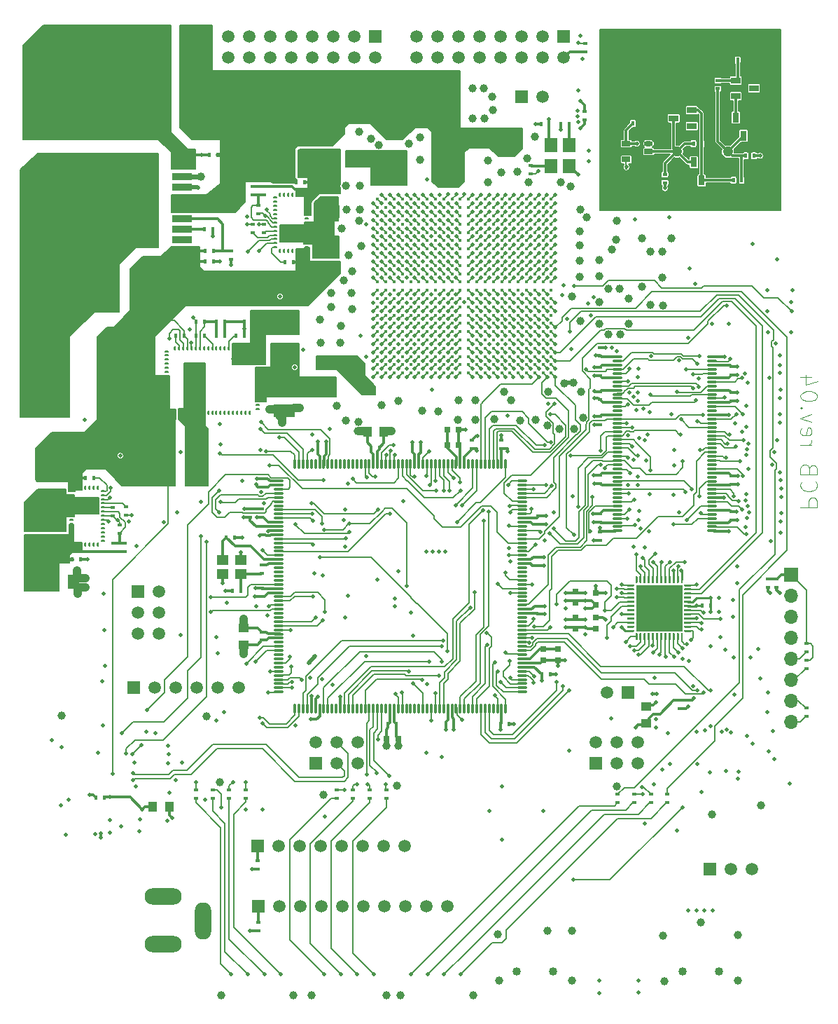
<source format=gbr>
G04 #@! TF.GenerationSoftware,KiCad,Pcbnew,(5.1.6)-1*
G04 #@! TF.CreationDate,2020-09-23T13:58:01+03:00*
G04 #@! TF.ProjectId,Cryptech Alpha,43727970-7465-4636-9820-416c7068612e,rev?*
G04 #@! TF.SameCoordinates,Original*
G04 #@! TF.FileFunction,Copper,L8,Bot*
G04 #@! TF.FilePolarity,Positive*
%FSLAX46Y46*%
G04 Gerber Fmt 4.6, Leading zero omitted, Abs format (unit mm)*
G04 Created by KiCad (PCBNEW (5.1.6)-1) date 2020-09-23 13:58:01*
%MOMM*%
%LPD*%
G01*
G04 APERTURE LIST*
G04 #@! TA.AperFunction,NonConductor*
%ADD10C,0.100000*%
G04 #@! TD*
G04 #@! TA.AperFunction,SMDPad,CuDef*
%ADD11R,0.600000X0.450000*%
G04 #@! TD*
G04 #@! TA.AperFunction,ComponentPad*
%ADD12C,1.500000*%
G04 #@! TD*
G04 #@! TA.AperFunction,ComponentPad*
%ADD13R,1.500000X1.500000*%
G04 #@! TD*
G04 #@! TA.AperFunction,ComponentPad*
%ADD14O,1.700000X1.700000*%
G04 #@! TD*
G04 #@! TA.AperFunction,ComponentPad*
%ADD15R,1.700000X1.700000*%
G04 #@! TD*
G04 #@! TA.AperFunction,SMDPad,CuDef*
%ADD16R,0.450000X0.600000*%
G04 #@! TD*
G04 #@! TA.AperFunction,SMDPad,CuDef*
%ADD17R,0.800000X0.800000*%
G04 #@! TD*
G04 #@! TA.AperFunction,SMDPad,CuDef*
%ADD18R,5.600000X5.600000*%
G04 #@! TD*
G04 #@! TA.AperFunction,SMDPad,CuDef*
%ADD19O,0.300000X1.200000*%
G04 #@! TD*
G04 #@! TA.AperFunction,SMDPad,CuDef*
%ADD20O,1.200000X0.300000*%
G04 #@! TD*
G04 #@! TA.AperFunction,SMDPad,CuDef*
%ADD21C,1.270000*%
G04 #@! TD*
G04 #@! TA.AperFunction,SMDPad,CuDef*
%ADD22R,1.100000X0.650000*%
G04 #@! TD*
G04 #@! TA.AperFunction,SMDPad,CuDef*
%ADD23O,1.100000X0.650000*%
G04 #@! TD*
G04 #@! TA.AperFunction,SMDPad,CuDef*
%ADD24R,1.498600X1.701800*%
G04 #@! TD*
G04 #@! TA.AperFunction,SMDPad,CuDef*
%ADD25O,0.254000X0.609600*%
G04 #@! TD*
G04 #@! TA.AperFunction,SMDPad,CuDef*
%ADD26O,0.609600X0.254000*%
G04 #@! TD*
G04 #@! TA.AperFunction,SMDPad,CuDef*
%ADD27O,2.600000X1.940000*%
G04 #@! TD*
G04 #@! TA.AperFunction,SMDPad,CuDef*
%ADD28R,1.016000X3.302000*%
G04 #@! TD*
G04 #@! TA.AperFunction,SMDPad,CuDef*
%ADD29R,3.302000X1.016000*%
G04 #@! TD*
G04 #@! TA.AperFunction,SMDPad,CuDef*
%ADD30R,2.616200X1.016000*%
G04 #@! TD*
G04 #@! TA.AperFunction,SMDPad,CuDef*
%ADD31R,1.016000X2.616200*%
G04 #@! TD*
G04 #@! TA.AperFunction,SMDPad,CuDef*
%ADD32R,2.413000X0.863600*%
G04 #@! TD*
G04 #@! TA.AperFunction,SMDPad,CuDef*
%ADD33R,13.385800X9.144000*%
G04 #@! TD*
G04 #@! TA.AperFunction,SMDPad,CuDef*
%ADD34C,0.450000*%
G04 #@! TD*
G04 #@! TA.AperFunction,ComponentPad*
%ADD35O,2.000000X4.500000*%
G04 #@! TD*
G04 #@! TA.AperFunction,ComponentPad*
%ADD36O,4.500000X2.000000*%
G04 #@! TD*
G04 #@! TA.AperFunction,WasherPad*
%ADD37C,1.016000*%
G04 #@! TD*
G04 #@! TA.AperFunction,SMDPad,CuDef*
%ADD38O,2.350000X5.350000*%
G04 #@! TD*
G04 #@! TA.AperFunction,SMDPad,CuDef*
%ADD39O,2.500000X1.300000*%
G04 #@! TD*
G04 #@! TA.AperFunction,SMDPad,CuDef*
%ADD40R,1.400000X1.800000*%
G04 #@! TD*
G04 #@! TA.AperFunction,SMDPad,CuDef*
%ADD41R,1.800000X1.400000*%
G04 #@! TD*
G04 #@! TA.AperFunction,SMDPad,CuDef*
%ADD42R,2.400000X2.600000*%
G04 #@! TD*
G04 #@! TA.AperFunction,SMDPad,CuDef*
%ADD43R,1.397000X1.193800*%
G04 #@! TD*
G04 #@! TA.AperFunction,SMDPad,CuDef*
%ADD44R,1.200000X0.800000*%
G04 #@! TD*
G04 #@! TA.AperFunction,SMDPad,CuDef*
%ADD45R,0.800000X1.200000*%
G04 #@! TD*
G04 #@! TA.AperFunction,SMDPad,CuDef*
%ADD46R,1.600000X2.600000*%
G04 #@! TD*
G04 #@! TA.AperFunction,SMDPad,CuDef*
%ADD47R,2.600000X1.600000*%
G04 #@! TD*
G04 #@! TA.AperFunction,SMDPad,CuDef*
%ADD48R,1.200000X1.000000*%
G04 #@! TD*
G04 #@! TA.AperFunction,SMDPad,CuDef*
%ADD49R,1.000000X1.200000*%
G04 #@! TD*
G04 #@! TA.AperFunction,ViaPad*
%ADD50C,0.500000*%
G04 #@! TD*
G04 #@! TA.AperFunction,ViaPad*
%ADD51C,1.000000*%
G04 #@! TD*
G04 #@! TA.AperFunction,ViaPad*
%ADD52C,0.600000*%
G04 #@! TD*
G04 #@! TA.AperFunction,Conductor*
%ADD53C,0.254000*%
G04 #@! TD*
G04 #@! TA.AperFunction,Conductor*
%ADD54C,0.300000*%
G04 #@! TD*
G04 #@! TA.AperFunction,Conductor*
%ADD55C,0.150000*%
G04 #@! TD*
G04 #@! TA.AperFunction,Conductor*
%ADD56C,0.500000*%
G04 #@! TD*
G04 #@! TA.AperFunction,Conductor*
%ADD57C,1.000000*%
G04 #@! TD*
G04 #@! TA.AperFunction,Conductor*
%ADD58C,0.600000*%
G04 #@! TD*
G04 #@! TA.AperFunction,Conductor*
%ADD59C,0.164000*%
G04 #@! TD*
G04 #@! TA.AperFunction,Conductor*
%ADD60C,0.200000*%
G04 #@! TD*
G04 #@! TA.AperFunction,Conductor*
%ADD61C,0.250000*%
G04 #@! TD*
G04 #@! TA.AperFunction,Conductor*
%ADD62C,0.400000*%
G04 #@! TD*
G04 #@! TA.AperFunction,Conductor*
%ADD63C,0.127000*%
G04 #@! TD*
G04 APERTURE END LIST*
D10*
X97095238Y42170190D02*
X99095238Y42170190D01*
X99095238Y42932095D01*
X99000000Y43122571D01*
X98904761Y43217809D01*
X98714285Y43313047D01*
X98428571Y43313047D01*
X98238095Y43217809D01*
X98142857Y43122571D01*
X98047619Y42932095D01*
X98047619Y42170190D01*
X97285714Y45313047D02*
X97190476Y45217809D01*
X97095238Y44932095D01*
X97095238Y44741619D01*
X97190476Y44455904D01*
X97380952Y44265428D01*
X97571428Y44170190D01*
X97952380Y44074952D01*
X98238095Y44074952D01*
X98619047Y44170190D01*
X98809523Y44265428D01*
X99000000Y44455904D01*
X99095238Y44741619D01*
X99095238Y44932095D01*
X99000000Y45217809D01*
X98904761Y45313047D01*
X98142857Y46836857D02*
X98047619Y47122571D01*
X97952380Y47217809D01*
X97761904Y47313047D01*
X97476190Y47313047D01*
X97285714Y47217809D01*
X97190476Y47122571D01*
X97095238Y46932095D01*
X97095238Y46170190D01*
X99095238Y46170190D01*
X99095238Y46836857D01*
X99000000Y47027333D01*
X98904761Y47122571D01*
X98714285Y47217809D01*
X98523809Y47217809D01*
X98333333Y47122571D01*
X98238095Y47027333D01*
X98142857Y46836857D01*
X98142857Y46170190D01*
X97095238Y49694000D02*
X98428571Y49694000D01*
X98047619Y49694000D02*
X98238095Y49789238D01*
X98333333Y49884476D01*
X98428571Y50074952D01*
X98428571Y50265428D01*
X97190476Y51694000D02*
X97095238Y51503523D01*
X97095238Y51122571D01*
X97190476Y50932095D01*
X97380952Y50836857D01*
X98142857Y50836857D01*
X98333333Y50932095D01*
X98428571Y51122571D01*
X98428571Y51503523D01*
X98333333Y51694000D01*
X98142857Y51789238D01*
X97952380Y51789238D01*
X97761904Y50836857D01*
X98428571Y52455904D02*
X97095238Y52932095D01*
X98428571Y53408285D01*
X97285714Y54170190D02*
X97190476Y54265428D01*
X97095238Y54170190D01*
X97190476Y54074952D01*
X97285714Y54170190D01*
X97095238Y54170190D01*
X99095238Y55503523D02*
X99095238Y55694000D01*
X99000000Y55884476D01*
X98904761Y55979714D01*
X98714285Y56074952D01*
X98333333Y56170190D01*
X97857142Y56170190D01*
X97476190Y56074952D01*
X97285714Y55979714D01*
X97190476Y55884476D01*
X97095238Y55694000D01*
X97095238Y55503523D01*
X97190476Y55313047D01*
X97285714Y55217809D01*
X97476190Y55122571D01*
X97857142Y55027333D01*
X98333333Y55027333D01*
X98714285Y55122571D01*
X98904761Y55217809D01*
X99000000Y55313047D01*
X99095238Y55503523D01*
X98428571Y57884476D02*
X97095238Y57884476D01*
X99190476Y57408285D02*
X97761904Y56932095D01*
X97761904Y58170190D01*
D11*
X97800000Y23700000D03*
X97800000Y22700000D03*
X97800000Y24700000D03*
X97800000Y25700000D03*
X97800000Y16900000D03*
X97800000Y17900000D03*
D12*
X73730000Y19800000D03*
D13*
X76270000Y19800000D03*
D11*
X93200000Y33500000D03*
X93200000Y32500000D03*
X94200000Y32500000D03*
X94200000Y33500000D03*
D14*
X96000000Y16220000D03*
X96000000Y18760000D03*
X96000000Y21300000D03*
X96000000Y23840000D03*
X96000000Y26380000D03*
X96000000Y28920000D03*
X96000000Y31460000D03*
D15*
X96000000Y34000000D03*
D16*
X85200000Y30300000D03*
X86200000Y30300000D03*
D17*
X72300000Y27500000D03*
X72300000Y28900000D03*
X72300000Y30400000D03*
X72300000Y31800000D03*
X69900000Y27500000D03*
X69900000Y28900000D03*
X69900000Y30600000D03*
X69900000Y32000000D03*
D18*
X80000000Y30000000D03*
G04 #@! TA.AperFunction,SMDPad,CuDef*
G36*
G01*
X77125000Y26187500D02*
X77125000Y26937500D01*
G75*
G02*
X77187500Y27000000I62500J0D01*
G01*
X77312500Y27000000D01*
G75*
G02*
X77375000Y26937500I0J-62500D01*
G01*
X77375000Y26187500D01*
G75*
G02*
X77312500Y26125000I-62500J0D01*
G01*
X77187500Y26125000D01*
G75*
G02*
X77125000Y26187500I0J62500D01*
G01*
G37*
G04 #@! TD.AperFunction*
G04 #@! TA.AperFunction,SMDPad,CuDef*
G36*
G01*
X77625000Y26187500D02*
X77625000Y26937500D01*
G75*
G02*
X77687500Y27000000I62500J0D01*
G01*
X77812500Y27000000D01*
G75*
G02*
X77875000Y26937500I0J-62500D01*
G01*
X77875000Y26187500D01*
G75*
G02*
X77812500Y26125000I-62500J0D01*
G01*
X77687500Y26125000D01*
G75*
G02*
X77625000Y26187500I0J62500D01*
G01*
G37*
G04 #@! TD.AperFunction*
G04 #@! TA.AperFunction,SMDPad,CuDef*
G36*
G01*
X78125000Y26187500D02*
X78125000Y26937500D01*
G75*
G02*
X78187500Y27000000I62500J0D01*
G01*
X78312500Y27000000D01*
G75*
G02*
X78375000Y26937500I0J-62500D01*
G01*
X78375000Y26187500D01*
G75*
G02*
X78312500Y26125000I-62500J0D01*
G01*
X78187500Y26125000D01*
G75*
G02*
X78125000Y26187500I0J62500D01*
G01*
G37*
G04 #@! TD.AperFunction*
G04 #@! TA.AperFunction,SMDPad,CuDef*
G36*
G01*
X78625000Y26187500D02*
X78625000Y26937500D01*
G75*
G02*
X78687500Y27000000I62500J0D01*
G01*
X78812500Y27000000D01*
G75*
G02*
X78875000Y26937500I0J-62500D01*
G01*
X78875000Y26187500D01*
G75*
G02*
X78812500Y26125000I-62500J0D01*
G01*
X78687500Y26125000D01*
G75*
G02*
X78625000Y26187500I0J62500D01*
G01*
G37*
G04 #@! TD.AperFunction*
G04 #@! TA.AperFunction,SMDPad,CuDef*
G36*
G01*
X79125000Y26187500D02*
X79125000Y26937500D01*
G75*
G02*
X79187500Y27000000I62500J0D01*
G01*
X79312500Y27000000D01*
G75*
G02*
X79375000Y26937500I0J-62500D01*
G01*
X79375000Y26187500D01*
G75*
G02*
X79312500Y26125000I-62500J0D01*
G01*
X79187500Y26125000D01*
G75*
G02*
X79125000Y26187500I0J62500D01*
G01*
G37*
G04 #@! TD.AperFunction*
G04 #@! TA.AperFunction,SMDPad,CuDef*
G36*
G01*
X79625000Y26187500D02*
X79625000Y26937500D01*
G75*
G02*
X79687500Y27000000I62500J0D01*
G01*
X79812500Y27000000D01*
G75*
G02*
X79875000Y26937500I0J-62500D01*
G01*
X79875000Y26187500D01*
G75*
G02*
X79812500Y26125000I-62500J0D01*
G01*
X79687500Y26125000D01*
G75*
G02*
X79625000Y26187500I0J62500D01*
G01*
G37*
G04 #@! TD.AperFunction*
G04 #@! TA.AperFunction,SMDPad,CuDef*
G36*
G01*
X80125000Y26187500D02*
X80125000Y26937500D01*
G75*
G02*
X80187500Y27000000I62500J0D01*
G01*
X80312500Y27000000D01*
G75*
G02*
X80375000Y26937500I0J-62500D01*
G01*
X80375000Y26187500D01*
G75*
G02*
X80312500Y26125000I-62500J0D01*
G01*
X80187500Y26125000D01*
G75*
G02*
X80125000Y26187500I0J62500D01*
G01*
G37*
G04 #@! TD.AperFunction*
G04 #@! TA.AperFunction,SMDPad,CuDef*
G36*
G01*
X80625000Y26187500D02*
X80625000Y26937500D01*
G75*
G02*
X80687500Y27000000I62500J0D01*
G01*
X80812500Y27000000D01*
G75*
G02*
X80875000Y26937500I0J-62500D01*
G01*
X80875000Y26187500D01*
G75*
G02*
X80812500Y26125000I-62500J0D01*
G01*
X80687500Y26125000D01*
G75*
G02*
X80625000Y26187500I0J62500D01*
G01*
G37*
G04 #@! TD.AperFunction*
G04 #@! TA.AperFunction,SMDPad,CuDef*
G36*
G01*
X81125000Y26187500D02*
X81125000Y26937500D01*
G75*
G02*
X81187500Y27000000I62500J0D01*
G01*
X81312500Y27000000D01*
G75*
G02*
X81375000Y26937500I0J-62500D01*
G01*
X81375000Y26187500D01*
G75*
G02*
X81312500Y26125000I-62500J0D01*
G01*
X81187500Y26125000D01*
G75*
G02*
X81125000Y26187500I0J62500D01*
G01*
G37*
G04 #@! TD.AperFunction*
G04 #@! TA.AperFunction,SMDPad,CuDef*
G36*
G01*
X81625000Y26187500D02*
X81625000Y26937500D01*
G75*
G02*
X81687500Y27000000I62500J0D01*
G01*
X81812500Y27000000D01*
G75*
G02*
X81875000Y26937500I0J-62500D01*
G01*
X81875000Y26187500D01*
G75*
G02*
X81812500Y26125000I-62500J0D01*
G01*
X81687500Y26125000D01*
G75*
G02*
X81625000Y26187500I0J62500D01*
G01*
G37*
G04 #@! TD.AperFunction*
G04 #@! TA.AperFunction,SMDPad,CuDef*
G36*
G01*
X82125000Y26187500D02*
X82125000Y26937500D01*
G75*
G02*
X82187500Y27000000I62500J0D01*
G01*
X82312500Y27000000D01*
G75*
G02*
X82375000Y26937500I0J-62500D01*
G01*
X82375000Y26187500D01*
G75*
G02*
X82312500Y26125000I-62500J0D01*
G01*
X82187500Y26125000D01*
G75*
G02*
X82125000Y26187500I0J62500D01*
G01*
G37*
G04 #@! TD.AperFunction*
G04 #@! TA.AperFunction,SMDPad,CuDef*
G36*
G01*
X82625000Y26187500D02*
X82625000Y26937500D01*
G75*
G02*
X82687500Y27000000I62500J0D01*
G01*
X82812500Y27000000D01*
G75*
G02*
X82875000Y26937500I0J-62500D01*
G01*
X82875000Y26187500D01*
G75*
G02*
X82812500Y26125000I-62500J0D01*
G01*
X82687500Y26125000D01*
G75*
G02*
X82625000Y26187500I0J62500D01*
G01*
G37*
G04 #@! TD.AperFunction*
G04 #@! TA.AperFunction,SMDPad,CuDef*
G36*
G01*
X83000000Y27187500D02*
X83000000Y27312500D01*
G75*
G02*
X83062500Y27375000I62500J0D01*
G01*
X83812500Y27375000D01*
G75*
G02*
X83875000Y27312500I0J-62500D01*
G01*
X83875000Y27187500D01*
G75*
G02*
X83812500Y27125000I-62500J0D01*
G01*
X83062500Y27125000D01*
G75*
G02*
X83000000Y27187500I0J62500D01*
G01*
G37*
G04 #@! TD.AperFunction*
G04 #@! TA.AperFunction,SMDPad,CuDef*
G36*
G01*
X83000000Y27687500D02*
X83000000Y27812500D01*
G75*
G02*
X83062500Y27875000I62500J0D01*
G01*
X83812500Y27875000D01*
G75*
G02*
X83875000Y27812500I0J-62500D01*
G01*
X83875000Y27687500D01*
G75*
G02*
X83812500Y27625000I-62500J0D01*
G01*
X83062500Y27625000D01*
G75*
G02*
X83000000Y27687500I0J62500D01*
G01*
G37*
G04 #@! TD.AperFunction*
G04 #@! TA.AperFunction,SMDPad,CuDef*
G36*
G01*
X83000000Y28187500D02*
X83000000Y28312500D01*
G75*
G02*
X83062500Y28375000I62500J0D01*
G01*
X83812500Y28375000D01*
G75*
G02*
X83875000Y28312500I0J-62500D01*
G01*
X83875000Y28187500D01*
G75*
G02*
X83812500Y28125000I-62500J0D01*
G01*
X83062500Y28125000D01*
G75*
G02*
X83000000Y28187500I0J62500D01*
G01*
G37*
G04 #@! TD.AperFunction*
G04 #@! TA.AperFunction,SMDPad,CuDef*
G36*
G01*
X83000000Y28687500D02*
X83000000Y28812500D01*
G75*
G02*
X83062500Y28875000I62500J0D01*
G01*
X83812500Y28875000D01*
G75*
G02*
X83875000Y28812500I0J-62500D01*
G01*
X83875000Y28687500D01*
G75*
G02*
X83812500Y28625000I-62500J0D01*
G01*
X83062500Y28625000D01*
G75*
G02*
X83000000Y28687500I0J62500D01*
G01*
G37*
G04 #@! TD.AperFunction*
G04 #@! TA.AperFunction,SMDPad,CuDef*
G36*
G01*
X83000000Y29187500D02*
X83000000Y29312500D01*
G75*
G02*
X83062500Y29375000I62500J0D01*
G01*
X83812500Y29375000D01*
G75*
G02*
X83875000Y29312500I0J-62500D01*
G01*
X83875000Y29187500D01*
G75*
G02*
X83812500Y29125000I-62500J0D01*
G01*
X83062500Y29125000D01*
G75*
G02*
X83000000Y29187500I0J62500D01*
G01*
G37*
G04 #@! TD.AperFunction*
G04 #@! TA.AperFunction,SMDPad,CuDef*
G36*
G01*
X83000000Y29687500D02*
X83000000Y29812500D01*
G75*
G02*
X83062500Y29875000I62500J0D01*
G01*
X83812500Y29875000D01*
G75*
G02*
X83875000Y29812500I0J-62500D01*
G01*
X83875000Y29687500D01*
G75*
G02*
X83812500Y29625000I-62500J0D01*
G01*
X83062500Y29625000D01*
G75*
G02*
X83000000Y29687500I0J62500D01*
G01*
G37*
G04 #@! TD.AperFunction*
G04 #@! TA.AperFunction,SMDPad,CuDef*
G36*
G01*
X83000000Y30187500D02*
X83000000Y30312500D01*
G75*
G02*
X83062500Y30375000I62500J0D01*
G01*
X83812500Y30375000D01*
G75*
G02*
X83875000Y30312500I0J-62500D01*
G01*
X83875000Y30187500D01*
G75*
G02*
X83812500Y30125000I-62500J0D01*
G01*
X83062500Y30125000D01*
G75*
G02*
X83000000Y30187500I0J62500D01*
G01*
G37*
G04 #@! TD.AperFunction*
G04 #@! TA.AperFunction,SMDPad,CuDef*
G36*
G01*
X83000000Y30687500D02*
X83000000Y30812500D01*
G75*
G02*
X83062500Y30875000I62500J0D01*
G01*
X83812500Y30875000D01*
G75*
G02*
X83875000Y30812500I0J-62500D01*
G01*
X83875000Y30687500D01*
G75*
G02*
X83812500Y30625000I-62500J0D01*
G01*
X83062500Y30625000D01*
G75*
G02*
X83000000Y30687500I0J62500D01*
G01*
G37*
G04 #@! TD.AperFunction*
G04 #@! TA.AperFunction,SMDPad,CuDef*
G36*
G01*
X83000000Y31187500D02*
X83000000Y31312500D01*
G75*
G02*
X83062500Y31375000I62500J0D01*
G01*
X83812500Y31375000D01*
G75*
G02*
X83875000Y31312500I0J-62500D01*
G01*
X83875000Y31187500D01*
G75*
G02*
X83812500Y31125000I-62500J0D01*
G01*
X83062500Y31125000D01*
G75*
G02*
X83000000Y31187500I0J62500D01*
G01*
G37*
G04 #@! TD.AperFunction*
G04 #@! TA.AperFunction,SMDPad,CuDef*
G36*
G01*
X83000000Y31687500D02*
X83000000Y31812500D01*
G75*
G02*
X83062500Y31875000I62500J0D01*
G01*
X83812500Y31875000D01*
G75*
G02*
X83875000Y31812500I0J-62500D01*
G01*
X83875000Y31687500D01*
G75*
G02*
X83812500Y31625000I-62500J0D01*
G01*
X83062500Y31625000D01*
G75*
G02*
X83000000Y31687500I0J62500D01*
G01*
G37*
G04 #@! TD.AperFunction*
G04 #@! TA.AperFunction,SMDPad,CuDef*
G36*
G01*
X83000000Y32187500D02*
X83000000Y32312500D01*
G75*
G02*
X83062500Y32375000I62500J0D01*
G01*
X83812500Y32375000D01*
G75*
G02*
X83875000Y32312500I0J-62500D01*
G01*
X83875000Y32187500D01*
G75*
G02*
X83812500Y32125000I-62500J0D01*
G01*
X83062500Y32125000D01*
G75*
G02*
X83000000Y32187500I0J62500D01*
G01*
G37*
G04 #@! TD.AperFunction*
G04 #@! TA.AperFunction,SMDPad,CuDef*
G36*
G01*
X83000000Y32687500D02*
X83000000Y32812500D01*
G75*
G02*
X83062500Y32875000I62500J0D01*
G01*
X83812500Y32875000D01*
G75*
G02*
X83875000Y32812500I0J-62500D01*
G01*
X83875000Y32687500D01*
G75*
G02*
X83812500Y32625000I-62500J0D01*
G01*
X83062500Y32625000D01*
G75*
G02*
X83000000Y32687500I0J62500D01*
G01*
G37*
G04 #@! TD.AperFunction*
G04 #@! TA.AperFunction,SMDPad,CuDef*
G36*
G01*
X82625000Y33062500D02*
X82625000Y33812500D01*
G75*
G02*
X82687500Y33875000I62500J0D01*
G01*
X82812500Y33875000D01*
G75*
G02*
X82875000Y33812500I0J-62500D01*
G01*
X82875000Y33062500D01*
G75*
G02*
X82812500Y33000000I-62500J0D01*
G01*
X82687500Y33000000D01*
G75*
G02*
X82625000Y33062500I0J62500D01*
G01*
G37*
G04 #@! TD.AperFunction*
G04 #@! TA.AperFunction,SMDPad,CuDef*
G36*
G01*
X82125000Y33062500D02*
X82125000Y33812500D01*
G75*
G02*
X82187500Y33875000I62500J0D01*
G01*
X82312500Y33875000D01*
G75*
G02*
X82375000Y33812500I0J-62500D01*
G01*
X82375000Y33062500D01*
G75*
G02*
X82312500Y33000000I-62500J0D01*
G01*
X82187500Y33000000D01*
G75*
G02*
X82125000Y33062500I0J62500D01*
G01*
G37*
G04 #@! TD.AperFunction*
G04 #@! TA.AperFunction,SMDPad,CuDef*
G36*
G01*
X81625000Y33062500D02*
X81625000Y33812500D01*
G75*
G02*
X81687500Y33875000I62500J0D01*
G01*
X81812500Y33875000D01*
G75*
G02*
X81875000Y33812500I0J-62500D01*
G01*
X81875000Y33062500D01*
G75*
G02*
X81812500Y33000000I-62500J0D01*
G01*
X81687500Y33000000D01*
G75*
G02*
X81625000Y33062500I0J62500D01*
G01*
G37*
G04 #@! TD.AperFunction*
G04 #@! TA.AperFunction,SMDPad,CuDef*
G36*
G01*
X81125000Y33062500D02*
X81125000Y33812500D01*
G75*
G02*
X81187500Y33875000I62500J0D01*
G01*
X81312500Y33875000D01*
G75*
G02*
X81375000Y33812500I0J-62500D01*
G01*
X81375000Y33062500D01*
G75*
G02*
X81312500Y33000000I-62500J0D01*
G01*
X81187500Y33000000D01*
G75*
G02*
X81125000Y33062500I0J62500D01*
G01*
G37*
G04 #@! TD.AperFunction*
G04 #@! TA.AperFunction,SMDPad,CuDef*
G36*
G01*
X80625000Y33062500D02*
X80625000Y33812500D01*
G75*
G02*
X80687500Y33875000I62500J0D01*
G01*
X80812500Y33875000D01*
G75*
G02*
X80875000Y33812500I0J-62500D01*
G01*
X80875000Y33062500D01*
G75*
G02*
X80812500Y33000000I-62500J0D01*
G01*
X80687500Y33000000D01*
G75*
G02*
X80625000Y33062500I0J62500D01*
G01*
G37*
G04 #@! TD.AperFunction*
G04 #@! TA.AperFunction,SMDPad,CuDef*
G36*
G01*
X80125000Y33062500D02*
X80125000Y33812500D01*
G75*
G02*
X80187500Y33875000I62500J0D01*
G01*
X80312500Y33875000D01*
G75*
G02*
X80375000Y33812500I0J-62500D01*
G01*
X80375000Y33062500D01*
G75*
G02*
X80312500Y33000000I-62500J0D01*
G01*
X80187500Y33000000D01*
G75*
G02*
X80125000Y33062500I0J62500D01*
G01*
G37*
G04 #@! TD.AperFunction*
G04 #@! TA.AperFunction,SMDPad,CuDef*
G36*
G01*
X79625000Y33062500D02*
X79625000Y33812500D01*
G75*
G02*
X79687500Y33875000I62500J0D01*
G01*
X79812500Y33875000D01*
G75*
G02*
X79875000Y33812500I0J-62500D01*
G01*
X79875000Y33062500D01*
G75*
G02*
X79812500Y33000000I-62500J0D01*
G01*
X79687500Y33000000D01*
G75*
G02*
X79625000Y33062500I0J62500D01*
G01*
G37*
G04 #@! TD.AperFunction*
G04 #@! TA.AperFunction,SMDPad,CuDef*
G36*
G01*
X79125000Y33062500D02*
X79125000Y33812500D01*
G75*
G02*
X79187500Y33875000I62500J0D01*
G01*
X79312500Y33875000D01*
G75*
G02*
X79375000Y33812500I0J-62500D01*
G01*
X79375000Y33062500D01*
G75*
G02*
X79312500Y33000000I-62500J0D01*
G01*
X79187500Y33000000D01*
G75*
G02*
X79125000Y33062500I0J62500D01*
G01*
G37*
G04 #@! TD.AperFunction*
G04 #@! TA.AperFunction,SMDPad,CuDef*
G36*
G01*
X78625000Y33062500D02*
X78625000Y33812500D01*
G75*
G02*
X78687500Y33875000I62500J0D01*
G01*
X78812500Y33875000D01*
G75*
G02*
X78875000Y33812500I0J-62500D01*
G01*
X78875000Y33062500D01*
G75*
G02*
X78812500Y33000000I-62500J0D01*
G01*
X78687500Y33000000D01*
G75*
G02*
X78625000Y33062500I0J62500D01*
G01*
G37*
G04 #@! TD.AperFunction*
G04 #@! TA.AperFunction,SMDPad,CuDef*
G36*
G01*
X78125000Y33062500D02*
X78125000Y33812500D01*
G75*
G02*
X78187500Y33875000I62500J0D01*
G01*
X78312500Y33875000D01*
G75*
G02*
X78375000Y33812500I0J-62500D01*
G01*
X78375000Y33062500D01*
G75*
G02*
X78312500Y33000000I-62500J0D01*
G01*
X78187500Y33000000D01*
G75*
G02*
X78125000Y33062500I0J62500D01*
G01*
G37*
G04 #@! TD.AperFunction*
G04 #@! TA.AperFunction,SMDPad,CuDef*
G36*
G01*
X77625000Y33062500D02*
X77625000Y33812500D01*
G75*
G02*
X77687500Y33875000I62500J0D01*
G01*
X77812500Y33875000D01*
G75*
G02*
X77875000Y33812500I0J-62500D01*
G01*
X77875000Y33062500D01*
G75*
G02*
X77812500Y33000000I-62500J0D01*
G01*
X77687500Y33000000D01*
G75*
G02*
X77625000Y33062500I0J62500D01*
G01*
G37*
G04 #@! TD.AperFunction*
G04 #@! TA.AperFunction,SMDPad,CuDef*
G36*
G01*
X77125000Y33062500D02*
X77125000Y33812500D01*
G75*
G02*
X77187500Y33875000I62500J0D01*
G01*
X77312500Y33875000D01*
G75*
G02*
X77375000Y33812500I0J-62500D01*
G01*
X77375000Y33062500D01*
G75*
G02*
X77312500Y33000000I-62500J0D01*
G01*
X77187500Y33000000D01*
G75*
G02*
X77125000Y33062500I0J62500D01*
G01*
G37*
G04 #@! TD.AperFunction*
G04 #@! TA.AperFunction,SMDPad,CuDef*
G36*
G01*
X76125000Y32687500D02*
X76125000Y32812500D01*
G75*
G02*
X76187500Y32875000I62500J0D01*
G01*
X76937500Y32875000D01*
G75*
G02*
X77000000Y32812500I0J-62500D01*
G01*
X77000000Y32687500D01*
G75*
G02*
X76937500Y32625000I-62500J0D01*
G01*
X76187500Y32625000D01*
G75*
G02*
X76125000Y32687500I0J62500D01*
G01*
G37*
G04 #@! TD.AperFunction*
G04 #@! TA.AperFunction,SMDPad,CuDef*
G36*
G01*
X76125000Y32187500D02*
X76125000Y32312500D01*
G75*
G02*
X76187500Y32375000I62500J0D01*
G01*
X76937500Y32375000D01*
G75*
G02*
X77000000Y32312500I0J-62500D01*
G01*
X77000000Y32187500D01*
G75*
G02*
X76937500Y32125000I-62500J0D01*
G01*
X76187500Y32125000D01*
G75*
G02*
X76125000Y32187500I0J62500D01*
G01*
G37*
G04 #@! TD.AperFunction*
G04 #@! TA.AperFunction,SMDPad,CuDef*
G36*
G01*
X76125000Y31687500D02*
X76125000Y31812500D01*
G75*
G02*
X76187500Y31875000I62500J0D01*
G01*
X76937500Y31875000D01*
G75*
G02*
X77000000Y31812500I0J-62500D01*
G01*
X77000000Y31687500D01*
G75*
G02*
X76937500Y31625000I-62500J0D01*
G01*
X76187500Y31625000D01*
G75*
G02*
X76125000Y31687500I0J62500D01*
G01*
G37*
G04 #@! TD.AperFunction*
G04 #@! TA.AperFunction,SMDPad,CuDef*
G36*
G01*
X76125000Y31187500D02*
X76125000Y31312500D01*
G75*
G02*
X76187500Y31375000I62500J0D01*
G01*
X76937500Y31375000D01*
G75*
G02*
X77000000Y31312500I0J-62500D01*
G01*
X77000000Y31187500D01*
G75*
G02*
X76937500Y31125000I-62500J0D01*
G01*
X76187500Y31125000D01*
G75*
G02*
X76125000Y31187500I0J62500D01*
G01*
G37*
G04 #@! TD.AperFunction*
G04 #@! TA.AperFunction,SMDPad,CuDef*
G36*
G01*
X76125000Y30687500D02*
X76125000Y30812500D01*
G75*
G02*
X76187500Y30875000I62500J0D01*
G01*
X76937500Y30875000D01*
G75*
G02*
X77000000Y30812500I0J-62500D01*
G01*
X77000000Y30687500D01*
G75*
G02*
X76937500Y30625000I-62500J0D01*
G01*
X76187500Y30625000D01*
G75*
G02*
X76125000Y30687500I0J62500D01*
G01*
G37*
G04 #@! TD.AperFunction*
G04 #@! TA.AperFunction,SMDPad,CuDef*
G36*
G01*
X76125000Y30187500D02*
X76125000Y30312500D01*
G75*
G02*
X76187500Y30375000I62500J0D01*
G01*
X76937500Y30375000D01*
G75*
G02*
X77000000Y30312500I0J-62500D01*
G01*
X77000000Y30187500D01*
G75*
G02*
X76937500Y30125000I-62500J0D01*
G01*
X76187500Y30125000D01*
G75*
G02*
X76125000Y30187500I0J62500D01*
G01*
G37*
G04 #@! TD.AperFunction*
G04 #@! TA.AperFunction,SMDPad,CuDef*
G36*
G01*
X76125000Y29687500D02*
X76125000Y29812500D01*
G75*
G02*
X76187500Y29875000I62500J0D01*
G01*
X76937500Y29875000D01*
G75*
G02*
X77000000Y29812500I0J-62500D01*
G01*
X77000000Y29687500D01*
G75*
G02*
X76937500Y29625000I-62500J0D01*
G01*
X76187500Y29625000D01*
G75*
G02*
X76125000Y29687500I0J62500D01*
G01*
G37*
G04 #@! TD.AperFunction*
G04 #@! TA.AperFunction,SMDPad,CuDef*
G36*
G01*
X76125000Y29187500D02*
X76125000Y29312500D01*
G75*
G02*
X76187500Y29375000I62500J0D01*
G01*
X76937500Y29375000D01*
G75*
G02*
X77000000Y29312500I0J-62500D01*
G01*
X77000000Y29187500D01*
G75*
G02*
X76937500Y29125000I-62500J0D01*
G01*
X76187500Y29125000D01*
G75*
G02*
X76125000Y29187500I0J62500D01*
G01*
G37*
G04 #@! TD.AperFunction*
G04 #@! TA.AperFunction,SMDPad,CuDef*
G36*
G01*
X76125000Y28687500D02*
X76125000Y28812500D01*
G75*
G02*
X76187500Y28875000I62500J0D01*
G01*
X76937500Y28875000D01*
G75*
G02*
X77000000Y28812500I0J-62500D01*
G01*
X77000000Y28687500D01*
G75*
G02*
X76937500Y28625000I-62500J0D01*
G01*
X76187500Y28625000D01*
G75*
G02*
X76125000Y28687500I0J62500D01*
G01*
G37*
G04 #@! TD.AperFunction*
G04 #@! TA.AperFunction,SMDPad,CuDef*
G36*
G01*
X76125000Y28187500D02*
X76125000Y28312500D01*
G75*
G02*
X76187500Y28375000I62500J0D01*
G01*
X76937500Y28375000D01*
G75*
G02*
X77000000Y28312500I0J-62500D01*
G01*
X77000000Y28187500D01*
G75*
G02*
X76937500Y28125000I-62500J0D01*
G01*
X76187500Y28125000D01*
G75*
G02*
X76125000Y28187500I0J62500D01*
G01*
G37*
G04 #@! TD.AperFunction*
G04 #@! TA.AperFunction,SMDPad,CuDef*
G36*
G01*
X76125000Y27687500D02*
X76125000Y27812500D01*
G75*
G02*
X76187500Y27875000I62500J0D01*
G01*
X76937500Y27875000D01*
G75*
G02*
X77000000Y27812500I0J-62500D01*
G01*
X77000000Y27687500D01*
G75*
G02*
X76937500Y27625000I-62500J0D01*
G01*
X76187500Y27625000D01*
G75*
G02*
X76125000Y27687500I0J62500D01*
G01*
G37*
G04 #@! TD.AperFunction*
G04 #@! TA.AperFunction,SMDPad,CuDef*
G36*
G01*
X76125000Y27187500D02*
X76125000Y27312500D01*
G75*
G02*
X76187500Y27375000I62500J0D01*
G01*
X76937500Y27375000D01*
G75*
G02*
X77000000Y27312500I0J-62500D01*
G01*
X77000000Y27187500D01*
G75*
G02*
X76937500Y27125000I-62500J0D01*
G01*
X76187500Y27125000D01*
G75*
G02*
X76125000Y27187500I0J62500D01*
G01*
G37*
G04 #@! TD.AperFunction*
D19*
X35941800Y17863600D03*
X36441800Y17863600D03*
X36941800Y17863600D03*
X37441800Y17863600D03*
X37941800Y17863600D03*
X38441800Y17863600D03*
X38941800Y17863600D03*
X39441800Y17863600D03*
X39941800Y17863600D03*
X40441800Y17863600D03*
X40941800Y17863600D03*
X41441800Y17863600D03*
X41941800Y17863600D03*
X42441800Y17863600D03*
X42941800Y17863600D03*
X43441800Y17863600D03*
X43941800Y17863600D03*
X44441800Y17863600D03*
X44941800Y17863600D03*
X45441800Y17863600D03*
X45941800Y17863600D03*
X46441800Y17863600D03*
X46941800Y17863600D03*
X47441800Y17863600D03*
X47941800Y17863600D03*
X48441800Y17863600D03*
X48941800Y17863600D03*
X49441800Y17863600D03*
X49941800Y17863600D03*
X50441800Y17863600D03*
X50941800Y17863600D03*
X51441800Y17863600D03*
X51941800Y17863600D03*
X52441800Y17863600D03*
X52941800Y17863600D03*
X53441800Y17863600D03*
X53941800Y17863600D03*
X54441800Y17863600D03*
X54941800Y17863600D03*
X55441800Y17863600D03*
X55941800Y17863600D03*
X56441800Y17863600D03*
X56941800Y17863600D03*
X57441800Y17863600D03*
X57941800Y17863600D03*
X58441800Y17863600D03*
X58941800Y17863600D03*
X59441800Y17863600D03*
X59941800Y17863600D03*
X60441800Y17863600D03*
X60941800Y17863600D03*
X61441800Y17863600D03*
D20*
X63441800Y19863600D03*
X63441800Y20363600D03*
X63441800Y20863600D03*
X63441800Y21363600D03*
X63441800Y21863600D03*
X63441800Y22363600D03*
X63441800Y22863600D03*
X63441800Y23363600D03*
X63441800Y23863600D03*
X63441800Y24363600D03*
X63441800Y24863600D03*
X63441800Y25363600D03*
X63441800Y25863600D03*
X63441800Y26363600D03*
X63441800Y26863600D03*
X63441800Y27363600D03*
X63441800Y27863600D03*
X63441800Y28363600D03*
X63441800Y28863600D03*
X63441800Y29363600D03*
X63441800Y29863600D03*
X63441800Y30363600D03*
X63441800Y30863600D03*
X63441800Y31363600D03*
X63441800Y31863600D03*
X63441800Y32363600D03*
X63441800Y32863600D03*
X63441800Y33363600D03*
X63441800Y33863600D03*
X63441800Y34363600D03*
X63441800Y34863600D03*
X63441800Y35363600D03*
X63441800Y35863600D03*
X63441800Y36363600D03*
X63441800Y36863600D03*
X63441800Y37363600D03*
X63441800Y37863600D03*
X63441800Y38363600D03*
X63441800Y38863600D03*
X63441800Y39363600D03*
X63441800Y39863600D03*
X63441800Y40363600D03*
X63441800Y40863600D03*
X63441800Y41363600D03*
X63441800Y41863600D03*
X63441800Y42363600D03*
X63441800Y42863600D03*
X63441800Y43363600D03*
X63441800Y43863600D03*
X63441800Y44363600D03*
X63441800Y44863600D03*
X63441800Y45363600D03*
D19*
X61441800Y47363600D03*
X60941800Y47363600D03*
X60441800Y47363600D03*
X59941800Y47363600D03*
X59441800Y47363600D03*
X58941800Y47363600D03*
X58441800Y47363600D03*
X57941800Y47363600D03*
X57441800Y47363600D03*
X56941800Y47363600D03*
X56441800Y47363600D03*
X55941800Y47363600D03*
X55441800Y47363600D03*
X54941800Y47363600D03*
X54441800Y47363600D03*
X53941800Y47363600D03*
X53441800Y47363600D03*
X52941800Y47363600D03*
X52441800Y47363600D03*
X51941800Y47363600D03*
X51441800Y47363600D03*
X50941800Y47363600D03*
X50441800Y47363600D03*
X49941800Y47363600D03*
X49441800Y47363600D03*
X48941800Y47363600D03*
X48441800Y47363600D03*
X47941800Y47363600D03*
X47441800Y47363600D03*
X46941800Y47363600D03*
X46441800Y47363600D03*
X45941800Y47363600D03*
X45441800Y47363600D03*
X44941800Y47363600D03*
X44441800Y47363600D03*
X43941800Y47363600D03*
X43441800Y47363600D03*
X42941800Y47363600D03*
X42441800Y47363600D03*
X41941800Y47363600D03*
X41441800Y47363600D03*
X40941800Y47363600D03*
X40441800Y47363600D03*
X39941800Y47363600D03*
X39441800Y47363600D03*
X38941800Y47363600D03*
X38441800Y47363600D03*
X37941800Y47363600D03*
X37441800Y47363600D03*
X36941800Y47363600D03*
X36441800Y47363600D03*
X35941800Y47363600D03*
D20*
X33941800Y45363600D03*
X33941800Y44863600D03*
X33941800Y44363600D03*
X33941800Y43863600D03*
X33941800Y43363600D03*
X33941800Y42863600D03*
X33941800Y42363600D03*
X33941800Y41863600D03*
X33941800Y41363600D03*
X33941800Y40863600D03*
X33941800Y40363600D03*
X33941800Y39863600D03*
X33941800Y39363600D03*
X33941800Y38863600D03*
X33941800Y38363600D03*
X33941800Y37863600D03*
X33941800Y37363600D03*
X33941800Y36863600D03*
X33941800Y36363600D03*
X33941800Y35863600D03*
X33941800Y35363600D03*
X33941800Y34863600D03*
X33941800Y34363600D03*
X33941800Y33863600D03*
X33941800Y33363600D03*
X33941800Y32863600D03*
X33941800Y32363600D03*
X33941800Y31863600D03*
X33941800Y31363600D03*
X33941800Y30863600D03*
X33941800Y30363600D03*
X33941800Y29863600D03*
X33941800Y29363600D03*
X33941800Y28863600D03*
X33941800Y28363600D03*
X33941800Y27863600D03*
X33941800Y27363600D03*
X33941800Y26863600D03*
X33941800Y26363600D03*
X33941800Y25863600D03*
X33941800Y25363600D03*
X33941800Y24863600D03*
X33941800Y24363600D03*
X33941800Y23863600D03*
X33941800Y23363600D03*
X33941800Y22863600D03*
X33941800Y22363600D03*
X33941800Y21863600D03*
X33941800Y21363600D03*
X33941800Y20863600D03*
X33941800Y20363600D03*
X33941800Y19863600D03*
D21*
X88315800Y85140800D03*
X82143600Y85140800D03*
D22*
X76018400Y86090800D03*
X76018400Y84190800D03*
X78718400Y84190800D03*
X78718400Y85140800D03*
D23*
X78718400Y86090800D03*
D24*
X66878200Y85961400D03*
X66878200Y83413600D03*
X69100600Y85961400D03*
X69100600Y83413600D03*
D25*
X34188400Y79955600D03*
X34696400Y79955600D03*
X35204400Y79955600D03*
X35708400Y79955600D03*
X36208400Y79955600D03*
X36708400Y79955600D03*
D26*
X37358400Y79555600D03*
X37358400Y79055600D03*
X37358400Y78555600D03*
X37358400Y78055600D03*
X37358400Y77555600D03*
X37358400Y77055600D03*
X37358400Y76555600D03*
X37358400Y76047600D03*
X37358400Y75539600D03*
X37358400Y75031600D03*
X37358400Y74549000D03*
X37358400Y74041000D03*
X37358400Y73533000D03*
D25*
X36708400Y73152000D03*
X36208400Y73152000D03*
X35708400Y73152000D03*
X35204400Y73152000D03*
X34696400Y73152000D03*
X34188400Y73152000D03*
D26*
X33553400Y73533000D03*
X33553400Y74041000D03*
X33553400Y74549000D03*
X33553400Y75031600D03*
X33553400Y75539600D03*
X33553400Y76047600D03*
X33553400Y76555600D03*
X33553400Y77055600D03*
X33553400Y77555600D03*
X33553400Y78055600D03*
X33553400Y78555600D03*
X33553400Y79055600D03*
X33553400Y79555600D03*
D27*
X35458400Y75295600D03*
D25*
X12115800Y37697200D03*
X11607800Y37697200D03*
X11099800Y37697200D03*
X10595800Y37697200D03*
X10095800Y37697200D03*
X9595800Y37697200D03*
D26*
X8945800Y38097200D03*
X8945800Y38597200D03*
X8945800Y39097200D03*
X8945800Y39597200D03*
X8945800Y40097200D03*
X8945800Y40597200D03*
X8945800Y41097200D03*
X8945800Y41605200D03*
X8945800Y42113200D03*
X8945800Y42621200D03*
X8945800Y43103800D03*
X8945800Y43611800D03*
X8945800Y44119800D03*
D25*
X9595800Y44500800D03*
X10095800Y44500800D03*
X10595800Y44500800D03*
X11099800Y44500800D03*
X11607800Y44500800D03*
X12115800Y44500800D03*
D26*
X12750800Y44119800D03*
X12750800Y43611800D03*
X12750800Y43103800D03*
X12750800Y42621200D03*
X12750800Y42113200D03*
X12750800Y41605200D03*
X12750800Y41097200D03*
X12750800Y40597200D03*
X12750800Y40097200D03*
X12750800Y39597200D03*
X12750800Y39097200D03*
X12750800Y38597200D03*
X12750800Y38097200D03*
D27*
X10845800Y42357200D03*
D12*
X29133790Y20421600D03*
X26593790Y20421600D03*
X24053790Y20421600D03*
X21513790Y20421600D03*
X18973790Y20421600D03*
D13*
X16433790Y20421600D03*
D12*
X36580000Y-6000000D03*
X54360000Y-6000000D03*
X51820000Y-6000000D03*
X49280000Y-6000000D03*
X46740000Y-6000000D03*
X44200000Y-6000000D03*
X41660000Y-6000000D03*
X39120000Y-6000000D03*
X34040000Y-6000000D03*
D13*
X31500000Y-6000000D03*
D28*
X94081600Y98134000D03*
X73570000Y98134000D03*
X73570000Y79915400D03*
X94081600Y79915400D03*
D29*
X92938600Y99277000D03*
X74720000Y99277000D03*
X74720000Y78765400D03*
X92938600Y78765400D03*
D30*
X87579200Y99277000D03*
X87579200Y78765400D03*
X80070000Y78765400D03*
X80070000Y99277000D03*
D31*
X94081600Y92774600D03*
X94081600Y85265400D03*
X73570000Y85265400D03*
X73570000Y92774600D03*
D20*
X74920400Y39326400D03*
X74920400Y39826400D03*
X74920400Y40326400D03*
X74920400Y40826400D03*
X74920400Y41326400D03*
X74920400Y41826400D03*
X74920400Y42326400D03*
X74920400Y42826400D03*
X74920400Y43326400D03*
X74920400Y43826400D03*
X74920400Y44326400D03*
X74920400Y44826400D03*
X74920400Y45326400D03*
X74920400Y45826400D03*
X74920400Y46326400D03*
X74920400Y46826400D03*
X74920400Y47326400D03*
X74920400Y47826400D03*
X74920400Y48326400D03*
X74920400Y48826400D03*
X74920400Y49326400D03*
X74920400Y49826400D03*
X74920400Y50326400D03*
X74920400Y50826400D03*
X74920400Y51326400D03*
X74920400Y51826400D03*
X74920400Y52326400D03*
X74920400Y52826400D03*
X74920400Y53326400D03*
X74920400Y53826400D03*
X74920400Y54326400D03*
X74920400Y54826400D03*
X74920400Y55326400D03*
X74920400Y55826400D03*
X74920400Y56326400D03*
X74920400Y56826400D03*
X74920400Y57326400D03*
X74920400Y57826400D03*
X74920400Y58326400D03*
X74920400Y58826400D03*
X74920400Y59326400D03*
X74920400Y59826400D03*
X74920400Y60326400D03*
X86420400Y39326400D03*
X86420400Y39826400D03*
X86420400Y40326400D03*
X86420400Y40826400D03*
X86420400Y41326400D03*
X86420400Y41826400D03*
X86420400Y42326400D03*
X86420400Y42826400D03*
X86420400Y43326400D03*
X86420400Y43826400D03*
X86420400Y44326400D03*
X86420400Y44826400D03*
X86420400Y45326400D03*
X86420400Y45826400D03*
X86420400Y46326400D03*
X86420400Y46826400D03*
X86420400Y47326400D03*
X86420400Y47826400D03*
X86420400Y48326400D03*
X86420400Y48826400D03*
X86420400Y49326400D03*
X86420400Y49826400D03*
X86420400Y50326400D03*
X86420400Y50826400D03*
X86420400Y51326400D03*
X86420400Y51826400D03*
X86420400Y52326400D03*
X86420400Y52826400D03*
X86420400Y53326400D03*
X86420400Y53826400D03*
X86420400Y54326400D03*
X86420400Y54826400D03*
X86420400Y55326400D03*
X86420400Y55826400D03*
X86420400Y56326400D03*
X86420400Y56826400D03*
X86420400Y57326400D03*
X86420400Y57826400D03*
X86420400Y58326400D03*
X86420400Y58826400D03*
X86420400Y59326400D03*
X86420400Y59826400D03*
X86420400Y60326400D03*
D32*
X22275800Y84632800D03*
X22275800Y83362800D03*
X22275800Y82092800D03*
X22275800Y80822800D03*
X22275800Y79552800D03*
X22275800Y78282800D03*
X22275800Y77012800D03*
D33*
X12750800Y78282800D03*
D32*
X22275800Y75742800D03*
X22275800Y74472800D03*
X22275800Y73202800D03*
X22275800Y71932800D03*
D34*
X45953400Y58384800D03*
X46953400Y58384800D03*
X47953400Y58384800D03*
X48953400Y58384800D03*
X49953400Y58384800D03*
X50953400Y58384800D03*
X51953400Y58384800D03*
X52953400Y58384800D03*
X53953400Y58384800D03*
X54953400Y58384800D03*
X55953400Y58384800D03*
X56953400Y58384800D03*
X57953400Y58384800D03*
X58953400Y58384800D03*
X59953400Y58384800D03*
X60953400Y58384800D03*
X61953400Y58384800D03*
X62953400Y58384800D03*
X63953400Y58384800D03*
X64953400Y58384800D03*
X65953400Y58384800D03*
X66953400Y58384800D03*
X45953400Y59384800D03*
X46953400Y59384800D03*
X47953400Y59384800D03*
X48953400Y59384800D03*
X49953400Y59384800D03*
X50953400Y59384800D03*
X51953400Y59384800D03*
X52953400Y59384800D03*
X53953400Y59384800D03*
X54953400Y59384800D03*
X55953400Y59384800D03*
X56953400Y59384800D03*
X57953400Y59384800D03*
X58953400Y59384800D03*
X59953400Y59384800D03*
X60953400Y59384800D03*
X61953400Y59384800D03*
X62953400Y59384800D03*
X63953400Y59384800D03*
X64953400Y59384800D03*
X65953400Y59384800D03*
X66953400Y59384800D03*
X45953400Y60384800D03*
X46953400Y60384800D03*
X47953400Y60384800D03*
X48953400Y60384800D03*
X49953400Y60384800D03*
X50953400Y60384800D03*
X51953400Y60384800D03*
X52953400Y60384800D03*
X53953400Y60384800D03*
X54953400Y60384800D03*
X55953400Y60384800D03*
X56953400Y60384800D03*
X57953400Y60384800D03*
X58953400Y60384800D03*
X59953400Y60384800D03*
X60953400Y60384800D03*
X61953400Y60384800D03*
X62953400Y60384800D03*
X63953400Y60384800D03*
X64953400Y60384800D03*
X65953400Y60384800D03*
X66953400Y60384800D03*
X45953400Y61384800D03*
X46953400Y61384800D03*
X47953400Y61384800D03*
X48953400Y61384800D03*
X49953400Y61384800D03*
X50953400Y61384800D03*
X51953400Y61384800D03*
X52953400Y61384800D03*
X53953400Y61384800D03*
X54953400Y61384800D03*
X55953400Y61384800D03*
X56953400Y61384800D03*
X57953400Y61384800D03*
X58953400Y61384800D03*
X59953400Y61384800D03*
X60953400Y61384800D03*
X61953400Y61384800D03*
X62953400Y61384800D03*
X63953400Y61384800D03*
X64953400Y61384800D03*
X65953400Y61384800D03*
X66953400Y61384800D03*
X45953400Y62384800D03*
X46953400Y62384800D03*
X47953400Y62384800D03*
X48953400Y62384800D03*
X49953400Y62384800D03*
X50953400Y62384800D03*
X51953400Y62384800D03*
X52953400Y62384800D03*
X53953400Y62384800D03*
X54953400Y62384800D03*
X55953400Y62384800D03*
X56953400Y62384800D03*
X57953400Y62384800D03*
X58953400Y62384800D03*
X59953400Y62384800D03*
X60953400Y62384800D03*
X61953400Y62384800D03*
X62953400Y62384800D03*
X63953400Y62384800D03*
X64953400Y62384800D03*
X65953400Y62384800D03*
X66953400Y62384800D03*
X45953400Y63384800D03*
X46953400Y63384800D03*
X47953400Y63384800D03*
X48953400Y63384800D03*
X49953400Y63384800D03*
X50953400Y63384800D03*
X51953400Y63384800D03*
X52953400Y63384800D03*
X53953400Y63384800D03*
X54953400Y63384800D03*
X55953400Y63384800D03*
X56953400Y63384800D03*
X57953400Y63384800D03*
X58953400Y63384800D03*
X59953400Y63384800D03*
X60953400Y63384800D03*
X61953400Y63384800D03*
X62953400Y63384800D03*
X63953400Y63384800D03*
X64953400Y63384800D03*
X65953400Y63384800D03*
X66953400Y63384800D03*
X45953400Y64384800D03*
X46953400Y64384800D03*
X47953400Y64384800D03*
X48953400Y64384800D03*
X49953400Y64384800D03*
X50953400Y64384800D03*
X51953400Y64384800D03*
X52953400Y64384800D03*
X53953400Y64384800D03*
X54953400Y64384800D03*
X55953400Y64384800D03*
X56953400Y64384800D03*
X57953400Y64384800D03*
X58953400Y64384800D03*
X59953400Y64384800D03*
X60953400Y64384800D03*
X61953400Y64384800D03*
X62953400Y64384800D03*
X63953400Y64384800D03*
X64953400Y64384800D03*
X65953400Y64384800D03*
X66953400Y64384800D03*
X45953400Y65384800D03*
X46953400Y65384800D03*
X47953400Y65384800D03*
X48953400Y65384800D03*
X49953400Y65384800D03*
X50953400Y65384800D03*
X51953400Y65384800D03*
X52953400Y65384800D03*
X53953400Y65384800D03*
X54953400Y65384800D03*
X55953400Y65384800D03*
X56953400Y65384800D03*
X57953400Y65384800D03*
X58953400Y65384800D03*
X59953400Y65384800D03*
X60953400Y65384800D03*
X61953400Y65384800D03*
X62953400Y65384800D03*
X63953400Y65384800D03*
X64953400Y65384800D03*
X65953400Y65384800D03*
X66953400Y65384800D03*
X45953400Y66384800D03*
X46953400Y66384800D03*
X47953400Y66384800D03*
X48953400Y66384800D03*
X49953400Y66384800D03*
X50953400Y66384800D03*
X51953400Y66384800D03*
X52953400Y66384800D03*
X53953400Y66384800D03*
X54953400Y66384800D03*
X55953400Y66384800D03*
X56953400Y66384800D03*
X57953400Y66384800D03*
X58953400Y66384800D03*
X59953400Y66384800D03*
X60953400Y66384800D03*
X61953400Y66384800D03*
X62953400Y66384800D03*
X63953400Y66384800D03*
X64953400Y66384800D03*
X65953400Y66384800D03*
X66953400Y66384800D03*
X45953400Y67384800D03*
X46953400Y67384800D03*
X47953400Y67384800D03*
X48953400Y67384800D03*
X49953400Y67384800D03*
X50953400Y67384800D03*
X51953400Y67384800D03*
X52953400Y67384800D03*
X53953400Y67384800D03*
X54953400Y67384800D03*
X55953400Y67384800D03*
X56953400Y67384800D03*
X57953400Y67384800D03*
X58953400Y67384800D03*
X59953400Y67384800D03*
X60953400Y67384800D03*
X61953400Y67384800D03*
X62953400Y67384800D03*
X63953400Y67384800D03*
X64953400Y67384800D03*
X65953400Y67384800D03*
X66953400Y67384800D03*
X45953400Y68384800D03*
X46953400Y68384800D03*
X47953400Y68384800D03*
X48953400Y68384800D03*
X49953400Y68384800D03*
X50953400Y68384800D03*
X51953400Y68384800D03*
X52953400Y68384800D03*
X53953400Y68384800D03*
X54953400Y68384800D03*
X55953400Y68384800D03*
X56953400Y68384800D03*
X57953400Y68384800D03*
X58953400Y68384800D03*
X59953400Y68384800D03*
X60953400Y68384800D03*
X61953400Y68384800D03*
X62953400Y68384800D03*
X63953400Y68384800D03*
X64953400Y68384800D03*
X65953400Y68384800D03*
X66953400Y68384800D03*
X45953400Y69384800D03*
X46953400Y69384800D03*
X47953400Y69384800D03*
X48953400Y69384800D03*
X49953400Y69384800D03*
X50953400Y69384800D03*
X51953400Y69384800D03*
X52953400Y69384800D03*
X53953400Y69384800D03*
X54953400Y69384800D03*
X55953400Y69384800D03*
X56953400Y69384800D03*
X57953400Y69384800D03*
X58953400Y69384800D03*
X59953400Y69384800D03*
X60953400Y69384800D03*
X61953400Y69384800D03*
X62953400Y69384800D03*
X63953400Y69384800D03*
X64953400Y69384800D03*
X65953400Y69384800D03*
X66953400Y69384800D03*
X45953400Y70384800D03*
X46953400Y70384800D03*
X47953400Y70384800D03*
X48953400Y70384800D03*
X49953400Y70384800D03*
X50953400Y70384800D03*
X51953400Y70384800D03*
X52953400Y70384800D03*
X53953400Y70384800D03*
X54953400Y70384800D03*
X55953400Y70384800D03*
X56953400Y70384800D03*
X57953400Y70384800D03*
X58953400Y70384800D03*
X59953400Y70384800D03*
X60953400Y70384800D03*
X61953400Y70384800D03*
X62953400Y70384800D03*
X63953400Y70384800D03*
X64953400Y70384800D03*
X65953400Y70384800D03*
X66953400Y70384800D03*
X45953400Y71384800D03*
X46953400Y71384800D03*
X47953400Y71384800D03*
X48953400Y71384800D03*
X49953400Y71384800D03*
X50953400Y71384800D03*
X51953400Y71384800D03*
X52953400Y71384800D03*
X53953400Y71384800D03*
X54953400Y71384800D03*
X55953400Y71384800D03*
X56953400Y71384800D03*
X57953400Y71384800D03*
X58953400Y71384800D03*
X59953400Y71384800D03*
X60953400Y71384800D03*
X61953400Y71384800D03*
X62953400Y71384800D03*
X63953400Y71384800D03*
X64953400Y71384800D03*
X65953400Y71384800D03*
X66953400Y71384800D03*
X45953400Y72384800D03*
X46953400Y72384800D03*
X47953400Y72384800D03*
X48953400Y72384800D03*
X49953400Y72384800D03*
X50953400Y72384800D03*
X51953400Y72384800D03*
X52953400Y72384800D03*
X53953400Y72384800D03*
X54953400Y72384800D03*
X55953400Y72384800D03*
X56953400Y72384800D03*
X57953400Y72384800D03*
X58953400Y72384800D03*
X59953400Y72384800D03*
X60953400Y72384800D03*
X61953400Y72384800D03*
X62953400Y72384800D03*
X63953400Y72384800D03*
X64953400Y72384800D03*
X65953400Y72384800D03*
X66953400Y72384800D03*
X45953400Y73384800D03*
X46953400Y73384800D03*
X47953400Y73384800D03*
X48953400Y73384800D03*
X49953400Y73384800D03*
X50953400Y73384800D03*
X51953400Y73384800D03*
X52953400Y73384800D03*
X53953400Y73384800D03*
X54953400Y73384800D03*
X55953400Y73384800D03*
X56953400Y73384800D03*
X57953400Y73384800D03*
X58953400Y73384800D03*
X59953400Y73384800D03*
X60953400Y73384800D03*
X61953400Y73384800D03*
X62953400Y73384800D03*
X63953400Y73384800D03*
X64953400Y73384800D03*
X65953400Y73384800D03*
X66953400Y73384800D03*
X45953400Y74384800D03*
X46953400Y74384800D03*
X47953400Y74384800D03*
X48953400Y74384800D03*
X49953400Y74384800D03*
X50953400Y74384800D03*
X51953400Y74384800D03*
X52953400Y74384800D03*
X53953400Y74384800D03*
X54953400Y74384800D03*
X55953400Y74384800D03*
X56953400Y74384800D03*
X57953400Y74384800D03*
X58953400Y74384800D03*
X59953400Y74384800D03*
X60953400Y74384800D03*
X61953400Y74384800D03*
X62953400Y74384800D03*
X63953400Y74384800D03*
X64953400Y74384800D03*
X65953400Y74384800D03*
X66953400Y74384800D03*
X45953400Y75384800D03*
X46953400Y75384800D03*
X47953400Y75384800D03*
X48953400Y75384800D03*
X49953400Y75384800D03*
X50953400Y75384800D03*
X51953400Y75384800D03*
X52953400Y75384800D03*
X53953400Y75384800D03*
X54953400Y75384800D03*
X55953400Y75384800D03*
X56953400Y75384800D03*
X57953400Y75384800D03*
X58953400Y75384800D03*
X59953400Y75384800D03*
X60953400Y75384800D03*
X61953400Y75384800D03*
X62953400Y75384800D03*
X63953400Y75384800D03*
X64953400Y75384800D03*
X65953400Y75384800D03*
X66953400Y75384800D03*
X45953400Y76384800D03*
X46953400Y76384800D03*
X47953400Y76384800D03*
X48953400Y76384800D03*
X49953400Y76384800D03*
X50953400Y76384800D03*
X51953400Y76384800D03*
X52953400Y76384800D03*
X53953400Y76384800D03*
X54953400Y76384800D03*
X55953400Y76384800D03*
X56953400Y76384800D03*
X57953400Y76384800D03*
X58953400Y76384800D03*
X59953400Y76384800D03*
X60953400Y76384800D03*
X61953400Y76384800D03*
X62953400Y76384800D03*
X63953400Y76384800D03*
X64953400Y76384800D03*
X65953400Y76384800D03*
X66953400Y76384800D03*
X45953400Y77384800D03*
X46953400Y77384800D03*
X47953400Y77384800D03*
X48953400Y77384800D03*
X49953400Y77384800D03*
X50953400Y77384800D03*
X51953400Y77384800D03*
X52953400Y77384800D03*
X53953400Y77384800D03*
X54953400Y77384800D03*
X55953400Y77384800D03*
X56953400Y77384800D03*
X57953400Y77384800D03*
X58953400Y77384800D03*
X59953400Y77384800D03*
X60953400Y77384800D03*
X61953400Y77384800D03*
X62953400Y77384800D03*
X63953400Y77384800D03*
X64953400Y77384800D03*
X65953400Y77384800D03*
X66953400Y77384800D03*
X45953400Y78384800D03*
X46953400Y78384800D03*
X47953400Y78384800D03*
X48953400Y78384800D03*
X49953400Y78384800D03*
X50953400Y78384800D03*
X51953400Y78384800D03*
X52953400Y78384800D03*
X53953400Y78384800D03*
X54953400Y78384800D03*
X55953400Y78384800D03*
X56953400Y78384800D03*
X57953400Y78384800D03*
X58953400Y78384800D03*
X59953400Y78384800D03*
X60953400Y78384800D03*
X61953400Y78384800D03*
X62953400Y78384800D03*
X63953400Y78384800D03*
X64953400Y78384800D03*
X65953400Y78384800D03*
X66953400Y78384800D03*
X45953400Y79384800D03*
X46953400Y79384800D03*
X47953400Y79384800D03*
X48953400Y79384800D03*
X49953400Y79384800D03*
X50953400Y79384800D03*
X51953400Y79384800D03*
X52953400Y79384800D03*
X53953400Y79384800D03*
X54953400Y79384800D03*
X55953400Y79384800D03*
X56953400Y79384800D03*
X57953400Y79384800D03*
X58953400Y79384800D03*
X59953400Y79384800D03*
X60953400Y79384800D03*
X61953400Y79384800D03*
X62953400Y79384800D03*
X63953400Y79384800D03*
X64953400Y79384800D03*
X65953400Y79384800D03*
X66953400Y79384800D03*
D35*
X24800000Y-7800000D03*
D36*
X20000000Y-10600000D03*
X20000000Y-4800000D03*
D37*
X62800000Y-13884000D03*
X67209800Y-13884000D03*
X82800000Y-13884000D03*
X87209800Y-13884000D03*
D12*
X91219330Y-1500000D03*
X88679330Y-1500000D03*
D13*
X86139330Y-1500000D03*
D12*
X65916800Y91744800D03*
D13*
X63376800Y91744800D03*
X68472990Y99034600D03*
D12*
X68472990Y96494600D03*
X65932990Y99034600D03*
X65932990Y96494600D03*
X63392990Y99034600D03*
X63392990Y96494600D03*
X60852990Y99034600D03*
X60852990Y96494600D03*
X58312990Y99034600D03*
X58312990Y96494600D03*
X55772990Y99034600D03*
X55772990Y96494600D03*
X53232990Y99034600D03*
X53232990Y96494600D03*
X50692990Y99034600D03*
X50692990Y96494600D03*
D13*
X45689190Y99034600D03*
D12*
X45689190Y96494600D03*
X43149190Y99034600D03*
X43149190Y96494600D03*
X40609190Y99034600D03*
X40609190Y96494600D03*
X38069190Y99034600D03*
X38069190Y96494600D03*
X35529190Y99034600D03*
X35529190Y96494600D03*
X32989190Y99034600D03*
X32989190Y96494600D03*
X30449190Y99034600D03*
X30449190Y96494600D03*
X27909190Y99034600D03*
X27909190Y96494600D03*
D13*
X38506390Y11252200D03*
D12*
X38506390Y13792200D03*
X41046390Y11252200D03*
X41046390Y13792200D03*
X43586390Y11252200D03*
X43586390Y13792200D03*
D13*
X72364590Y11252200D03*
D12*
X72364590Y13792200D03*
X74904590Y11252200D03*
X74904590Y13792200D03*
X77444590Y11252200D03*
X77444590Y13792200D03*
D13*
X16980000Y32015000D03*
D12*
X19520000Y32015000D03*
X16980000Y29475000D03*
X19520000Y29475000D03*
X16980000Y26935000D03*
X19520000Y26935000D03*
X49190000Y1300000D03*
D13*
X31410000Y1300000D03*
D12*
X33950000Y1300000D03*
X36490000Y1300000D03*
X39030000Y1300000D03*
X41570000Y1300000D03*
X44110000Y1300000D03*
X46650000Y1300000D03*
D26*
X31484200Y60985400D03*
X31484200Y60502800D03*
X31484200Y59994800D03*
X31484200Y59486800D03*
X31484200Y59004200D03*
X31484200Y58496200D03*
X31484200Y57988200D03*
X31484200Y57480200D03*
X31484200Y56980200D03*
X31484200Y56480200D03*
X31484200Y55980200D03*
X31484200Y55480200D03*
X31484200Y54980200D03*
X31484200Y54480200D03*
X31484200Y53980200D03*
D25*
X30484200Y53580200D03*
X29984200Y53580200D03*
X29484200Y53580200D03*
X28984200Y53580200D03*
X28484200Y53580200D03*
X27984200Y53580200D03*
X27484200Y53580200D03*
X26984200Y53580200D03*
X26484200Y53580200D03*
X25984200Y53580200D03*
X25476200Y53580200D03*
X24968200Y53580200D03*
X24460200Y53580200D03*
X23977600Y53580200D03*
X23469600Y53580200D03*
X22961600Y53580200D03*
X22479000Y53580200D03*
X21971000Y53580200D03*
X21463000Y53580200D03*
D26*
X20472400Y53980200D03*
X20472400Y54480200D03*
X20472400Y54980200D03*
X20472400Y55480200D03*
X20472400Y55980200D03*
X20472400Y56480200D03*
X20472400Y56980200D03*
X20472400Y57480200D03*
X20472400Y57988200D03*
X20472400Y58496200D03*
X20472400Y59004200D03*
X20472400Y59486800D03*
X20472400Y59994800D03*
X20472400Y60502800D03*
X20472400Y60985400D03*
D25*
X21463000Y61391800D03*
X21971000Y61391800D03*
X22479000Y61391800D03*
X22961600Y61391800D03*
X23469600Y61391800D03*
X23977600Y61391800D03*
X24460200Y61391800D03*
X24968200Y61391800D03*
X25476200Y61391800D03*
X25984200Y61391800D03*
X26484200Y61391800D03*
X26984200Y61391800D03*
X27484200Y61391800D03*
X27984200Y61391800D03*
X28484200Y61391800D03*
X28984200Y61391800D03*
X29484200Y61391800D03*
X29984200Y61391800D03*
X30484200Y61391800D03*
D38*
X23809200Y56855200D03*
D39*
X29534200Y60130200D03*
D40*
X42852800Y84277200D03*
X40052800Y84277200D03*
X9197800Y33147000D03*
X6397800Y33147000D03*
D41*
X39624000Y59616800D03*
X39624000Y56816800D03*
D42*
X7214800Y54584600D03*
X13714800Y54584600D03*
X7214800Y61061600D03*
X13714800Y61061600D03*
D17*
X48426600Y14249400D03*
X47026600Y14249400D03*
X54367200Y51511200D03*
X55767200Y51511200D03*
X54367200Y49682400D03*
X55767200Y49682400D03*
X65963800Y25084000D03*
X65963800Y23684000D03*
X67792600Y25084000D03*
X67792600Y23684000D03*
D43*
X29417600Y35838600D03*
X27207800Y35838600D03*
X27207800Y34136800D03*
X29417600Y34136800D03*
D44*
X83954800Y90129400D03*
X83954800Y88229400D03*
X81754800Y89179400D03*
X89273200Y91836200D03*
X89273200Y93736200D03*
X91473200Y92786200D03*
D45*
X89270800Y89263400D03*
X91170800Y89263400D03*
X90220800Y87063400D03*
X85151000Y81653200D03*
X83251000Y81653200D03*
X84201000Y83853200D03*
D46*
X22963000Y99085400D03*
X19963000Y99085400D03*
X22963000Y94068900D03*
X19963000Y94068900D03*
X22963000Y89052400D03*
X19963000Y89052400D03*
X13790800Y67335400D03*
X16790800Y67335400D03*
D47*
X40055800Y74118600D03*
X40055800Y71118600D03*
X6400800Y43432600D03*
X6400800Y46432600D03*
X40055800Y77900400D03*
X40055800Y80900400D03*
X6400800Y40082600D03*
X6400800Y37082600D03*
D46*
X23547200Y50647600D03*
X20547200Y50647600D03*
X23547200Y46278800D03*
X20547200Y46278800D03*
D47*
X34696400Y53846600D03*
X34696400Y56846600D03*
X34747200Y63907800D03*
X34747200Y60907800D03*
D16*
X25600000Y84700000D03*
X26600000Y84700000D03*
X25050000Y75725000D03*
X26050000Y75725000D03*
X25077800Y71831200D03*
X26077800Y71831200D03*
X90492200Y96215200D03*
X89492200Y96215200D03*
X89984200Y81686400D03*
X88984200Y81686400D03*
X77843000Y88544400D03*
X76843000Y88544400D03*
X28425000Y32050000D03*
X29425000Y32050000D03*
X28675000Y38550000D03*
X27675000Y38550000D03*
X51147600Y49352200D03*
X50147600Y49352200D03*
D11*
X65430400Y36161600D03*
X65430400Y35161600D03*
X57353200Y49284000D03*
X57353200Y50284000D03*
D16*
X60841000Y15951200D03*
X61841000Y15951200D03*
D11*
X31927800Y27119200D03*
X31927800Y26119200D03*
X30530800Y40978200D03*
X30530800Y41978200D03*
X60934600Y49284000D03*
X60934600Y50284000D03*
X65430400Y29243400D03*
X65430400Y30243400D03*
D16*
X47226600Y15951200D03*
X48226600Y15951200D03*
X54186200Y15951200D03*
X55186200Y15951200D03*
D11*
X31927800Y45635800D03*
X31927800Y44635800D03*
X31927800Y40978200D03*
X31927800Y41978200D03*
D16*
X65794000Y21971000D03*
X66794000Y21971000D03*
X38717600Y49352200D03*
X39717600Y49352200D03*
X46143800Y49352200D03*
X45143800Y49352200D03*
D11*
X65430400Y40114600D03*
X65430400Y41114600D03*
X31927800Y32377000D03*
X31927800Y31377000D03*
X72822200Y40392400D03*
X72822200Y41392400D03*
X72847200Y39182600D03*
X72847200Y38182600D03*
X72847200Y60456800D03*
X72847200Y61456800D03*
X88722200Y58166000D03*
X88722200Y59166000D03*
X72847200Y53128800D03*
X72847200Y52128800D03*
X88722200Y41648000D03*
X88722200Y40648000D03*
X72847200Y59097800D03*
X72847200Y58097800D03*
X88722200Y55045800D03*
X88722200Y56045800D03*
X72847200Y46042200D03*
X72847200Y45042200D03*
X88722200Y44987400D03*
X88722200Y45987400D03*
X72847200Y56151400D03*
X72847200Y55151400D03*
D16*
X12872020Y7066020D03*
X11872020Y7066020D03*
D11*
X82508380Y18834860D03*
X82508380Y17834860D03*
X31500000Y-8000000D03*
X31500000Y-9000000D03*
X31484200Y-500000D03*
X31484200Y-1500000D03*
D16*
X66700400Y88442800D03*
X65700400Y88442800D03*
D11*
X32181800Y75344400D03*
X32181800Y76344400D03*
X13950000Y42125000D03*
X13950000Y41125000D03*
X32181800Y80891000D03*
X32181800Y79891000D03*
X13975000Y36850000D03*
X13975000Y37850000D03*
X71075000Y97200000D03*
X71075000Y98200000D03*
D16*
X24985600Y62890400D03*
X23985600Y62890400D03*
X27424000Y62890400D03*
X26424000Y62890400D03*
D48*
X29718000Y27568400D03*
X29718000Y25568400D03*
D49*
X46694600Y51333400D03*
X44694600Y51333400D03*
X18775860Y5961430D03*
X20775860Y5961430D03*
D48*
X78403810Y16070950D03*
X78403810Y18070950D03*
D11*
X64490600Y82431000D03*
X64490600Y83431000D03*
X71000000Y89000000D03*
X71000000Y90000000D03*
D16*
X26077800Y73177400D03*
X25077800Y73177400D03*
D11*
X28194000Y72118600D03*
X28194000Y73118600D03*
X87096600Y92743400D03*
X87096600Y93743400D03*
D16*
X91482800Y84632800D03*
X90482800Y84632800D03*
X85158200Y86106000D03*
X84158200Y86106000D03*
D11*
X80695800Y82389600D03*
X80695800Y81389600D03*
X31927800Y35171000D03*
X31927800Y34171000D03*
X45000000Y7000000D03*
X45000000Y8000000D03*
X28000000Y7000000D03*
X28000000Y8000000D03*
D16*
X69080000Y88442800D03*
X68080000Y88442800D03*
X34729800Y71805800D03*
X35729800Y71805800D03*
D11*
X30810200Y76344400D03*
X30810200Y75344400D03*
D16*
X11591800Y45720000D03*
X10591800Y45720000D03*
D11*
X15519400Y41232200D03*
X15519400Y42232200D03*
X30810200Y79891000D03*
X30810200Y80891000D03*
X31546800Y77605000D03*
X31546800Y78605000D03*
X15367000Y37838000D03*
X15367000Y36838000D03*
X14732000Y40047800D03*
X14732000Y39047800D03*
D16*
X36100000Y81475000D03*
X37100000Y81475000D03*
X10025000Y35864800D03*
X9025000Y35864800D03*
D11*
X81000000Y6500000D03*
X81000000Y7500000D03*
D16*
X21572600Y62890400D03*
X22572600Y62890400D03*
X28811600Y62890400D03*
X29811600Y62890400D03*
X26424000Y64566800D03*
X27424000Y64566800D03*
X23985600Y64566800D03*
X24985600Y64566800D03*
X30802200Y64566800D03*
X29802200Y64566800D03*
D11*
X47000000Y7000000D03*
X47000000Y8000000D03*
X41000000Y7000000D03*
X41000000Y8000000D03*
X43000000Y7000000D03*
X43000000Y8000000D03*
X30000000Y7000000D03*
X30000000Y8000000D03*
X24000000Y7000000D03*
X24000000Y8000000D03*
X26000000Y7000000D03*
X26000000Y8000000D03*
X79000000Y6500000D03*
X79000000Y7500000D03*
X77000000Y6500000D03*
X77000000Y7500000D03*
X75000000Y6500000D03*
X75000000Y7500000D03*
D50*
X37600000Y23400000D03*
X24585000Y42815000D03*
X81700000Y34500000D03*
X84500000Y28800000D03*
X75438000Y27686000D03*
X68700000Y31800000D03*
X68700000Y30000000D03*
X71100000Y31800000D03*
X68700000Y28600000D03*
X71100000Y28600000D03*
X71100000Y26800000D03*
X38000000Y23800000D03*
X38400000Y24200000D03*
X92207800Y84632800D03*
X71100000Y30000000D03*
X79000000Y29000000D03*
X80000000Y29000000D03*
X80000000Y28000000D03*
X79000000Y28000000D03*
X78000000Y28000000D03*
X78000000Y29000000D03*
X78000000Y30000000D03*
X79000000Y30000000D03*
X80000000Y30000000D03*
X81000000Y30000000D03*
X81000000Y29000000D03*
X81000000Y28000000D03*
X82000000Y28000000D03*
X82000000Y29000000D03*
X82000000Y30000000D03*
X82000000Y31000000D03*
X81000000Y31000000D03*
X80000000Y31000000D03*
X79000000Y31000000D03*
X78000000Y31000000D03*
X82000000Y32000000D03*
X81000000Y32000000D03*
X80000000Y32000000D03*
X79000000Y32000000D03*
X78000000Y32000000D03*
X66000000Y5500000D03*
D51*
X60660000Y-14963590D03*
X80500000Y-9536420D03*
X89500000Y-15000000D03*
X89487400Y-9500000D03*
X80660000Y-15067780D03*
X69488400Y-15000000D03*
X69488400Y-9000000D03*
X60500000Y-9413610D03*
X85000000Y-8000000D03*
X66500000Y-9000000D03*
X35750000Y-16750000D03*
X57500000Y-16800000D03*
X48750000Y-16750000D03*
X47000000Y-16750000D03*
X37982000Y-16750000D03*
X27000000Y-16800000D03*
D50*
X30530800Y-9000000D03*
X30750000Y-1500000D03*
X8250000Y2654120D03*
X11772170Y2692730D03*
D51*
X43593770Y52492120D03*
D50*
X84554130Y15100740D03*
X87550000Y15025000D03*
X88679330Y15000730D03*
X89125000Y19525000D03*
X12100590Y12500610D03*
X16700000Y8425000D03*
X13550000Y4400000D03*
X11125000Y7400000D03*
X79450000Y21550000D03*
X69113400Y12736600D03*
X51436900Y77889100D03*
D51*
X46125000Y85949990D03*
X40950000Y87500000D03*
X47175000Y87350000D03*
X48700000Y87325000D03*
D50*
X55450100Y75882500D03*
X57448700Y75882500D03*
X72202200Y58097800D03*
X57453420Y67884780D03*
X58453420Y67884780D03*
X57448700Y70904100D03*
X58453420Y66884780D03*
X55450100Y71894700D03*
X59453420Y69892820D03*
X57453420Y65884780D03*
X58448700Y71894700D03*
X59453420Y66884780D03*
X54434100Y65889500D03*
X59448700Y70904100D03*
X52452900Y67889500D03*
X57448700Y72885300D03*
X55445380Y64884770D03*
X60453420Y69892820D03*
X59453420Y65884780D03*
X52452900Y70904100D03*
X58453420Y64884770D03*
X60453420Y66884780D03*
X59448700Y72885300D03*
X60448700Y71894700D03*
X57453420Y63884770D03*
X61453430Y67884780D03*
X55450100Y73901300D03*
X61448700Y70904100D03*
X51436900Y66889500D03*
X58448700Y73901300D03*
X60453420Y64884770D03*
X59453420Y63884770D03*
X61453430Y65884780D03*
X53443500Y73901300D03*
X59448700Y73901300D03*
X57448700Y74891900D03*
X61448700Y72885300D03*
X62453420Y66884780D03*
X60448700Y73901300D03*
X53443500Y62889500D03*
X61453430Y63884770D03*
X61448700Y73901300D03*
X49455700Y69888100D03*
X57453420Y61884780D03*
X63453420Y67884780D03*
X49455700Y66889500D03*
X63448700Y70904100D03*
X49455700Y71894700D03*
X59448700Y75882500D03*
X59453420Y61884780D03*
X50446300Y63889500D03*
X62448700Y73901300D03*
X60453420Y61884780D03*
X55450100Y76898500D03*
X48439700Y67889500D03*
X54434100Y76898500D03*
X50446300Y74891900D03*
X61448700Y75882500D03*
X61453430Y61884780D03*
X63448700Y73901300D03*
X60453420Y60884780D03*
X60448700Y76898500D03*
X55450100Y77889100D03*
X63448700Y74891900D03*
X58448700Y77889100D03*
X65453430Y65884780D03*
X63448700Y75882500D03*
X47449100Y64889500D03*
X52452900Y59889500D03*
X64453420Y62884780D03*
X55445380Y58884780D03*
X66453420Y69892820D03*
X55450100Y78905100D03*
X49455700Y60889500D03*
X64448700Y75882500D03*
X48439700Y61889500D03*
X62448700Y77889100D03*
X46433100Y72885300D03*
X45442500Y69888100D03*
X57448700Y79895700D03*
X64448700Y76898500D03*
X47449100Y75882500D03*
X63453420Y59884770D03*
X59453420Y57884780D03*
X59448700Y79895700D03*
X67448700Y72885300D03*
X48439700Y59889500D03*
X65448700Y76898500D03*
X61448700Y79895700D03*
X46433100Y61889500D03*
X65448700Y77889100D03*
X67453420Y61884780D03*
X63448700Y79895700D03*
X65448700Y78905100D03*
X66453420Y58884780D03*
X65448700Y79895700D03*
X45442500Y58889500D03*
X66448700Y79895700D03*
X46431200Y78909800D03*
X56413400Y79959200D03*
D51*
X7250000Y82000000D03*
X8250000Y82000000D03*
X9250000Y82000000D03*
X10250000Y82000000D03*
X11250000Y82000000D03*
X12250000Y82000000D03*
X13250000Y82000000D03*
X14250000Y82000000D03*
X15250000Y82000000D03*
X16250000Y82000000D03*
X17250000Y82000000D03*
X18250000Y82000000D03*
X18250000Y80750000D03*
X17250000Y80750000D03*
X16250000Y80750000D03*
X15250000Y80750000D03*
X14250000Y80750000D03*
X13250000Y80750000D03*
X12250000Y80750000D03*
X11250000Y80750000D03*
X10250000Y80750000D03*
X9250000Y80750000D03*
X8250000Y80750000D03*
X7250000Y80750000D03*
X18250000Y79500000D03*
X17250000Y79500000D03*
X16250000Y79500000D03*
X15250000Y79500000D03*
X14250000Y79500000D03*
X13250000Y79500000D03*
X12250000Y79500000D03*
X11250000Y79500000D03*
X10250000Y79500000D03*
X9250000Y79500000D03*
X8250000Y79500000D03*
X7250000Y79500000D03*
X18250000Y78250000D03*
X17250000Y78250000D03*
X16250000Y78250000D03*
X15250000Y78250000D03*
X14250000Y78250000D03*
X13250000Y78250000D03*
X12250000Y78250000D03*
X11250000Y78250000D03*
X10250000Y78250000D03*
X9250000Y78250000D03*
X8250000Y78250000D03*
X7250000Y78250000D03*
X18250000Y77000000D03*
X17250000Y77000000D03*
X16250000Y77000000D03*
X15250000Y77000000D03*
X14250000Y77000000D03*
X13250000Y77000000D03*
X12250000Y77000000D03*
X11250000Y77000000D03*
X10250000Y77000000D03*
X9250000Y77000000D03*
X8250000Y77000000D03*
X7250000Y77000000D03*
X18250000Y75750000D03*
X17250000Y75750000D03*
X16250000Y75750000D03*
X15250000Y75750000D03*
X14250000Y75750000D03*
X13250000Y75750000D03*
X12250000Y75750000D03*
X11250000Y75750000D03*
X10250000Y75750000D03*
X9250000Y75750000D03*
X8250000Y75750000D03*
X7250000Y75750000D03*
X18250000Y74500000D03*
X17250000Y74500000D03*
X16250000Y74500000D03*
X15250000Y74500000D03*
X14250000Y74500000D03*
X13250000Y74500000D03*
X12250000Y74500000D03*
X11250000Y74500000D03*
X10250000Y74500000D03*
X9250000Y74500000D03*
X8250000Y74500000D03*
X7250000Y74500000D03*
X39025000Y62075000D03*
X41475000Y62025000D03*
X41050000Y54450000D03*
X51300000Y53800000D03*
X55700000Y52700000D03*
X55775000Y55075000D03*
X67950000Y51650000D03*
X69750040Y51650000D03*
X70500000Y64675000D03*
X72750000Y64300000D03*
X76325000Y64300000D03*
X73825000Y63050000D03*
X75325000Y63050000D03*
X70375000Y71950000D03*
X72750000Y72025000D03*
X80400000Y73050000D03*
X78975000Y73025000D03*
X77925000Y74700000D03*
X81450000Y74625000D03*
X70350000Y73825000D03*
X74825000Y74525000D03*
X69275000Y80925000D03*
X68125000Y81450000D03*
X62875000Y82675000D03*
X55350000Y81525000D03*
X55325000Y84000000D03*
X62200000Y86850000D03*
X61000000Y85575000D03*
X54025000Y83050000D03*
X49725000Y86075000D03*
X52300000Y89200000D03*
X50925000Y89175000D03*
X50925000Y92800000D03*
X52300000Y92775000D03*
X49925000Y91725000D03*
X49950000Y90275000D03*
X39525000Y86450000D03*
X42075010Y80975000D03*
X42200000Y78175000D03*
X42450000Y72675000D03*
X42875000Y66100000D03*
X40350000Y66375000D03*
X38775000Y76600000D03*
X39900000Y76600000D03*
X40375000Y79200000D03*
X38775000Y72825000D03*
X39825000Y72800000D03*
X39875000Y75375000D03*
X24275000Y99850000D03*
X24275000Y98350000D03*
X24275000Y94850000D03*
X24275000Y93350000D03*
X24275000Y89850000D03*
X24275000Y88250000D03*
X5150000Y53724980D03*
X5100000Y54900000D03*
X6400000Y56700000D03*
X7700000Y56700000D03*
X7800000Y58900000D03*
X6500000Y58900000D03*
X5100000Y61600000D03*
X5100000Y60300000D03*
X12100000Y67900000D03*
X12100000Y66500000D03*
X13800000Y69600000D03*
X32900000Y54000000D03*
X36500000Y54200000D03*
X24800000Y51400000D03*
X24800000Y49900000D03*
X24800000Y47000000D03*
X24800000Y45500000D03*
X7200000Y40150000D03*
X7200000Y42100000D03*
X4150000Y40150000D03*
X4100000Y42100000D03*
X29750000Y24450000D03*
X92300000Y6200000D03*
X86425000Y5075000D03*
X74850000Y8475000D03*
X48275000Y8500000D03*
X26850000Y8975000D03*
X7750000Y17050000D03*
X25275000Y16900000D03*
X43549990Y51350000D03*
X74300000Y73300000D03*
D50*
X94100000Y62000000D03*
X93300000Y57800000D03*
X94600000Y58400000D03*
X94600000Y55400000D03*
X94600000Y52400000D03*
X94676800Y45423200D03*
X94795600Y41495600D03*
X93500000Y38100000D03*
X79000000Y60400000D03*
X77505400Y58894600D03*
X77424400Y56024400D03*
X73556800Y61456800D03*
X72128800Y52128800D03*
X60934600Y50865400D03*
X56588800Y51511200D03*
X50147600Y50052400D03*
X39717600Y50082400D03*
X31235800Y44935800D03*
X29821800Y41978200D03*
X29417600Y36717600D03*
X27207800Y33007800D03*
X27550000Y32050000D03*
X31123000Y31377000D03*
X32700000Y39300000D03*
X39200000Y21400000D03*
X37800000Y21600000D03*
X40470200Y20729800D03*
D51*
X48450000Y13350000D03*
D50*
X55186200Y15313800D03*
X62400000Y15951200D03*
X67529000Y21971000D03*
X68584000Y23684000D03*
X67792600Y23007400D03*
X66156600Y30243400D03*
X66038400Y35161600D03*
X66285400Y41114600D03*
X65042800Y88442800D03*
X87923600Y60326400D03*
X89416000Y59166000D03*
X89454200Y56045800D03*
X88423600Y53326400D03*
X89487400Y45987400D03*
X89398000Y40648000D03*
X88439200Y39310800D03*
X48439700Y57889500D03*
D51*
X63200000Y52650000D03*
X60100000Y52800000D03*
D50*
X72150000Y55375000D03*
X58000000Y50825000D03*
X81450000Y53375000D03*
X72007600Y41392400D03*
X87800000Y43324000D03*
X43900000Y62875000D03*
X77453780Y45852240D03*
D51*
X66478240Y52027540D03*
X65053170Y52702570D03*
D50*
X72157800Y45042200D03*
X72117400Y38182600D03*
X78810800Y39310800D03*
X81300000Y11150000D03*
X86131400Y10168600D03*
X89525000Y9425000D03*
X88100000Y10300000D03*
X89600000Y10275000D03*
X93163400Y19813400D03*
X88032000Y24968000D03*
X89032000Y24032000D03*
X79655400Y18619600D03*
X83546400Y18103600D03*
X79600000Y15597000D03*
X74225000Y16700000D03*
X12875000Y27375000D03*
X13000000Y23050000D03*
X26600000Y24550000D03*
X51816000Y12559000D03*
X36000000Y15825000D03*
X20750000Y7697600D03*
X21500000Y9225000D03*
X20625000Y11228200D03*
X22325000Y11375000D03*
X20686390Y12336400D03*
X8564000Y6886000D03*
X13575000Y2850000D03*
X53725000Y11975000D03*
X17225000Y4500000D03*
X17170000Y3000000D03*
X12717200Y15782800D03*
X73500000Y95250000D03*
X73500000Y90000000D03*
X73500000Y88000000D03*
X73500000Y82750000D03*
X77500000Y78750000D03*
X82250000Y78750000D03*
X85000000Y78750000D03*
X90000000Y78750000D03*
X94000000Y82750000D03*
X93954600Y92647600D03*
X90000000Y99250000D03*
X85000000Y99250000D03*
X82500000Y99250000D03*
X77500000Y99250000D03*
X76500000Y96250000D03*
X80000000Y96250000D03*
X83250000Y96250000D03*
X76500000Y93500000D03*
X80000000Y93500000D03*
X83250000Y93500000D03*
X76500000Y90750000D03*
X80000000Y90750000D03*
X76500000Y81500000D03*
X87000000Y83250000D03*
X92000000Y81250000D03*
X92250000Y96250000D03*
X94000000Y95250000D03*
X94000000Y90000000D03*
X94000000Y88000000D03*
X87000000Y96250000D03*
X70250000Y92500000D03*
X70250000Y98250000D03*
X70750000Y96338800D03*
X71500000Y85250000D03*
X71500000Y84000000D03*
X27200000Y84700000D03*
X27500000Y78100000D03*
X26831200Y71831200D03*
X28194000Y71431000D03*
X26050000Y74900000D03*
D51*
X25525000Y79000000D03*
X31525000Y82500000D03*
X32000000Y94000000D03*
X37000000Y94000000D03*
X44250000Y94000000D03*
D50*
X35375000Y81625000D03*
X30169400Y76344400D03*
X31580600Y76344400D03*
X30200000Y77300000D03*
X23225000Y63625000D03*
X23617800Y65082200D03*
X14833600Y48408600D03*
X14475000Y40625000D03*
X16217800Y41232200D03*
X32350000Y77375000D03*
X51970900Y81785740D03*
X53467000Y79925800D03*
X52451000Y74887200D03*
X51460400Y71890000D03*
X68875000Y64900000D03*
X22150000Y48850000D03*
X21680000Y41545000D03*
X20125000Y40400000D03*
X40125000Y51675000D03*
X31823000Y49123000D03*
X50000000Y29475000D03*
X94239400Y72110600D03*
X91325000Y74000000D03*
D51*
X48450000Y55000000D03*
D50*
X44602400Y76352400D03*
D51*
X42875000Y70675000D03*
D50*
X68300000Y67775000D03*
D51*
X35400000Y65200000D03*
X31500000Y65200000D03*
X34100000Y65200000D03*
X31550000Y63475000D03*
X70800000Y53025000D03*
D50*
X35925000Y59100000D03*
D51*
X34425000Y52400000D03*
X42100000Y52675000D03*
D50*
X32600000Y29100000D03*
X44550000Y24225000D03*
D51*
X43725000Y76800000D03*
D50*
X70225000Y88750000D03*
X70144800Y89419800D03*
X70125000Y90075000D03*
X70225000Y82350000D03*
X15900780Y40426970D03*
D51*
X24617800Y82092800D03*
D50*
X77503780Y40626980D03*
X78850000Y43750000D03*
X37875000Y16575000D03*
X42375000Y45025000D03*
X10850000Y35875000D03*
X16579200Y11375000D03*
X80350000Y10525000D03*
X85104150Y7750380D03*
X21076030Y4675230D03*
X88135400Y15286200D03*
X84135120Y20567680D03*
D52*
X11745800Y41747200D03*
X11745800Y42347200D03*
X11745800Y42947200D03*
X11145800Y42947200D03*
X11145800Y42347200D03*
X11145800Y41747200D03*
X9945800Y41747200D03*
X9945800Y42347200D03*
X9945800Y42947200D03*
X10545800Y42947190D03*
X10545800Y42347190D03*
X10545800Y41747200D03*
X35758400Y75905600D03*
X35758400Y75305610D03*
X35758400Y74705610D03*
X36358400Y74705600D03*
X36358400Y75305600D03*
X36358400Y75905600D03*
X35158400Y75905600D03*
X35158400Y75305600D03*
X35158400Y74705600D03*
X34558400Y74705600D03*
X34558400Y75305600D03*
X34558400Y75905600D03*
X23509200Y54455200D03*
X23509200Y55055200D03*
X23509200Y55655200D03*
X22909200Y55655200D03*
X22909200Y55055200D03*
X22909200Y54455200D03*
X24109200Y54455210D03*
X24109200Y55055200D03*
X24109200Y55655200D03*
X24709200Y55655200D03*
X24709200Y55055200D03*
X24709200Y54455200D03*
X23509200Y56255200D03*
X23509200Y56855200D03*
X23509200Y57455200D03*
X22909200Y57455200D03*
X22909200Y56855200D03*
X22909200Y56255200D03*
X24109200Y56255210D03*
X24109200Y56855200D03*
X24109200Y57455200D03*
X24709200Y57455200D03*
X24709200Y56855200D03*
X24709200Y56255200D03*
X29234200Y59830200D03*
X29234200Y60430200D03*
X28634200Y60430200D03*
X28634200Y59830200D03*
X29834200Y59830200D03*
X29834200Y60430200D03*
X30434200Y60430200D03*
X30434200Y59830200D03*
X24709200Y58055210D03*
X24709200Y58655200D03*
X24709200Y59255200D03*
X24109200Y59255200D03*
X24109200Y58655200D03*
X24109200Y58055210D03*
X22909200Y58055210D03*
X22909200Y58655200D03*
X22909200Y59255200D03*
X23509200Y59255200D03*
X23509200Y58655200D03*
X23509200Y58055200D03*
D50*
X61000000Y8475000D03*
X61000000Y2000000D03*
X59500000Y5500000D03*
X84599400Y11125600D03*
X29550000Y38550000D03*
X52550000Y56400000D03*
X50446300Y61889500D03*
X48439700Y76898500D03*
X49455700Y58889500D03*
X12625000Y21175000D03*
X45448600Y66878200D03*
D51*
X38750000Y75425000D03*
D50*
X68700000Y30900000D03*
X71100000Y30900000D03*
X68700000Y27700000D03*
X71100000Y27700000D03*
X87400000Y26500000D03*
X87200000Y31200000D03*
X87200000Y29500000D03*
X93400000Y31800000D03*
X94600000Y31800000D03*
X95800000Y8800000D03*
X20537242Y4325010D03*
X25051220Y6875010D03*
X83635400Y23622000D03*
X86199998Y25400000D03*
X81050000Y14900000D03*
X48439700Y78905100D03*
D51*
X54020883Y85790010D03*
D50*
X48500000Y34425000D03*
X55550000Y40375000D03*
X45925000Y33475000D03*
X37982000Y42621260D03*
X66313640Y44843000D03*
X46000000Y41875000D03*
X67250000Y41600000D03*
X48002340Y31126520D03*
X64800000Y44350000D03*
X61975000Y35600000D03*
X61725000Y44875000D03*
X42025000Y37425000D03*
X61850000Y37250000D03*
X45975000Y14125000D03*
X41900000Y8075000D03*
X47352310Y9725470D03*
X46925000Y8700000D03*
X45800000Y10100000D03*
X44727180Y8725430D03*
X43450000Y8750000D03*
X44625000Y9925000D03*
X48439700Y60889500D03*
X76050000Y83275000D03*
X56450000Y66925000D03*
X50446300Y59889500D03*
X90000000Y51300000D03*
X35400000Y27300000D03*
X72900000Y49000000D03*
X51436900Y57889500D03*
X90500000Y51900000D03*
X76700000Y51800000D03*
X39300000Y28500000D03*
X51436900Y58889500D03*
X76100000Y52300000D03*
X38500000Y28900000D03*
X89150000Y52350000D03*
X84625000Y52575000D03*
X51436900Y59889500D03*
X78103810Y54077640D03*
X32800000Y30200000D03*
X50446300Y57889500D03*
X38100000Y31400000D03*
X82654030Y52852580D03*
X77228770Y53902630D03*
X54434100Y58889500D03*
X39600000Y29500000D03*
X88504320Y50952490D03*
X78603840Y50952490D03*
X78290380Y50290380D03*
X90200000Y50300000D03*
X54434100Y57889500D03*
X45700000Y45900000D03*
X47900000Y49700000D03*
X52452900Y58889500D03*
X77600000Y50500000D03*
X88225000Y49875000D03*
X47000000Y48500000D03*
X52452900Y57889500D03*
X89300000Y49500000D03*
X76253790Y50864570D03*
X47499900Y48999900D03*
X54434100Y59889500D03*
X84925000Y49125000D03*
X81825000Y49075000D03*
X48000000Y48500000D03*
X53443500Y58889500D03*
X82554030Y50952490D03*
X69275000Y48425000D03*
X90600000Y49200000D03*
X53443500Y59889500D03*
X42925000Y45600000D03*
X77425000Y48400000D03*
X58453420Y57884780D03*
X89800000Y47700000D03*
X81850000Y47225000D03*
X61450000Y34300000D03*
X66453420Y61884780D03*
X64625000Y32800000D03*
X76700000Y49500000D03*
X55445380Y57884780D03*
X90799820Y49899900D03*
X60450000Y32950000D03*
X60453420Y57884780D03*
X94300000Y50300000D03*
X78903850Y46677280D03*
X61975000Y31828260D03*
X59453420Y58884780D03*
X61900000Y42300000D03*
X60453420Y58884780D03*
X62000000Y41600000D03*
X61453430Y59884770D03*
X64553150Y42025000D03*
X46433100Y57889500D03*
X35600000Y20400000D03*
X45442500Y57889500D03*
X35600000Y21100000D03*
X36800000Y21300000D03*
X47449100Y57889500D03*
X46433100Y59889500D03*
X35500000Y22900000D03*
X45442500Y59889500D03*
X32700000Y19800000D03*
X48900000Y19800000D03*
X49455700Y57889500D03*
X48439700Y58889500D03*
X48100000Y19650000D03*
X57453420Y60884780D03*
X59350000Y41625000D03*
X61453430Y57884780D03*
X61825000Y39975000D03*
X90425000Y39775000D03*
X77100000Y40075000D03*
X62375000Y57875000D03*
X76150000Y40800000D03*
X65675000Y39200000D03*
X90625000Y40875000D03*
X90879430Y41527030D03*
X67453420Y62884780D03*
X76400000Y41900000D03*
X59164794Y27035206D03*
X66453420Y62884780D03*
X90675000Y42300000D03*
X71675000Y39275000D03*
X59226186Y25572598D03*
X57453420Y57884780D03*
X90425000Y43000000D03*
X76953760Y43102100D03*
X55975000Y44200000D03*
X57440220Y58884780D03*
X53025000Y44200000D03*
X90525000Y43725000D03*
X76325000Y43875000D03*
X57453420Y59884770D03*
X50377460Y45877240D03*
X83175000Y44050000D03*
X55445380Y59884770D03*
X52150000Y48900000D03*
X83950000Y44325000D03*
X49455700Y59889500D03*
X51875000Y45950000D03*
X84850000Y43475000D03*
X46433100Y58889500D03*
X52300000Y44900000D03*
X89054350Y43475000D03*
X69525000Y43475000D03*
X47449100Y60889500D03*
X52975000Y45400000D03*
X81711360Y43656990D03*
X89600000Y42900000D03*
X53950000Y44200000D03*
X52452900Y66889500D03*
X90025000Y41925000D03*
X82400000Y41600000D03*
X54627670Y44227160D03*
X47449100Y62889500D03*
X76250000Y44850000D03*
X83375000Y40650000D03*
X67453420Y58884780D03*
X85000000Y41450000D03*
X67025000Y44750000D03*
X67453420Y57884780D03*
X81750000Y40100000D03*
X66453420Y57884780D03*
X90500000Y38900000D03*
X77725000Y39625000D03*
X76900000Y37425000D03*
X65453430Y57884780D03*
X90575000Y54450000D03*
X76200000Y54575000D03*
X65453430Y59884770D03*
X84475000Y55075000D03*
X66900000Y50025000D03*
X65453430Y58884780D03*
X84075000Y56550000D03*
X66128230Y49652420D03*
X63453420Y58884780D03*
X84754140Y56752770D03*
X67353290Y54652670D03*
X63449880Y57874880D03*
X76250000Y57425000D03*
X66875000Y53375000D03*
X90725000Y57225010D03*
X76400000Y58925000D03*
X64900000Y21769670D03*
X90404410Y58327850D03*
X64453420Y59884770D03*
X69375000Y61325000D03*
X64775000Y20975000D03*
X84575000Y59500000D03*
X71175000Y58850000D03*
X64453420Y58884780D03*
X84879140Y60477950D03*
X64453420Y61884780D03*
X62003030Y21576050D03*
X82375000Y59900000D03*
X88600000Y60075000D03*
X74300000Y61425000D03*
X58453420Y60884780D03*
X61925000Y23600000D03*
X83225000Y58875000D03*
X60825000Y21075000D03*
X64453420Y64884770D03*
X83525000Y62675000D03*
X60500000Y22300000D03*
X84100000Y58200000D03*
X74875000Y61050000D03*
X55445380Y60884780D03*
X90000000Y57807000D03*
X60125000Y23425000D03*
X53443500Y60889500D03*
X84750000Y57725010D03*
X86400000Y64325000D03*
X47449100Y61889500D03*
X82175000Y56100000D03*
X84350000Y69125000D03*
X32068820Y16075000D03*
X49455700Y61889500D03*
X78900000Y55800000D03*
X88450000Y64375000D03*
X31728800Y16775000D03*
X31175000Y23525000D03*
X46433100Y64889500D03*
X76875000Y55525000D03*
X87900000Y55425000D03*
X76428730Y56027730D03*
X30050000Y23275000D03*
X46433100Y65889500D03*
X90100000Y53450000D03*
X93675000Y47300000D03*
X76471760Y46265120D03*
X52200000Y23550000D03*
X90137400Y45987410D03*
X78450000Y47850000D03*
X53725000Y23550000D03*
X85279160Y53302600D03*
X69700000Y38825000D03*
X53700000Y25400000D03*
X78875000Y53650000D03*
X89325000Y53450000D03*
X53900000Y26100000D03*
X63453420Y61884780D03*
X57200000Y30075000D03*
X58700000Y41823870D03*
X50446300Y60889500D03*
X58827870Y40551980D03*
X51436900Y60889500D03*
X62453420Y59884770D03*
X66575000Y54675000D03*
X57700000Y31950000D03*
X66175000Y38200000D03*
X62453420Y58884780D03*
X61653010Y53252600D03*
X56134000Y16510000D03*
X66725000Y39050000D03*
X72950000Y47350000D03*
X42150000Y38425000D03*
X64875000Y27800000D03*
X53350000Y21800000D03*
X88054300Y48177350D03*
X76900000Y47950000D03*
X71950000Y43425000D03*
X82825000Y47700000D03*
X67225000Y39650000D03*
X51377510Y21301040D03*
X93885400Y48810400D03*
X78300000Y37325000D03*
X54350000Y24800000D03*
X38975000Y36175000D03*
X38125000Y37650000D03*
X49750000Y22375000D03*
X70228430Y42252060D03*
X76228260Y48175000D03*
X90575000Y48525000D03*
X44625000Y45775000D03*
X47427310Y41402020D03*
X73450000Y46875000D03*
X90775000Y46775000D03*
X25800000Y31300000D03*
X25775000Y29575000D03*
X50250000Y20900000D03*
X26900000Y48675000D03*
X39400000Y45425000D03*
X49455700Y78905100D03*
X70450000Y99125000D03*
X50446300Y76898500D03*
X65400000Y82800000D03*
X53443500Y75882500D03*
X54434100Y75882500D03*
X55448200Y79959200D03*
X54457600Y79959200D03*
X54434100Y77889100D03*
X54434100Y78905100D03*
X52452900Y79895700D03*
X52452900Y78905100D03*
X51436900Y79895700D03*
X52452900Y77889100D03*
X51436900Y78905100D03*
X53443500Y76898500D03*
X49455700Y77889100D03*
X46433100Y79895700D03*
X47449100Y77889100D03*
X45442500Y77889100D03*
X65453430Y62884780D03*
X69225000Y63425000D03*
X67453420Y63884770D03*
X45442500Y60889500D03*
X49075000Y42875000D03*
X77950000Y8400000D03*
X47449100Y58889500D03*
X51900000Y20850000D03*
X77975000Y7550000D03*
X88175000Y66575000D03*
X53443500Y74891900D03*
X65024990Y37656640D03*
X51436900Y74891900D03*
X61850000Y36375000D03*
X50446300Y75882500D03*
X52950000Y19675000D03*
X53443500Y77889100D03*
X52450000Y16375000D03*
X32900000Y47275000D03*
X55450100Y70904100D03*
X58448700Y70904100D03*
X55445380Y65884780D03*
X55450100Y72885300D03*
X57453420Y64884770D03*
X55424700Y67889500D03*
D51*
X47250000Y81625000D03*
X48650000Y81625000D03*
X46075000Y83150000D03*
X44000000Y73725000D03*
X51100000Y84125000D03*
X51100000Y86825000D03*
X46025000Y81650000D03*
X57802820Y55102690D03*
D50*
X57453420Y69892820D03*
X57453420Y66884780D03*
X57448700Y71894700D03*
X58453420Y65884780D03*
X60453420Y67884780D03*
X59448700Y71894700D03*
X58448700Y72885300D03*
X60448700Y70904100D03*
X59453420Y64884770D03*
X60453420Y65884780D03*
X61453430Y69892820D03*
X58453420Y63884770D03*
X61453430Y66884780D03*
X60448700Y72885300D03*
X61448700Y71894700D03*
X60453420Y63884770D03*
X61453430Y64884770D03*
D51*
X41825000Y69600000D03*
X40350000Y68100000D03*
X42800000Y68100000D03*
X43600000Y58924980D03*
X44675000Y56600000D03*
X57750000Y52725000D03*
X61225000Y56125000D03*
X75250000Y68550000D03*
X73875000Y68550000D03*
X76275000Y67375000D03*
X69425000Y67675000D03*
X77900000Y68825000D03*
X78900000Y66600000D03*
X80500000Y66575000D03*
X80350000Y69900000D03*
X70375000Y69975000D03*
X60900000Y82650000D03*
X59300000Y81450000D03*
X59275000Y84025000D03*
X57475000Y92825000D03*
X58800000Y92825000D03*
X59825000Y91775000D03*
X59850000Y90200000D03*
X57425000Y89175000D03*
X58850000Y89150000D03*
X72725000Y66950000D03*
X42050000Y58924980D03*
X72753550Y70078420D03*
D50*
X15050000Y14900000D03*
X38050000Y41400000D03*
X24575000Y38700000D03*
X32476580Y48952390D03*
X85400000Y19775000D03*
X86225000Y20075000D03*
X84600000Y20050000D03*
X93108400Y17433400D03*
X64653150Y26376290D03*
X93800000Y15125000D03*
X64279110Y25785200D03*
X92250000Y21500000D03*
X93218000Y12718000D03*
X93968000Y11782000D03*
X91968000Y25032000D03*
X91032000Y24032000D03*
X79725000Y19619600D03*
X79578000Y16597000D03*
X30000000Y5675000D03*
X32000000Y5625000D03*
X79171560Y19622870D03*
X82804000Y23876000D03*
X84229700Y19084940D03*
X77173070Y15605840D03*
X15550000Y12450000D03*
X38100000Y40550000D03*
X25275000Y37975000D03*
X39225000Y40200000D03*
X18025000Y17650000D03*
X6571600Y14071600D03*
X7773400Y13176600D03*
X7621000Y6204000D03*
X12500000Y2800000D03*
X19069200Y14919200D03*
X27351200Y17426200D03*
X14940800Y3590800D03*
X26450000Y16400000D03*
X20638600Y13336400D03*
X39550000Y4800000D03*
X12516240Y2253300D03*
X13600000Y7175000D03*
X17512500Y5687500D03*
D51*
X39425000Y7402400D03*
D50*
X31825000Y52450000D03*
X31750000Y51625000D03*
X38050000Y49123000D03*
X34075000Y50600000D03*
X29802200Y63725000D03*
X32750000Y58650000D03*
X45500000Y-14250000D03*
X41500000Y-14250000D03*
X39500000Y-14250000D03*
X43500000Y-14250000D03*
X34250000Y-14250000D03*
X30255000Y-14250000D03*
X28250000Y-14250000D03*
X32250000Y-14250000D03*
X83500000Y-6500000D03*
X72750000Y-15000000D03*
X52000000Y-14250000D03*
X56000000Y-14250000D03*
X54000000Y-14250000D03*
X50000000Y-14250000D03*
X85500000Y-6500000D03*
X77496220Y-14963590D03*
X86500000Y-6500000D03*
X77496220Y-16469460D03*
X16825000Y37525000D03*
X82200000Y3150000D03*
X24250000Y80750000D03*
X32975000Y22325000D03*
X45442500Y62889500D03*
X30300000Y73075000D03*
X10498200Y52700000D03*
X23436600Y62069330D03*
X13610600Y43360600D03*
D51*
X8000000Y88514570D03*
X9500000Y88494600D03*
X9500000Y87000000D03*
X8000000Y87019970D03*
X8000000Y91439570D03*
X9500000Y91419600D03*
X9500000Y89925000D03*
X8000000Y89944970D03*
X8000000Y94439570D03*
X9500000Y94419600D03*
X9500000Y92925000D03*
X8000000Y92944970D03*
X8000000Y95944970D03*
X9500000Y95925000D03*
X9500000Y97419600D03*
X8000000Y97439570D03*
D50*
X70500000Y88000000D03*
X24700000Y84700000D03*
X31600000Y73100000D03*
X20750000Y62575000D03*
X13698400Y44551600D03*
X26825000Y44225000D03*
X26950000Y42800000D03*
X26801310Y41552030D03*
X82797720Y5925000D03*
X13950000Y9950000D03*
X37125000Y71750000D03*
X18675000Y63625000D03*
X20450000Y64900000D03*
X12090000Y50165000D03*
X13425000Y40450000D03*
X9425000Y45425000D03*
X32575000Y78100000D03*
X69634500Y-2832500D03*
D51*
X43750000Y87525000D03*
X45125000Y86700080D03*
D50*
X50446300Y79895700D03*
D51*
X62075000Y55075000D03*
D50*
X53443500Y67889500D03*
X54434100Y71894700D03*
X55445380Y63884770D03*
X52452900Y64889500D03*
X50446300Y69888100D03*
X55450100Y74891900D03*
X51436900Y72885300D03*
X62448700Y72885300D03*
X60453420Y62884780D03*
X49455700Y65889500D03*
X52452900Y75882500D03*
X63453420Y64884770D03*
X64453420Y67884780D03*
X51436900Y61889500D03*
X62453420Y61884780D03*
X47449100Y70904100D03*
X58453420Y59884770D03*
X48439700Y73901300D03*
X65448700Y71894700D03*
X48439700Y62889500D03*
X46433100Y66889500D03*
X53443500Y78905100D03*
X49455700Y76898500D03*
X61453430Y58884780D03*
X66453420Y63884770D03*
X67453420Y66884780D03*
X53443500Y57889500D03*
X50446300Y58889500D03*
X66448700Y74891900D03*
X65453430Y60884780D03*
X45442500Y63889500D03*
X45442500Y74891900D03*
X47449100Y59889500D03*
X46433100Y77889100D03*
X64453420Y57884780D03*
X67448700Y77889100D03*
D51*
X41500000Y64075000D03*
X53300000Y53725000D03*
X68550000Y57175000D03*
X66600000Y56100000D03*
X71275000Y77225000D03*
X74875000Y76800000D03*
X64175000Y81475000D03*
X64950000Y86925000D03*
X64025000Y84325000D03*
X43800000Y80975000D03*
X43825000Y78175000D03*
X41600000Y75825000D03*
X9625000Y34575000D03*
X10575000Y33600000D03*
X10625000Y32525000D03*
X9650000Y31725000D03*
X29725000Y28700000D03*
X47650000Y51350000D03*
X70400000Y75500000D03*
D50*
X94600000Y60500000D03*
X94600000Y59377200D03*
X94700000Y56400000D03*
X94600000Y53400000D03*
X94600000Y46400000D03*
X94695600Y40495600D03*
X94692000Y39108000D03*
X77405400Y57894600D03*
X77375600Y55024400D03*
X72202200Y59097800D03*
X72300000Y60500000D03*
X72200000Y56200000D03*
X72128800Y53128800D03*
X51147600Y50052400D03*
X31335800Y45635800D03*
X31321800Y40978200D03*
X29721800Y40978200D03*
X31223000Y32377000D03*
X38000000Y19400000D03*
X38700000Y19300000D03*
D51*
X47050000Y13350000D03*
D50*
X54186200Y15286200D03*
X60841000Y15341000D03*
X66156600Y29243400D03*
X66061600Y36161600D03*
X66285400Y40114600D03*
X68080000Y87820000D03*
X66700400Y89099600D03*
X89416000Y58166000D03*
X89454200Y55045800D03*
X89487400Y44987400D03*
D51*
X70600000Y56124990D03*
X69625000Y57250000D03*
X46425000Y54550000D03*
D50*
X54434100Y60889500D03*
X57975000Y49025000D03*
X61675000Y48950000D03*
X38717600Y50082400D03*
X72107600Y40392400D03*
X72825000Y39700000D03*
X77453780Y44852190D03*
X89379360Y41627030D03*
X72042200Y46042200D03*
X91291800Y13633200D03*
X12850000Y31750000D03*
X18009600Y15059600D03*
X80695800Y80725000D03*
X47455200Y67894200D03*
X38075000Y50975000D03*
X26838600Y52211400D03*
X26940200Y49734800D03*
X42025000Y28825000D03*
X93052200Y68402200D03*
X93052200Y65827200D03*
X93127200Y63327200D03*
X79400000Y8700000D03*
X83704080Y71053470D03*
X44552170Y60377950D03*
D51*
X39000000Y64825000D03*
D50*
X36975000Y61225000D03*
X34150000Y67650000D03*
X31850000Y43975000D03*
X32175000Y42675000D03*
X31726550Y38751890D03*
X31242000Y30226000D03*
X48050000Y30175000D03*
X50225000Y26675000D03*
X29595000Y45355000D03*
X65800000Y21275000D03*
X77572600Y41727400D03*
X77290800Y86090800D03*
D51*
X70450000Y78175000D03*
D50*
X77048600Y76920600D03*
X81207400Y77225000D03*
X32000000Y37000000D03*
X42025000Y41900000D03*
X38275000Y34225000D03*
X27700000Y30675000D03*
X41850000Y40650000D03*
X39275000Y33925000D03*
X39525000Y39475000D03*
X42575000Y40175000D03*
X49475000Y32650000D03*
X42500000Y39150000D03*
X36000000Y40100000D03*
X42400000Y31500000D03*
X26475000Y26525000D03*
X16375000Y9250000D03*
X16375000Y10050000D03*
X85575000Y15200000D03*
X86229210Y15700770D03*
X61450000Y24600000D03*
X60125000Y19500000D03*
X17425000Y13425000D03*
X16275000Y12325000D03*
X90600000Y14525000D03*
X70500000Y91250000D03*
X84500000Y-6500000D03*
X72725000Y-16500000D03*
X57448700Y73901300D03*
X22100000Y26750000D03*
X78275000Y4000000D03*
X41400000Y19300000D03*
X59453420Y62884780D03*
X58453420Y62884780D03*
X57453420Y62884780D03*
X96152200Y68401800D03*
X54434100Y64889500D03*
X68475000Y68975000D03*
X96052200Y65834400D03*
X54434100Y63889500D03*
X69675000Y68889000D03*
X95952200Y63352200D03*
X55445380Y61884780D03*
X71775000Y65350000D03*
X55445380Y62884780D03*
X71409770Y66809780D03*
X55445380Y66884780D03*
X55441360Y69896840D03*
X45442500Y65889500D03*
X45442500Y64889500D03*
X48439700Y63889500D03*
X95952200Y67001800D03*
X54434100Y62889500D03*
X72050000Y67575000D03*
X58453420Y58884780D03*
X59453420Y59884770D03*
X60453420Y59884770D03*
X66453420Y59884770D03*
X46433100Y60889500D03*
X52452900Y60889500D03*
X59453420Y60884780D03*
X61453430Y60884780D03*
X62453420Y60884780D03*
X63453420Y60884780D03*
X64453420Y60884780D03*
X45442500Y61889500D03*
X52452900Y61889500D03*
X53443500Y61889500D03*
X54434100Y61889500D03*
X58453420Y61884780D03*
X46433100Y62889500D03*
X49455700Y62889500D03*
X50446300Y62889500D03*
X51436900Y62889500D03*
X52452900Y62889500D03*
X61453430Y62884780D03*
X62453420Y62884780D03*
X63453420Y62884780D03*
X46433100Y63889500D03*
X47449100Y63889500D03*
X49455700Y63889500D03*
X51436900Y63889500D03*
X52452900Y63889500D03*
X53443500Y63889500D03*
X62453420Y63884770D03*
X63453420Y63884770D03*
X64453420Y63884770D03*
X65453430Y63884770D03*
X48439700Y64889500D03*
X49455700Y64889500D03*
X50446300Y64889500D03*
X51436900Y64889500D03*
X53443500Y64889500D03*
X62453420Y64884770D03*
X65453430Y64884770D03*
X66453420Y64884770D03*
X47449100Y65889500D03*
X48439700Y65889500D03*
X50446300Y65889500D03*
X51436900Y65889500D03*
X52452900Y65889500D03*
X53443500Y65889500D03*
X62453420Y65884780D03*
X63453420Y65884780D03*
X64453420Y65884780D03*
X66453420Y65884780D03*
X67453420Y65884780D03*
X47449100Y66889500D03*
X48439700Y66889500D03*
X50446300Y66889500D03*
X53443500Y66889500D03*
X54434100Y66889500D03*
X63453420Y66884780D03*
X64453420Y66884780D03*
X65453430Y66884780D03*
X66453420Y66884780D03*
X45442500Y67889500D03*
X46433100Y67889500D03*
X49455700Y67889500D03*
X50446300Y67889500D03*
X51436900Y67889500D03*
X54434100Y67889500D03*
X59453420Y67884780D03*
X62453420Y67884780D03*
X65453430Y67884780D03*
X66453420Y67884780D03*
X46433100Y69888100D03*
X47449000Y69888100D03*
X48440000Y69888100D03*
X51436900Y69888100D03*
X52452900Y69888100D03*
X53443500Y69888100D03*
X54434100Y69888100D03*
X58453420Y69892820D03*
X62453420Y69892820D03*
X63453420Y69892820D03*
X64453420Y69892820D03*
X65453430Y69892820D03*
X67453420Y69892820D03*
X45442500Y70904100D03*
X46433100Y70904100D03*
X48439700Y70904100D03*
X49455700Y70904100D03*
X50446300Y70904100D03*
X51436900Y70904100D03*
X53443500Y70904100D03*
X54434100Y70904100D03*
X62448700Y70904100D03*
X64448700Y70904100D03*
X65448700Y70904100D03*
X66448700Y70904100D03*
X67448700Y70904100D03*
X45442500Y71894700D03*
X46433100Y71894700D03*
X47449100Y71894700D03*
X48439700Y71894700D03*
X50446300Y71894700D03*
X52452900Y71894700D03*
X53443500Y71894700D03*
X62448700Y71894700D03*
X63448700Y71894700D03*
X64448700Y71894700D03*
X66448700Y71894700D03*
X67448700Y71894700D03*
X45442500Y72885300D03*
X47449100Y72885300D03*
X48439700Y72885300D03*
X49455700Y72885300D03*
X50446300Y72885300D03*
X52452900Y72885300D03*
X53443500Y72885300D03*
X54434100Y72885300D03*
X63448700Y72885300D03*
X64448700Y72885300D03*
X65448700Y72885300D03*
X66448700Y72885300D03*
X45442500Y73901300D03*
X46433100Y73901300D03*
X47449100Y73901300D03*
X49455700Y73901300D03*
X50446300Y73901300D03*
X51436900Y73901300D03*
X52452900Y73901300D03*
X54434100Y73901300D03*
X64448700Y73901300D03*
X65448700Y73901300D03*
X66448700Y73901300D03*
X67448700Y73901300D03*
X46433100Y74891900D03*
X47449100Y74891900D03*
X48439700Y74891900D03*
X54434100Y74891900D03*
X58448700Y74891900D03*
X59448700Y74891900D03*
X60448700Y74891900D03*
X61448700Y74891900D03*
X62448700Y74891900D03*
X64448700Y74891900D03*
X65448700Y74891900D03*
X67448700Y74891900D03*
X45442500Y75882500D03*
X46433100Y75882500D03*
X51436900Y75882500D03*
X58448700Y75882500D03*
X60448700Y75882500D03*
X62448700Y75882500D03*
X65448700Y75882500D03*
X66448700Y75882500D03*
X67448700Y75882500D03*
X45442500Y76898500D03*
X46433100Y76898500D03*
X47449100Y76898500D03*
X51475000Y76875000D03*
X52450000Y76875000D03*
X57448700Y76898500D03*
X58448700Y76898500D03*
X59448700Y76898500D03*
X61448700Y76898500D03*
X62448700Y76898500D03*
X63448700Y76898500D03*
X66448700Y76898500D03*
X67448700Y76898500D03*
X48439700Y77889100D03*
X57448700Y77889100D03*
X59448700Y77889100D03*
X60448700Y77889100D03*
X61448700Y77889100D03*
X63448700Y77889100D03*
X64448700Y77889100D03*
X66448700Y77889100D03*
X45442500Y78905100D03*
X57448700Y78905100D03*
X58448700Y78905100D03*
X59448700Y78905100D03*
X60448700Y78905100D03*
X61448700Y78905100D03*
X62448700Y78905100D03*
X63448700Y78905100D03*
X64448700Y78905100D03*
X66448700Y78905100D03*
X67448700Y78905100D03*
X58448700Y79895700D03*
X60448700Y79895700D03*
X62448700Y79895700D03*
X64448700Y79895700D03*
X67448700Y79895700D03*
X84500000Y30300000D03*
X75500000Y29300000D03*
X73500000Y31800000D03*
X72300000Y32700000D03*
X82700000Y34500000D03*
X73500000Y28600000D03*
X86200000Y31200000D03*
X86200000Y29500000D03*
X69088000Y20066000D03*
X89408000Y33020000D03*
X68326000Y20574000D03*
X89408000Y35052000D03*
X67564000Y21082000D03*
X88900000Y28956000D03*
X88900000Y30988000D03*
X66802000Y27686000D03*
X79502000Y36576000D03*
X77978000Y36068000D03*
X77724000Y35052000D03*
X77237758Y36507368D03*
X35306000Y24130000D03*
X73660000Y26416000D03*
X73406000Y29718000D03*
X64770000Y28702000D03*
X67564000Y30480000D03*
X75500000Y31800000D03*
X56134000Y42418000D03*
X54102000Y36830000D03*
X55372000Y42418000D03*
X53340000Y36830000D03*
X75495990Y32800000D03*
X74900000Y32300000D03*
X55880000Y45212000D03*
X52578000Y36830000D03*
X74900000Y31300000D03*
X55154648Y45683352D03*
X51816000Y36830000D03*
X83058000Y35560000D03*
X48439700Y75882500D03*
X81280000Y35560000D03*
X50446300Y77889100D03*
X79248000Y35560000D03*
X49455700Y74891900D03*
X80264000Y35560000D03*
X49455700Y75882500D03*
X74422000Y27686000D03*
X80010000Y24384000D03*
X81788000Y24130000D03*
X82296000Y24638000D03*
X82804000Y25146000D03*
X83312000Y25654000D03*
X83820000Y26162000D03*
X80772000Y24130000D03*
X79248000Y24638000D03*
X28500000Y9000000D03*
X76454000Y25400000D03*
X79200000Y25500000D03*
X75946000Y25908000D03*
X30000000Y9000000D03*
X24000000Y9000000D03*
X77470000Y24384000D03*
X27000000Y5925000D03*
X76962000Y24892000D03*
X67453420Y59884770D03*
X66453420Y60884780D03*
X84500000Y32800000D03*
X94742000Y44450000D03*
X67453420Y60884780D03*
X65453430Y61884780D03*
X94742000Y43434000D03*
X82296000Y35052000D03*
X47449100Y78905100D03*
X47449100Y79895700D03*
X85090000Y27432000D03*
X48439700Y79895700D03*
X87376000Y28702000D03*
X49455700Y79895700D03*
X85090000Y28194000D03*
X50446300Y78905100D03*
X85344000Y29464000D03*
D53*
X81750000Y33437500D02*
X81750000Y34450000D01*
X81750000Y34450000D02*
X81700000Y34500000D01*
X83437500Y28750000D02*
X84450000Y28750000D01*
X84450000Y28750000D02*
X84500000Y28800000D01*
D54*
X69700000Y31800000D02*
X69900000Y32000000D01*
X68700000Y31800000D02*
X69700000Y31800000D01*
X70100000Y31800000D02*
X69900000Y32000000D01*
X71100000Y31800000D02*
X70100000Y31800000D01*
X69600000Y28600000D02*
X69900000Y28900000D01*
X68700000Y28600000D02*
X69600000Y28600000D01*
X70200000Y28600000D02*
X69900000Y28900000D01*
X71100000Y28600000D02*
X70200000Y28600000D01*
X68700000Y28600000D02*
X71100000Y28600000D01*
X31500000Y-8000000D02*
X31500000Y-6000000D01*
X94800000Y34000000D02*
X96000000Y34000000D01*
X93200000Y33500000D02*
X94300000Y33500000D01*
X94300000Y33500000D02*
X94800000Y34000000D01*
D55*
X97800000Y26075000D02*
X97800000Y25700000D01*
X96000000Y34000000D02*
X97800000Y32200000D01*
X97800000Y32200000D02*
X97800000Y26075000D01*
X98300000Y25700000D02*
X97800000Y25700000D01*
X98600000Y25400000D02*
X98300000Y25700000D01*
X98600000Y24050000D02*
X98600000Y25400000D01*
X97800000Y23700000D02*
X98250000Y23700000D01*
X98250000Y23700000D02*
X98600000Y24050000D01*
D53*
X75874000Y27250000D02*
X75438000Y27686000D01*
X76562500Y27250000D02*
X75874000Y27250000D01*
D56*
X37600000Y23400000D02*
X38400000Y24200000D01*
D54*
X91482800Y84632800D02*
X92207800Y84632800D01*
X92207800Y84632800D02*
X92225000Y84650000D01*
X30530800Y-9000000D02*
X31500000Y-9000000D01*
D55*
X31484200Y-1500000D02*
X31484200Y-1500000D01*
D54*
X30750000Y-1500000D02*
X31484200Y-1500000D01*
D55*
X51436900Y77889100D02*
X51932200Y77393800D01*
X55450100Y75882500D02*
X55945400Y75387200D01*
X56953400Y75387200D02*
X57448700Y75882500D01*
D54*
X72202200Y58097800D02*
X72847200Y58097800D01*
D53*
X29984200Y61184070D02*
X29984200Y61391800D01*
D55*
X56953400Y68384800D02*
X57453420Y67884780D01*
X57953400Y68384800D02*
X58453420Y67884780D01*
X56953400Y70408800D02*
X57448700Y70904100D01*
X57953400Y67384800D02*
X58453420Y66884780D01*
X55450100Y71894700D02*
X55945400Y71399400D01*
X58953400Y69392800D02*
X59453420Y69892820D01*
X56953400Y66384800D02*
X57453420Y65884780D01*
X57953400Y71399400D02*
X58448700Y71894700D01*
X58953400Y67384800D02*
X59453420Y66884780D01*
X54434100Y65889500D02*
X54929400Y66384800D01*
X58953400Y70408800D02*
X59448700Y70904100D01*
X56953400Y72390000D02*
X57448700Y72885300D01*
X55445380Y64884770D02*
X55945400Y65384800D01*
X59953400Y69392800D02*
X60453420Y69892820D01*
X58953400Y66384800D02*
X59453420Y65884780D01*
X52452900Y70904100D02*
X52948200Y70408800D01*
X57953400Y65384800D02*
X58453420Y64884770D01*
X59953400Y67384800D02*
X60453420Y66884780D01*
X58953400Y72390000D02*
X59448700Y72885300D01*
X59953400Y71399400D02*
X60448700Y71894700D01*
X56953400Y64384800D02*
X57453420Y63884770D01*
X60953400Y68384800D02*
X61453430Y67884780D01*
X55450100Y73901300D02*
X55945400Y73406000D01*
X60953400Y70408800D02*
X61448700Y70904100D01*
X51436900Y66889500D02*
X51932200Y67384800D01*
X57953400Y73406000D02*
X58448700Y73901300D01*
X59953400Y65384800D02*
X60453420Y64884770D01*
X58953400Y64384800D02*
X59453420Y63884770D01*
X60953400Y66384800D02*
X61453430Y65884780D01*
X53443500Y73901300D02*
X53938800Y73406000D01*
X58953400Y73406000D02*
X59448700Y73901300D01*
X56953400Y74396600D02*
X57448700Y74891900D01*
X60953400Y72390000D02*
X61448700Y72885300D01*
X61953400Y67384800D02*
X62453420Y66884780D01*
X59953400Y73406000D02*
X60448700Y73901300D01*
X53443500Y62889500D02*
X53938800Y63384800D01*
X60953400Y64384800D02*
X61453430Y63884770D01*
X60953400Y73406000D02*
X61448700Y73901300D01*
X56953400Y62384800D02*
X57453420Y61884780D01*
X62953400Y70408800D02*
X63448700Y70904100D01*
X49455700Y71894700D02*
X49951000Y71399400D01*
X58953400Y75387200D02*
X59448700Y75882500D01*
X50446300Y63889500D02*
X50941600Y64384800D01*
X61953400Y73406000D02*
X62448700Y73901300D01*
X55450100Y76898500D02*
X55945400Y76403200D01*
X48439700Y67889500D02*
X48935000Y68384800D01*
X54434100Y76898500D02*
X54929400Y76403200D01*
X50446300Y74891900D02*
X50941600Y74396600D01*
X60953400Y75387200D02*
X61448700Y75882500D01*
X62953400Y73406000D02*
X63448700Y73901300D01*
X59953400Y61384800D02*
X60453420Y60884780D01*
X59953400Y76403200D02*
X60448700Y76898500D01*
X55450100Y77889100D02*
X55945400Y77393800D01*
X62953400Y74396600D02*
X63448700Y74891900D01*
X57953400Y77393800D02*
X58448700Y77889100D01*
X64953400Y66384800D02*
X65453430Y65884780D01*
X62953400Y75387200D02*
X63448700Y75882500D01*
X47449100Y64889500D02*
X47944400Y65384800D01*
X52452900Y59889500D02*
X52948200Y60384800D01*
X63953400Y63384800D02*
X64453420Y62884780D01*
X55445380Y58884780D02*
X55945400Y59384800D01*
X65953400Y69392800D02*
X66453420Y69892820D01*
X55450100Y78905100D02*
X55945400Y78409800D01*
X49455700Y60889500D02*
X49951000Y61384800D01*
X63953400Y75387200D02*
X64448700Y75882500D01*
X61953400Y77393800D02*
X62448700Y77889100D01*
X46433100Y72885300D02*
X46928400Y72390000D01*
X45442500Y69888100D02*
X45937800Y69392800D01*
X56953400Y79400400D02*
X57448700Y79895700D01*
X63953400Y76403200D02*
X64448700Y76898500D01*
X47449100Y75882500D02*
X47944400Y75387200D01*
X62953400Y60384800D02*
X63453420Y59884770D01*
X58953400Y58384800D02*
X59453420Y57884780D01*
X58953400Y79400400D02*
X59448700Y79895700D01*
X66953400Y72390000D02*
X67448700Y72885300D01*
X64953400Y76403200D02*
X65448700Y76898500D01*
X60953400Y79400400D02*
X61448700Y79895700D01*
X46433100Y61889500D02*
X46928400Y62384800D01*
X64953400Y77393800D02*
X65448700Y77889100D01*
X66953400Y62384800D02*
X67453420Y61884780D01*
X62953400Y79400400D02*
X63448700Y79895700D01*
X64953400Y78409800D02*
X65448700Y78905100D01*
X65953400Y59384800D02*
X66453420Y58884780D01*
X64953400Y79400400D02*
X65448700Y79895700D01*
X45442500Y58889500D02*
X45937800Y59384800D01*
X65953400Y79400400D02*
X66448700Y79895700D01*
X46428400Y78909800D02*
X46431200Y78909800D01*
X45937800Y79400400D02*
X46428400Y78909800D01*
X55945400Y79400400D02*
X56413400Y79868400D01*
X56413400Y79868400D02*
X56413400Y79959200D01*
D57*
X38775000Y76600000D02*
X38775000Y77150000D01*
X38775000Y77150000D02*
X39800000Y78175000D01*
X39900000Y76600000D02*
X39900000Y77150000D01*
X40375000Y78650000D02*
X40375000Y79200000D01*
X38775000Y72825000D02*
X38775000Y73375000D01*
X39825000Y72800000D02*
X39825000Y73350000D01*
X39875000Y74825000D02*
X39875000Y75375000D01*
X23725000Y99850000D02*
X24275000Y99850000D01*
X23725000Y98350000D02*
X24275000Y98350000D01*
X23725000Y94850000D02*
X24275000Y94850000D01*
X23725000Y93350000D02*
X24275000Y93350000D01*
X23725000Y89850000D02*
X24275000Y89850000D01*
X23725000Y88250000D02*
X24275000Y88250000D01*
X34100000Y64460600D02*
X34100000Y65100000D01*
X32900000Y54000000D02*
X33539400Y54000000D01*
X35860600Y54200000D02*
X36500000Y54200000D01*
X24160600Y51400000D02*
X24800000Y51400000D01*
X24160600Y49900000D02*
X24800000Y49900000D01*
X24160600Y47000000D02*
X24800000Y47000000D01*
X24160600Y45500000D02*
X24800000Y45500000D01*
X29750000Y24450000D02*
X29750000Y25089400D01*
X43750000Y51350000D02*
X44389400Y51350000D01*
D54*
X72847200Y61456800D02*
X73556800Y61456800D01*
X73118600Y57826400D02*
X74740400Y57826400D01*
X72847200Y58097800D02*
X73118600Y57826400D01*
X73172200Y54826400D02*
X74740400Y54826400D01*
X72847200Y55151400D02*
X73172200Y54826400D01*
X72128800Y52128800D02*
X72847200Y52128800D01*
X60934600Y50284000D02*
X60934600Y50865400D01*
X55930800Y47193200D02*
X55930800Y49518800D01*
X55767200Y49682400D02*
X55930800Y49518800D01*
X55767200Y49682400D02*
X55767200Y51511200D01*
X50444400Y47193200D02*
X50444400Y48555600D01*
X50147600Y48852400D02*
X50444400Y48555600D01*
X50147600Y48852400D02*
X50147600Y49352200D01*
X44694600Y50005400D02*
X44694600Y51333400D01*
X44694600Y50005400D02*
X45143800Y49556200D01*
X45143800Y49352200D02*
X45143800Y49556200D01*
X45143800Y48856200D02*
X45143800Y49352200D01*
X45143800Y48856200D02*
X45440600Y48559400D01*
X45440600Y47193200D02*
X45440600Y48559400D01*
X55767200Y51511200D02*
X56588800Y51511200D01*
X50147600Y49352200D02*
X50147600Y50052400D01*
X39446200Y47193200D02*
X39446200Y48346200D01*
X39446200Y48346200D02*
X39717600Y48617600D01*
X39717600Y48617600D02*
X39717600Y49352200D01*
X39717600Y49352200D02*
X39717600Y50082400D01*
X32956400Y44856400D02*
X34112200Y44856400D01*
X32735800Y44635800D02*
X32956400Y44856400D01*
X31927800Y44635800D02*
X32735800Y44635800D01*
X31235800Y44835800D02*
X31435800Y44635800D01*
X31435800Y44635800D02*
X31927800Y44635800D01*
X29821800Y41978200D02*
X30530800Y41978200D01*
X27207800Y33007800D02*
X27207800Y34136800D01*
X27550000Y32050000D02*
X28425000Y32050000D01*
X29417600Y35838600D02*
X29417600Y36717600D01*
X31123000Y31377000D02*
X31927800Y31377000D01*
X32765200Y26365200D02*
X34112200Y26365200D01*
X32519200Y26119200D02*
X32765200Y26365200D01*
X31927800Y26119200D02*
X32519200Y26119200D01*
X31408600Y25600000D02*
X31927800Y26119200D01*
X29749600Y25600000D02*
X31408600Y25600000D01*
X29718000Y25568400D02*
X29749600Y25600000D01*
X32755600Y39370000D02*
X34112200Y39370000D01*
X32700000Y39314400D02*
X32755600Y39370000D01*
X47929800Y16248000D02*
X47929800Y18034000D01*
X47929800Y16248000D02*
X48226600Y15951200D01*
X48226600Y14449400D02*
X48226600Y15951200D01*
X48226600Y14449400D02*
X48426600Y14249400D01*
D58*
X48450000Y13350000D02*
X48450000Y14226000D01*
X48426600Y14249400D02*
X48450000Y14226000D01*
D54*
X54940200Y16859800D02*
X54940200Y18034000D01*
X54940200Y16859800D02*
X55186200Y16613800D01*
X55186200Y15951200D02*
X55186200Y16613800D01*
X55186200Y15213800D02*
X55186200Y15951200D01*
X61841000Y15951200D02*
X62400000Y15951200D01*
X66794000Y21971000D02*
X67529000Y21971000D01*
X63271400Y23368000D02*
X65647800Y23368000D01*
X65647800Y23368000D02*
X65963800Y23684000D01*
X65963800Y23684000D02*
X67792600Y23684000D01*
X67792600Y23684000D02*
X68584000Y23684000D01*
X67792600Y23007400D02*
X67792600Y23684000D01*
X63271400Y29870400D02*
X64570400Y29870400D01*
X64570400Y29870400D02*
X64943400Y30243400D01*
X64943400Y30243400D02*
X65430400Y30243400D01*
X65430400Y30243400D02*
X66156600Y30243400D01*
X63271400Y35356800D02*
X64443200Y35356800D01*
X64443200Y35356800D02*
X64638400Y35161600D01*
X64638400Y35161600D02*
X65430400Y35161600D01*
X65430400Y35161600D02*
X66038400Y35161600D01*
X63271400Y40868600D02*
X65184400Y40868600D01*
X65184400Y40868600D02*
X65430400Y41114600D01*
X65430400Y41114600D02*
X66285400Y41114600D01*
X65042800Y88442800D02*
X65700400Y88442800D01*
X86614000Y60326400D02*
X87923600Y60326400D01*
X86614000Y59326400D02*
X88561800Y59326400D01*
X88561800Y59326400D02*
X88722200Y59166000D01*
X88722200Y59166000D02*
X89416000Y59166000D01*
X86614000Y56326400D02*
X88441600Y56326400D01*
X88441600Y56326400D02*
X88722200Y56045800D01*
X88722200Y56045800D02*
X89454200Y56045800D01*
X86614000Y53326400D02*
X88423600Y53326400D01*
X86614000Y46321200D02*
X88388400Y46321200D01*
X88388400Y46321200D02*
X88722200Y45987400D01*
X88722200Y45987400D02*
X89487400Y45987400D01*
X86614000Y40301400D02*
X88375600Y40301400D01*
X88375600Y40301400D02*
X88722200Y40648000D01*
X88722200Y40648000D02*
X89398000Y40648000D01*
X86614000Y39310800D02*
X88439200Y39310800D01*
X31927800Y31377000D02*
X32277000Y31377000D01*
X32277000Y31377000D02*
X32751600Y31851600D01*
X32751600Y31851600D02*
X34112200Y31851600D01*
D55*
X48439700Y57889500D02*
X48935000Y58384800D01*
D54*
X72623600Y55375000D02*
X72847200Y55151400D01*
X72150000Y55375000D02*
X72623600Y55375000D01*
X57894200Y50825000D02*
X58000000Y50825000D01*
X57353200Y50284000D02*
X57894200Y50825000D01*
X73280200Y41825400D02*
X74740400Y41825400D01*
X72007600Y41392400D02*
X72847200Y41392400D01*
X72847200Y41392400D02*
X73280200Y41825400D01*
X86614000Y43324000D02*
X87800000Y43324000D01*
X72847200Y45042200D02*
X73066800Y44822600D01*
X73066800Y44822600D02*
X74740400Y44822600D01*
X72157800Y45042200D02*
X72847200Y45042200D01*
X72117400Y38182600D02*
X72847200Y38182600D01*
D56*
X26600000Y84700000D02*
X27200000Y84700000D01*
D54*
X26077800Y71831200D02*
X26831200Y71831200D01*
X28194000Y71431000D02*
X28194000Y72118600D01*
X26050000Y74900000D02*
X26050000Y75725000D01*
D55*
X30169400Y76344400D02*
X30810200Y76344400D01*
X31580600Y76344400D02*
X32181800Y76344400D01*
X23985600Y64566800D02*
X23985600Y64714400D01*
X23617800Y65082200D02*
X23985600Y64714400D01*
X23977600Y61391800D02*
X23977600Y63092000D01*
X23977600Y63092000D02*
X23985600Y63100000D01*
X23985600Y63100000D02*
X23985600Y64566800D01*
X12750800Y41097200D02*
X13922200Y41097200D01*
X13922200Y41097200D02*
X13950000Y41125000D01*
X14732000Y40047800D02*
X14732000Y40343000D01*
X15519400Y41232200D02*
X16217800Y41232200D01*
X33324760Y76555600D02*
X33553400Y76555600D01*
X32505360Y77375000D02*
X33324760Y76555600D01*
X32350000Y77375000D02*
X32505360Y77375000D01*
X32050000Y77675000D02*
X32350000Y77375000D01*
X31616800Y77675000D02*
X32050000Y77675000D01*
X31546800Y77605000D02*
X31616800Y77675000D01*
D57*
X34747200Y63907800D02*
X35400000Y64560600D01*
X35400000Y64560600D02*
X35400000Y65200000D01*
D54*
X30530800Y41978200D02*
X31927800Y41978200D01*
D57*
X34100000Y53239400D02*
X34425000Y52914400D01*
X34425000Y52400000D02*
X34425000Y52914400D01*
D55*
X70300000Y98200000D02*
X71075000Y98200000D01*
X70250000Y98250000D02*
X70300000Y98200000D01*
D54*
X69100600Y83413600D02*
X69161400Y83413600D01*
X69161400Y83413600D02*
X70225000Y82350000D01*
D55*
X13950000Y41125000D02*
X14732000Y40343000D01*
D58*
X22275800Y82092800D02*
X24617800Y82092800D01*
D54*
X38938200Y16963200D02*
X38938200Y18034000D01*
X38550000Y16575000D02*
X38938200Y16963200D01*
X37875000Y16575000D02*
X38550000Y16575000D01*
X10025000Y35864800D02*
X10839800Y35864800D01*
X10839800Y35864800D02*
X10850000Y35875000D01*
X11125000Y7400000D02*
X11538040Y7400000D01*
X11538040Y7400000D02*
X11872020Y7066020D01*
X20775860Y4975390D02*
X21076030Y4675230D01*
X20775860Y4975390D02*
X20775860Y5961430D01*
X78403810Y18070950D02*
X78595010Y18262150D01*
X78595010Y18262150D02*
X79297960Y18262150D01*
X79297960Y18262150D02*
X79655400Y18619600D01*
X82508380Y17834860D02*
X83277660Y17834860D01*
X83277660Y17834860D02*
X83546400Y18103600D01*
X28675000Y38550000D02*
X29550000Y38550000D01*
D57*
X38750000Y74875000D02*
X38750000Y75425000D01*
D54*
X70200000Y30900000D02*
X69900000Y30600000D01*
X71100000Y30900000D02*
X70200000Y30900000D01*
X69600000Y30900000D02*
X69900000Y30600000D01*
X68700000Y30900000D02*
X69600000Y30900000D01*
X68700000Y30900000D02*
X71100000Y30900000D01*
X71900000Y30000000D02*
X72300000Y30400000D01*
X71100000Y30000000D02*
X71900000Y30000000D01*
X71800000Y30900000D02*
X72300000Y30400000D01*
X71100000Y30900000D02*
X71800000Y30900000D01*
X69700000Y27700000D02*
X69900000Y27500000D01*
X68700000Y27700000D02*
X69700000Y27700000D01*
X70100000Y27700000D02*
X69900000Y27500000D01*
X71100000Y27700000D02*
X70100000Y27700000D01*
X71300000Y27500000D02*
X71100000Y27700000D01*
X72300000Y27500000D02*
X71300000Y27500000D01*
D55*
X96840000Y18760000D02*
X96000000Y18760000D01*
X97800000Y17900000D02*
X97700000Y17900000D01*
X97700000Y17900000D02*
X96840000Y18760000D01*
D54*
X93200000Y32000000D02*
X93400000Y31800000D01*
X93200000Y32500000D02*
X93200000Y32000000D01*
X94200000Y32200000D02*
X94200000Y32500000D01*
X94600000Y31800000D02*
X94200000Y32200000D01*
D55*
X48439700Y78905100D02*
X48935000Y78409800D01*
D54*
X85151000Y81653200D02*
X88951000Y81653200D01*
X88951000Y81653200D02*
X88984200Y81686400D01*
X85158200Y81660400D02*
X85158200Y86106000D01*
X85151000Y81653200D02*
X85158200Y81660400D01*
X83954800Y90129400D02*
X84739540Y90129400D01*
X84739540Y90129400D02*
X85158200Y89710740D01*
X85158200Y86106000D02*
X85158200Y89710740D01*
D59*
X58375000Y42725000D02*
X61442600Y45792600D01*
X57900000Y42725000D02*
X58375000Y42725000D01*
X55550000Y40375000D02*
X57900000Y42725000D01*
X61442600Y45792600D02*
X61442600Y47193200D01*
D55*
X63271400Y44856400D02*
X63284800Y44843000D01*
X37982000Y42621260D02*
X38253740Y42621260D01*
X38253740Y42621260D02*
X39475000Y41400000D01*
X39475000Y41400000D02*
X45525000Y41400000D01*
X45525000Y41400000D02*
X46000000Y41875000D01*
X63284800Y44843000D02*
X66313640Y44843000D01*
X63271400Y44373800D02*
X64673800Y44373800D01*
X64800000Y44500000D02*
X64850000Y44500000D01*
X64673800Y44373800D02*
X64800000Y44500000D01*
X62214400Y45364400D02*
X63271400Y45364400D01*
X61725000Y44875000D02*
X62214400Y45364400D01*
X46431200Y15106200D02*
X46431200Y18034000D01*
X45975000Y14650000D02*
X46431200Y15106200D01*
X45975000Y14125000D02*
X45975000Y14650000D01*
X41825000Y8000000D02*
X41900000Y8075000D01*
X41000000Y8000000D02*
X41825000Y8000000D01*
X45948600Y15373600D02*
X45948600Y18034000D01*
X45500000Y14925000D02*
X45948600Y15373600D01*
X45500000Y11600000D02*
X45500000Y14925000D01*
X45500000Y11600000D02*
X47352310Y9747690D01*
X47352310Y9725470D02*
X47352310Y9747690D01*
X46925000Y8075000D02*
X46925000Y8700000D01*
X46925000Y8075000D02*
X47000000Y8000000D01*
X45440600Y15690600D02*
X45440600Y18034000D01*
X45025000Y15275000D02*
X45440600Y15690600D01*
X45025000Y11000000D02*
X45025000Y15275000D01*
X45025000Y11000000D02*
X45825000Y10200000D01*
X45825000Y10125000D02*
X45825000Y10200000D01*
X45800000Y10100000D02*
X45825000Y10125000D01*
X44725000Y8727610D02*
X44727180Y8725430D01*
X44797390Y8727610D02*
X45000000Y8525000D01*
X45000000Y8000000D02*
X45000000Y8525000D01*
X44725000Y8727610D02*
X44797390Y8727610D01*
X44932600Y16382600D02*
X44932600Y18034000D01*
X44625000Y16075000D02*
X44932600Y16382600D01*
X44625000Y9875000D02*
X44625000Y16075000D01*
X43000000Y8000000D02*
X43000000Y8517830D01*
X43000000Y8517830D02*
X43232160Y8750000D01*
X43232160Y8750000D02*
X43450000Y8750000D01*
X48439700Y60889500D02*
X48935000Y61384800D01*
X76018400Y83081600D02*
X76025000Y83075000D01*
X76018400Y83081600D02*
X76018400Y84190800D01*
X72900000Y50800000D02*
X73426400Y51326400D01*
X73426400Y51326400D02*
X74740400Y51326400D01*
X50446300Y59889500D02*
X50941600Y60384800D01*
X34168000Y27300000D02*
X35400000Y27300000D01*
X34112200Y27355800D02*
X34168000Y27300000D01*
X72900000Y49000000D02*
X72900000Y50800000D01*
X51436900Y57889500D02*
X51932200Y58384800D01*
X74766800Y51800000D02*
X76700000Y51800000D01*
X74740400Y51826400D02*
X74766800Y51800000D01*
X38663800Y27863800D02*
X39300000Y28500000D01*
X34112200Y27863800D02*
X38663800Y27863800D01*
X51436900Y58889500D02*
X51932200Y59384800D01*
X74766800Y52300000D02*
X76100000Y52300000D01*
X74740400Y52326400D02*
X74766800Y52300000D01*
X34112200Y28371800D02*
X37971800Y28371800D01*
X37971800Y28371800D02*
X38500000Y28900000D01*
X84625000Y52575000D02*
X84825000Y52575000D01*
X84825000Y52575000D02*
X85073600Y52326400D01*
X85073600Y52326400D02*
X86614000Y52326400D01*
X51436900Y59889500D02*
X51932200Y60384800D01*
X32953000Y30353000D02*
X34112200Y30353000D01*
X32800000Y30200000D02*
X32953000Y30353000D01*
X50446300Y57889500D02*
X50941600Y58384800D01*
X34112200Y30861000D02*
X35361000Y30861000D01*
X35361000Y30861000D02*
X35900000Y31400000D01*
X35900000Y31400000D02*
X38100000Y31400000D01*
X82625000Y52825000D02*
X82626450Y52825000D01*
X82626450Y52825000D02*
X82654030Y52852580D01*
X83623600Y51826400D02*
X86614000Y51826400D01*
X82625000Y52825000D02*
X83623600Y51826400D01*
X87873600Y51326400D02*
X88300000Y50900000D01*
X86614000Y51326400D02*
X87873600Y51326400D01*
X54434100Y58889500D02*
X54929400Y59384800D01*
X34112200Y31369000D02*
X35424940Y31369000D01*
X35424940Y31369000D02*
X35937940Y31882000D01*
X35937940Y31882000D02*
X38718000Y31882000D01*
X39600000Y29500000D02*
X39600000Y31000000D01*
X38718000Y31882000D02*
X39600000Y31000000D01*
X88300000Y50900000D02*
X88352490Y50952490D01*
X88352490Y50952490D02*
X88504320Y50952490D01*
X54434100Y57889500D02*
X54929400Y58384800D01*
X44932600Y46267400D02*
X44932600Y47193200D01*
X44932600Y46267400D02*
X45300000Y45900000D01*
X45300000Y45900000D02*
X45700000Y45900000D01*
X88471750Y50300000D02*
X90200000Y50300000D01*
X87945350Y50826400D02*
X88471750Y50300000D01*
X86614000Y50826400D02*
X87945350Y50826400D01*
X46431200Y48731200D02*
X47400000Y49700000D01*
X47400000Y49700000D02*
X47900000Y49700000D01*
X86614000Y50326400D02*
X87503830Y50326400D01*
X46431200Y47193200D02*
X46431200Y48731200D01*
X52452900Y58889500D02*
X52948200Y59384800D01*
X87503830Y50326400D02*
X88030230Y49800000D01*
X88030230Y49800000D02*
X88105230Y49875000D01*
X88105230Y49875000D02*
X88225000Y49875000D01*
X46939200Y47193200D02*
X46939200Y48439200D01*
X46939200Y48439200D02*
X47000000Y48500000D01*
X52452900Y57889500D02*
X52948200Y58384800D01*
X86614000Y49826400D02*
X87376700Y49826400D01*
X89125000Y49325000D02*
X89300000Y49500000D01*
X87376700Y49826400D02*
X87878100Y49325000D01*
X87878100Y49325000D02*
X89125000Y49325000D01*
X85518400Y49318400D02*
X86614000Y49318400D01*
X84925000Y49125000D02*
X85325000Y49125000D01*
X85325000Y49125000D02*
X85518400Y49318400D01*
X47482000Y47228000D02*
X47482000Y48982000D01*
X47447200Y47193200D02*
X47482000Y47228000D01*
X47482000Y48982000D02*
X47499900Y48999900D01*
X54434100Y59889500D02*
X54929400Y60384800D01*
X73600000Y49018350D02*
X73600000Y50600000D01*
X73600000Y50600000D02*
X73800000Y50800000D01*
X74714000Y50800000D02*
X74740400Y50826400D01*
X73800000Y50800000D02*
X74714000Y50800000D01*
X47929800Y48429800D02*
X48000000Y48500000D01*
X47929800Y47193200D02*
X47929800Y48429800D01*
X53443500Y58889500D02*
X53938800Y59384800D01*
X74740400Y50826400D02*
X75533970Y50826400D01*
X75533970Y50826400D02*
X76054140Y51346570D01*
X76054140Y51346570D02*
X76471780Y51346570D01*
X76471780Y51346570D02*
X76500350Y51318000D01*
X76500350Y51318000D02*
X76899650Y51318000D01*
X73006650Y48425000D02*
X73600000Y49018350D01*
X69275000Y48425000D02*
X73006650Y48425000D01*
X82447510Y50952490D02*
X82554030Y50952490D01*
X77009130Y51427490D02*
X81972510Y51427490D01*
X81972510Y51427490D02*
X82447510Y50952490D01*
X76899650Y51318000D02*
X77009130Y51427490D01*
X48437800Y47193200D02*
X48500000Y47131000D01*
X53443500Y59889500D02*
X53938800Y60384800D01*
X48500000Y45700000D02*
X48500000Y47131000D01*
X42925000Y45600000D02*
X43400000Y45125000D01*
X43400000Y45125000D02*
X47925000Y45125000D01*
X47925000Y45125000D02*
X48500000Y45700000D01*
X77121750Y48400000D02*
X77425000Y48400000D01*
X76203350Y49318400D02*
X77121750Y48400000D01*
X74740400Y49318400D02*
X76203350Y49318400D01*
X57953400Y58384800D02*
X58453420Y57884780D01*
X86614000Y47819800D02*
X86633800Y47800000D01*
X86633800Y47800000D02*
X87325000Y47800000D01*
X87325000Y47800000D02*
X87425000Y47700000D01*
X87425000Y47700000D02*
X89800000Y47700000D01*
X63197000Y33450000D02*
X63271400Y33375600D01*
X61928990Y33450000D02*
X63197000Y33450000D01*
X61425000Y33953990D02*
X61928990Y33450000D01*
X61425000Y33953990D02*
X61450000Y33978980D01*
X61450000Y33978980D02*
X61450000Y34300000D01*
X65953400Y62384800D02*
X66453420Y61884780D01*
X63271400Y32867600D02*
X64557400Y32867600D01*
X64557400Y32867600D02*
X64625000Y32800000D01*
X76373600Y49826400D02*
X76700000Y49500000D01*
X55445380Y57884780D02*
X55945400Y58384800D01*
X74500000Y49826400D02*
X76373600Y49826400D01*
X61040400Y32359600D02*
X63500000Y32359600D01*
X60450000Y32950000D02*
X61040400Y32359600D01*
X59953400Y58384800D02*
X60453420Y57884780D01*
X74740400Y50326400D02*
X76873600Y50326400D01*
X76873600Y50326400D02*
X77237500Y49962500D01*
X78903850Y46846850D02*
X78925000Y46868000D01*
X78903850Y46677280D02*
X78903850Y46846850D01*
X61953260Y31828260D02*
X61975000Y31828260D01*
X61851600Y31851600D02*
X63271400Y31851600D01*
X77237500Y49962500D02*
X77237500Y49962500D01*
X77237500Y49962500D02*
X78925000Y48275000D01*
X78925000Y46868000D02*
X78925000Y48275000D01*
X58953400Y59384800D02*
X59453420Y58884780D01*
X61967200Y42367200D02*
X63271400Y42367200D01*
X61900000Y42300000D02*
X61967200Y42367200D01*
X59953400Y59384800D02*
X60453420Y58884780D01*
X62259200Y41859200D02*
X63271400Y41859200D01*
X62000000Y41600000D02*
X62259200Y41859200D01*
X60953400Y60384800D02*
X61453430Y59884770D01*
X63271400Y41351200D02*
X64351200Y41351200D01*
X64351200Y41351200D02*
X64528150Y41528150D01*
X64528150Y41528150D02*
X64528150Y42025000D01*
X46433100Y57889500D02*
X46928400Y58384800D01*
X34141400Y20400000D02*
X35600000Y20400000D01*
X34112200Y20370800D02*
X34141400Y20400000D01*
X45442500Y57889500D02*
X45937800Y58384800D01*
X35300000Y21100000D02*
X35600000Y21100000D01*
X35053400Y20853400D02*
X35300000Y21100000D01*
X34112200Y20853400D02*
X35053400Y20853400D01*
X36500000Y21600000D02*
X36800000Y21300000D01*
X35300000Y21600000D02*
X36500000Y21600000D01*
X35061400Y21361400D02*
X35300000Y21600000D01*
X34112200Y21361400D02*
X35061400Y21361400D01*
X47449100Y57889500D02*
X47944400Y58384800D01*
X46433100Y59889500D02*
X46928400Y60384800D01*
X35500000Y22200000D02*
X35500000Y22900000D01*
X35214000Y21914000D02*
X35500000Y22200000D01*
X34156800Y21914000D02*
X35214000Y21914000D01*
X34112200Y21869400D02*
X34156800Y21914000D01*
X45442500Y59889500D02*
X45937800Y60384800D01*
X32700000Y19800000D02*
X34049400Y19800000D01*
X34049400Y19800000D02*
X34112200Y19862800D01*
X48900000Y19800000D02*
X48945800Y19754200D01*
X49455700Y57889500D02*
X49951000Y58384800D01*
X48945800Y18034000D02*
X48945800Y19754200D01*
X48439700Y58889500D02*
X48935000Y59384800D01*
X48437800Y18034000D02*
X48437800Y19212200D01*
X48100000Y19550000D02*
X48437800Y19212200D01*
X48100000Y19550000D02*
X48100000Y19650000D01*
X56953400Y61384800D02*
X57453420Y60884780D01*
X58325000Y26861416D02*
X59350000Y27886416D01*
X56438800Y18034000D02*
X56438800Y19013800D01*
X56438800Y19013800D02*
X58325000Y20900000D01*
X58325000Y20900000D02*
X58325000Y26861416D01*
X59350000Y27886416D02*
X59350000Y41625000D01*
X56450000Y18022800D02*
X56438800Y18034000D01*
X60953400Y58384800D02*
X61453430Y57884780D01*
X61947400Y39852600D02*
X63271400Y39852600D01*
X61825000Y39975000D02*
X61947400Y39852600D01*
X74740400Y39818800D02*
X74784200Y39775000D01*
X74933200Y39924000D02*
X76949000Y39924000D01*
X76949000Y39924000D02*
X77100000Y40075000D01*
X74784200Y39775000D02*
X74933200Y39924000D01*
X62375000Y57875000D02*
X62463200Y57875000D01*
X63271400Y39370000D02*
X65505000Y39370000D01*
X65505000Y39370000D02*
X65675000Y39200000D01*
X74740400Y40800000D02*
X76150000Y40800000D01*
X61953400Y58384800D02*
X62463200Y57875000D01*
X74740400Y41317400D02*
X75792400Y41317400D01*
X66953400Y63384800D02*
X67453420Y62884780D01*
X76375000Y41900000D02*
X76400000Y41900000D01*
X75792400Y41317400D02*
X76375000Y41900000D01*
X59724999Y25402583D02*
X59724999Y26475001D01*
X59475000Y25152584D02*
X59724999Y25402583D01*
X59475000Y26725000D02*
X59164794Y27035206D01*
X57937400Y18034000D02*
X57937400Y19012400D01*
X57937400Y19012400D02*
X59475000Y20550000D01*
X59475000Y20550000D02*
X59475000Y25152584D01*
X59724999Y26475001D02*
X59475000Y26725000D01*
X65953400Y63384800D02*
X66453420Y62884780D01*
X72251450Y42308000D02*
X74740400Y42308000D01*
X71532600Y41589150D02*
X72251450Y42308000D01*
X71532600Y39142400D02*
X71532600Y41589150D01*
X71532600Y39142400D02*
X71665200Y39275000D01*
X71665200Y39275000D02*
X71675000Y39275000D01*
X58976187Y20876187D02*
X58976187Y25322599D01*
X58976187Y25322599D02*
X59226186Y25572598D01*
X57429400Y18034000D02*
X57429400Y19329400D01*
X57429400Y19329400D02*
X58976187Y20876187D01*
X48945800Y45929200D02*
X48945800Y47193200D01*
X56953400Y58384800D02*
X57453420Y57884780D01*
X48945800Y45929200D02*
X49500000Y45375000D01*
X49500000Y45375000D02*
X49546750Y45375000D01*
X49546750Y45375000D02*
X51621750Y43300000D01*
X74740400Y42816000D02*
X76667650Y42816000D01*
X76667650Y42816000D02*
X76953760Y43102100D01*
X55975000Y44200000D02*
X55975000Y44200000D01*
X55075000Y43300000D02*
X55975000Y44200000D01*
X51621750Y43300000D02*
X55075000Y43300000D01*
X56946800Y59378200D02*
X56946800Y59378200D01*
X56946800Y59378200D02*
X56953400Y59384800D01*
X49453800Y46096200D02*
X49453800Y47193200D01*
X49453800Y46096200D02*
X51400000Y44150000D01*
X52975000Y44150000D02*
X53025000Y44200000D01*
X51400000Y44150000D02*
X52975000Y44150000D01*
X56946800Y59378200D02*
X57440220Y58884780D01*
X56940200Y59384800D02*
X56946800Y59378200D01*
X74740400Y43806600D02*
X76325000Y43806600D01*
X56953400Y60384800D02*
X57453420Y59884770D01*
X49936400Y46088600D02*
X50225000Y45800000D01*
X49936400Y46088600D02*
X49936400Y47193200D01*
X74740400Y44314600D02*
X74740400Y44357000D01*
X83175000Y44050000D02*
X83175000Y44089000D01*
X82907000Y44357000D02*
X83175000Y44089000D01*
X74740400Y44357000D02*
X82907000Y44357000D01*
X55445380Y59884770D02*
X55945400Y60384800D01*
X74740400Y45305200D02*
X74781600Y45346400D01*
X52150000Y48770080D02*
X52150000Y48900000D01*
X83950000Y44325000D02*
X83950000Y44437880D01*
X74781600Y45346400D02*
X83041480Y45346400D01*
X83041480Y45346400D02*
X83950000Y44437880D01*
X51435000Y48185000D02*
X52150000Y48900000D01*
X51435000Y47193200D02*
X51435000Y48185000D01*
X49455700Y59889500D02*
X49951000Y60384800D01*
X86608800Y45300000D02*
X86614000Y45305200D01*
X51875000Y45950000D02*
X51943000Y46018000D01*
X51943000Y46018000D02*
X51943000Y47193200D01*
X84850000Y43475000D02*
X84850000Y44450000D01*
X84850000Y44450000D02*
X85700000Y45300000D01*
X85700000Y45300000D02*
X86608800Y45300000D01*
X46433100Y58889500D02*
X46928400Y59384800D01*
X86614000Y44314600D02*
X86649400Y44350000D01*
X52300000Y44900000D02*
X52451000Y45051000D01*
X52451000Y45051000D02*
X52451000Y47193200D01*
X86649400Y44350000D02*
X88575000Y44350000D01*
X88575000Y44350000D02*
X89054350Y43870650D01*
X89054350Y43475000D02*
X89054350Y43870650D01*
X47449100Y60889500D02*
X47944400Y61384800D01*
X52933600Y45441400D02*
X52933600Y47193200D01*
X52933600Y45441400D02*
X52975000Y45400000D01*
X86614000Y43806600D02*
X88093400Y43806600D01*
X88321700Y43526000D02*
X88321700Y43578300D01*
X88854700Y42993000D02*
X89507000Y42993000D01*
X89507000Y42993000D02*
X89600000Y42900000D01*
X88093400Y43806600D02*
X88321700Y43578300D01*
X88321700Y43526000D02*
X88854700Y42993000D01*
X53441600Y45958400D02*
X53950000Y45450000D01*
X53950000Y44200000D02*
X53950000Y45450000D01*
X53441600Y45958400D02*
X53441600Y47193200D01*
X53441600Y47193200D02*
X53441600Y47425000D01*
X52452900Y66889500D02*
X52948200Y67384800D01*
X86614000Y42816000D02*
X88289940Y42816000D01*
X88289940Y42816000D02*
X88755940Y42350000D01*
X88755940Y42350000D02*
X89600000Y42350000D01*
X89600000Y42350000D02*
X90025000Y41925000D01*
X53949600Y46000400D02*
X54627670Y45322340D01*
X54627670Y44227160D02*
X54627670Y45322340D01*
X47449100Y62889500D02*
X47944400Y63384800D01*
X53949600Y46000400D02*
X53949600Y47193200D01*
X85033000Y42308000D02*
X86614000Y42308000D01*
X83375000Y40650000D02*
X85033000Y42308000D01*
X63271400Y43865800D02*
X66140800Y43865800D01*
X66953400Y59384800D02*
X67453420Y58884780D01*
X85000000Y41450000D02*
X85132600Y41317400D01*
X85132600Y41317400D02*
X86614000Y41317400D01*
X66140800Y43865800D02*
X67025000Y44750000D01*
X63271400Y43357800D02*
X66375000Y43357800D01*
X66953400Y58384800D02*
X67453420Y57884780D01*
X83975000Y40100000D02*
X84684400Y40809400D01*
X84684400Y40809400D02*
X86614000Y40809400D01*
X67225000Y45221750D02*
X67500000Y44946750D01*
X67500000Y44482800D02*
X67500000Y44946750D01*
X66375000Y43357800D02*
X67500000Y44482800D01*
X81750000Y40100000D02*
X83975000Y40100000D01*
X69850000Y52775000D02*
X69850000Y54528420D01*
X67453420Y56925000D02*
X69850000Y54528420D01*
X67453420Y56925000D02*
X67453420Y57884780D01*
X67225000Y45221750D02*
X67225000Y48200000D01*
X67225000Y48200000D02*
X69950000Y50925000D01*
X69950000Y50925000D02*
X70050340Y50925000D01*
X70050340Y50925000D02*
X70500000Y51374660D01*
X70500000Y51374660D02*
X70500000Y52125000D01*
X69850000Y52775000D02*
X70500000Y52125000D01*
X65793650Y55850000D02*
X65793650Y57225000D01*
X65793650Y57225000D02*
X66453420Y57884780D01*
X65953400Y58384800D02*
X66453420Y57884780D01*
X65793650Y55850000D02*
X66318650Y55325000D01*
X66318650Y55325000D02*
X67525000Y55325000D01*
X90325000Y38900000D02*
X90500000Y38900000D01*
X89406200Y39818800D02*
X90325000Y38900000D01*
X86614000Y39818800D02*
X89406200Y39818800D01*
X67525000Y55325000D02*
X69025000Y53825000D01*
X69025000Y50629730D02*
X69025000Y53825000D01*
X62249800Y42875200D02*
X63271400Y42875200D01*
X61275000Y43850000D02*
X62249800Y42875200D01*
X61275000Y43850000D02*
X61275000Y44653250D01*
X61250000Y44678250D02*
X61275000Y44653250D01*
X61250000Y44678250D02*
X61250000Y45150000D01*
X61250000Y45150000D02*
X62142200Y46042200D01*
X62142200Y46042200D02*
X64437470Y46042200D01*
X64437470Y46042200D02*
X69025000Y50629730D01*
X58602830Y54827830D02*
X60806350Y57031350D01*
X58602830Y54802380D02*
X58602830Y54827830D01*
X58450000Y54649560D02*
X58602830Y54802380D01*
X58450000Y53050310D02*
X58450000Y54649560D01*
X58450000Y53050310D02*
X58475000Y53025300D01*
X58475000Y52424700D02*
X58475000Y53025300D01*
X58450000Y52399690D02*
X58475000Y52424700D01*
X58450000Y51046750D02*
X58450000Y52399690D01*
X58450000Y51046750D02*
X58475000Y51021750D01*
X58475000Y50628250D02*
X58475000Y51021750D01*
X58450000Y50603250D02*
X58475000Y50628250D01*
X58450000Y47197800D02*
X58450000Y50603250D01*
X60806350Y57031350D02*
X64600000Y57031350D01*
X64953400Y58384800D02*
X65453430Y57884780D01*
X58445400Y47193200D02*
X58450000Y47197800D01*
X64600000Y57031350D02*
X65453430Y57884780D01*
X74740400Y54326400D02*
X75901400Y54326400D01*
X75901400Y54326400D02*
X76150000Y54575000D01*
X76150000Y54575000D02*
X76200000Y54575000D01*
X64953400Y60384800D02*
X65453430Y59884770D01*
X74740400Y55326400D02*
X74766800Y55300000D01*
X76146750Y55300000D02*
X76675000Y54771750D01*
X76675000Y54750000D02*
X76675000Y54771750D01*
X76675000Y54750000D02*
X76875600Y54549400D01*
X74766800Y55300000D02*
X76146750Y55300000D01*
X78799400Y54549400D02*
X79100000Y54850000D01*
X76875600Y54549400D02*
X77903820Y54549400D01*
X77903820Y54549400D02*
X77907060Y54552640D01*
X77907060Y54552640D02*
X78300560Y54552640D01*
X78300560Y54552640D02*
X78303800Y54549400D01*
X78303800Y54549400D02*
X78799400Y54549400D01*
X66475000Y50025000D02*
X66900000Y50025000D01*
X64225000Y52275000D02*
X66475000Y50025000D01*
X64225000Y52275000D02*
X64225000Y52925000D01*
X63422400Y53727600D02*
X64225000Y52925000D01*
X58953400Y47193200D02*
X58953400Y52953400D01*
X58953400Y52953400D02*
X59727600Y53727600D01*
X59727600Y53727600D02*
X63422400Y53727600D01*
X79100000Y54850000D02*
X84250000Y54850000D01*
X84250000Y54850000D02*
X84475000Y55075000D01*
X76887500Y56562500D02*
X77100000Y56775000D01*
X76483510Y56562500D02*
X76887500Y56562500D01*
X76447410Y56526400D02*
X76483510Y56562500D01*
X76201400Y56526400D02*
X76447410Y56526400D01*
X75765500Y56090500D02*
X76201400Y56526400D01*
X75765500Y56080800D02*
X75765500Y56090500D01*
X75633700Y55949000D02*
X75765500Y56080800D01*
X74863000Y55949000D02*
X75633700Y55949000D01*
X74740400Y55826400D02*
X74863000Y55949000D01*
X59436000Y51636000D02*
X59875000Y52075000D01*
X59436000Y47193200D02*
X59436000Y51636000D01*
X64953400Y59384800D02*
X65453430Y58884780D01*
X77100000Y56775000D02*
X83850000Y56775000D01*
X83850000Y56775000D02*
X84068980Y56556020D01*
X84068980Y56556020D02*
X84279140Y56556020D01*
X59875000Y52075000D02*
X62700000Y52075000D01*
X62700000Y52075000D02*
X65122580Y49652420D01*
X65122580Y49652420D02*
X66128230Y49652420D01*
X74740400Y56826400D02*
X76323150Y56826400D01*
X74740400Y56826400D02*
X74839000Y56925000D01*
X59944000Y47193200D02*
X59944000Y51394000D01*
X59944000Y51394000D02*
X60225000Y51675000D01*
X60225000Y51675000D02*
X62450000Y51675000D01*
X62450000Y51675000D02*
X64947580Y49177420D01*
X62953400Y59384800D02*
X63453420Y58884780D01*
X76671750Y57175000D02*
X84425000Y57175000D01*
X76323150Y56826400D02*
X76671750Y57175000D01*
X84425000Y57175000D02*
X84754140Y56845860D01*
X84754140Y56752770D02*
X84754140Y56845860D01*
X67203250Y51121750D02*
X67375000Y50950000D01*
X67203250Y51121750D02*
X67203250Y52346750D01*
X66362810Y53187190D02*
X67203250Y52346750D01*
X66362810Y53187190D02*
X66362810Y53662190D01*
X66362810Y53662190D02*
X67353290Y54652670D01*
X64947580Y49177420D02*
X66724170Y49177420D01*
X66724170Y49177420D02*
X67375000Y49828250D01*
X67375000Y49828250D02*
X67375000Y50950000D01*
X74740400Y57326400D02*
X74782450Y57368460D01*
X62953400Y58384800D02*
X63399870Y57938330D01*
X60409600Y51209600D02*
X60575000Y51375000D01*
X60409600Y47235600D02*
X60409600Y51209600D01*
X60409600Y47235600D02*
X60452000Y47193200D01*
X66875000Y53375000D02*
X67400000Y53375000D01*
X66848440Y48877420D02*
X68675000Y50703990D01*
X76193450Y57368460D02*
X76250000Y57425000D01*
X74782450Y57368460D02*
X76193450Y57368460D01*
X68675000Y50703990D02*
X68675000Y52100000D01*
X67400000Y53375000D02*
X68675000Y52100000D01*
X60575000Y51375000D02*
X62214800Y51375000D01*
X62214800Y51375000D02*
X64712380Y48877420D01*
X64712380Y48877420D02*
X66848440Y48877420D01*
X76400000Y58750000D02*
X76400000Y58925000D01*
X75976400Y58326400D02*
X76400000Y58750000D01*
X64317670Y22352000D02*
X64900000Y21769670D01*
X63271400Y22352000D02*
X64317670Y22352000D01*
X74740400Y58326400D02*
X75976400Y58326400D01*
X63953400Y60384800D02*
X64453420Y59884770D01*
X78803250Y59925000D02*
X81728250Y59925000D01*
X82571750Y60375000D02*
X82871750Y60075000D01*
X82871750Y60075000D02*
X84000000Y60075000D01*
X78653250Y60075000D02*
X78803250Y59925000D01*
X76875000Y60075000D02*
X78653250Y60075000D01*
X84000000Y60075000D02*
X84575000Y59500000D01*
X75626400Y58826400D02*
X76875000Y60075000D01*
X63271400Y21869400D02*
X64155600Y21869400D01*
X64155600Y21869400D02*
X64425000Y21600000D01*
X64425000Y21572920D02*
X64425000Y21600000D01*
X64425000Y21572920D02*
X64775000Y21222920D01*
X64775000Y20975000D02*
X64775000Y21222920D01*
X73726400Y58826400D02*
X75626400Y58826400D01*
X73500000Y58600000D02*
X73726400Y58826400D01*
X71425000Y58600000D02*
X73500000Y58600000D01*
X71175000Y58850000D02*
X71425000Y58600000D01*
X63953400Y59384800D02*
X64453420Y58884780D01*
X82178250Y60375000D02*
X82571750Y60375000D01*
X81728250Y59925000D02*
X82178250Y60375000D01*
X82893060Y60477950D02*
X84879140Y60477950D01*
X82696010Y60675000D02*
X82893060Y60477950D01*
X79396750Y60675000D02*
X82696010Y60675000D01*
X76675000Y60875000D02*
X79196750Y60875000D01*
X75626400Y59826400D02*
X76675000Y60875000D01*
X74740400Y59826400D02*
X75626400Y59826400D01*
X62213600Y21361400D02*
X63271400Y21361400D01*
X63953400Y62384800D02*
X64453420Y61884780D01*
X62003030Y21571980D02*
X62213600Y21361400D01*
X62003030Y21571980D02*
X62003030Y21576050D01*
X79196750Y60875000D02*
X79396750Y60675000D01*
X61175000Y21728250D02*
X61175000Y22375000D01*
X86614000Y59826400D02*
X86640400Y59800000D01*
X86640400Y59800000D02*
X88325000Y59800000D01*
X88325000Y59800000D02*
X88600000Y60075000D01*
X61175000Y21728250D02*
X62049850Y20853400D01*
X62049850Y20853400D02*
X63271400Y20853400D01*
X57953400Y61384800D02*
X58453420Y60884780D01*
X61175000Y22375000D02*
X61925000Y23125000D01*
X61925000Y23125000D02*
X61925000Y23600000D01*
X86565400Y58875000D02*
X86614000Y58826400D01*
X83225000Y58875000D02*
X86565400Y58875000D01*
X60825000Y21075000D02*
X61529200Y20370800D01*
X61529200Y20370800D02*
X63271400Y20370800D01*
X63953400Y65384800D02*
X64453420Y64884770D01*
X61162200Y19862800D02*
X63271400Y19862800D01*
X60350000Y20675000D02*
X61162200Y19862800D01*
X60350000Y20675000D02*
X60350000Y22150000D01*
X60350000Y22150000D02*
X60500000Y22300000D01*
X85351400Y58326400D02*
X86614000Y58326400D01*
X85225000Y58200000D02*
X85351400Y58326400D01*
X55445380Y60884780D02*
X55945400Y61384800D01*
X84100000Y58200000D02*
X85225000Y58200000D01*
X59875000Y20550000D02*
X61442600Y18982400D01*
X59875000Y20550000D02*
X59875000Y23175000D01*
X59875000Y23175000D02*
X60125000Y23425000D01*
X86614000Y57326400D02*
X89151400Y57326400D01*
X89151400Y57326400D02*
X89516000Y57691000D01*
X89516000Y57691000D02*
X89884000Y57691000D01*
X89884000Y57691000D02*
X90000000Y57807000D01*
X61442600Y18034000D02*
X61442600Y18982400D01*
X53452900Y60914500D02*
X53948200Y61409800D01*
X47449100Y61889500D02*
X47944400Y62384800D01*
X82175000Y56100000D02*
X82200000Y56075000D01*
X82200000Y56075000D02*
X85050000Y56075000D01*
X85050000Y56075000D02*
X85801400Y56826400D01*
X85801400Y56826400D02*
X86614000Y56826400D01*
X36449000Y16949000D02*
X36449000Y18034000D01*
X32068820Y16075000D02*
X32548240Y15595580D01*
X32548240Y15595580D02*
X35095580Y15595580D01*
X35095580Y15595580D02*
X36449000Y16949000D01*
X49455700Y61889500D02*
X49951000Y62384800D01*
X83950000Y55775000D02*
X86562600Y55775000D01*
X86562600Y55775000D02*
X86614000Y55826400D01*
X78900000Y55800000D02*
X79075000Y55625000D01*
X83800000Y55625000D02*
X83950000Y55775000D01*
X79075000Y55625000D02*
X83800000Y55625000D01*
X35941000Y17071330D02*
X35941000Y18034000D01*
X31728800Y16775000D02*
X32135810Y16775000D01*
X32135810Y16775000D02*
X32886370Y16024450D01*
X32886370Y16024450D02*
X34894120Y16024450D01*
X34894120Y16024450D02*
X35941000Y17071330D01*
X32516600Y24866600D02*
X34112200Y24866600D01*
X31175000Y23525000D02*
X32516600Y24866600D01*
X46433100Y64889500D02*
X46928400Y65384800D01*
X86614000Y55326400D02*
X87801400Y55326400D01*
X87801400Y55326400D02*
X87900000Y55425000D01*
X30050000Y23275000D02*
X32149600Y25374600D01*
X32149600Y25374600D02*
X34112200Y25374600D01*
X46433100Y65889500D02*
X46928400Y66384800D01*
X86614000Y54326400D02*
X89223600Y54326400D01*
X89223600Y54326400D02*
X90100000Y53450000D01*
X74740400Y46803800D02*
X74794200Y46750000D01*
X74794200Y46750000D02*
X76075000Y46750000D01*
X44360840Y23550000D02*
X52200000Y23550000D01*
X76075000Y46750000D02*
X76559880Y46265120D01*
X39941800Y17863600D02*
X39941800Y19130960D01*
X39941800Y19130960D02*
X44360840Y23550000D01*
X86614000Y46803800D02*
X89471200Y46803800D01*
X89471200Y46803800D02*
X90137400Y46137600D01*
X90137400Y45987410D02*
X90137400Y46137600D01*
X53725000Y23550000D02*
X53725000Y23775000D01*
X43818650Y24750000D02*
X52750000Y24750000D01*
X52750000Y24750000D02*
X53725000Y23775000D01*
X39441800Y17863600D02*
X39441800Y20373150D01*
X39441800Y20373150D02*
X43818650Y24750000D01*
X82457280Y53327580D02*
X85254180Y53327580D01*
X85254180Y53327580D02*
X85279160Y53302600D01*
X81956100Y52826400D02*
X82457280Y53327580D01*
X74740400Y52826400D02*
X81956100Y52826400D01*
X71950000Y52650000D02*
X73475000Y52650000D01*
X73475000Y52650000D02*
X73651400Y52826400D01*
X73651400Y52826400D02*
X74740400Y52826400D01*
X38725000Y20825000D02*
X38725000Y21596750D01*
X37439600Y18034000D02*
X37439600Y19539600D01*
X37439600Y19539600D02*
X38725000Y20825000D01*
X42528250Y25400000D02*
X53700000Y25400000D01*
X38725000Y21596750D02*
X42528250Y25400000D01*
X71575000Y52275000D02*
X71950000Y52650000D01*
X68800000Y39725000D02*
X69700000Y38825000D01*
X71575000Y51300000D02*
X71575000Y52275000D01*
X68800000Y48621750D02*
X69078250Y48900000D01*
X69078250Y48900000D02*
X69175000Y48900000D01*
X69175000Y48900000D02*
X71575000Y51300000D01*
X68800000Y39725000D02*
X68800000Y48621750D01*
X36931600Y18034000D02*
X37062200Y18164600D01*
X86614000Y52826400D02*
X88701400Y52826400D01*
X88701400Y52826400D02*
X89325000Y53450000D01*
X41628250Y26100000D02*
X53900000Y26100000D01*
X37275000Y21746750D02*
X41628250Y26100000D01*
X36931600Y18034000D02*
X36931600Y19744400D01*
X36931600Y19744400D02*
X37275000Y20087800D01*
X37275000Y20087800D02*
X37275000Y21746750D01*
X55525000Y23750000D02*
X55525000Y28400000D01*
X53441600Y21016600D02*
X54012500Y21587500D01*
X54012500Y22237500D02*
X55525000Y23750000D01*
X54012500Y21587500D02*
X54012500Y22237500D01*
X62953400Y62384800D02*
X63453420Y61884780D01*
X55525000Y28400000D02*
X57200000Y30075000D01*
X53441600Y18034000D02*
X53441600Y21016600D01*
X56975000Y40098870D02*
X58700000Y41823870D01*
X56975000Y30625000D02*
X56975000Y40098870D01*
X50446300Y60889500D02*
X50941600Y61384800D01*
X41935400Y18034000D02*
X41935400Y19710400D01*
X41935400Y19710400D02*
X45150000Y22925000D01*
X45150000Y22925000D02*
X54050000Y22925000D01*
X54050000Y22925000D02*
X55025000Y23900000D01*
X55025000Y28675000D02*
X56975000Y30625000D01*
X55025000Y23900000D02*
X55025000Y28675000D01*
X51436900Y60889500D02*
X51932200Y61384800D01*
X57850000Y21175000D02*
X57850000Y26775340D01*
X55930800Y18034000D02*
X55930800Y19255800D01*
X55930800Y19255800D02*
X57850000Y21175000D01*
X57850000Y26775340D02*
X58750000Y27675340D01*
X58750000Y27675340D02*
X58750000Y40500000D01*
X55950000Y23575000D02*
X55950000Y28150000D01*
X53949600Y20899600D02*
X54500000Y21450000D01*
X54500000Y22125000D02*
X55950000Y23575000D01*
X54500000Y21450000D02*
X54500000Y22125000D01*
X61953400Y60384800D02*
X62453420Y59884770D01*
X55950000Y28150000D02*
X57700000Y29900000D01*
X57700000Y29900000D02*
X57700000Y31950000D01*
X53949600Y18034000D02*
X53949600Y20899600D01*
X61953400Y59384800D02*
X62453420Y58884780D01*
X55553400Y17089900D02*
X55750000Y16893300D01*
X55553400Y17089900D02*
X55553400Y17928800D01*
X55448200Y18034000D02*
X55553400Y17928800D01*
X55750000Y16893300D02*
X55750700Y16893300D01*
X55750700Y16893300D02*
X56134000Y16510000D01*
X70175000Y37725000D02*
X70932600Y38482600D01*
X68050000Y37725000D02*
X70175000Y37725000D01*
X66725000Y39050000D02*
X68050000Y37725000D01*
X72626230Y47350000D02*
X72950000Y47350000D01*
X71400000Y46123770D02*
X72626230Y47350000D01*
X71400000Y42305070D02*
X71400000Y46123770D01*
X70932600Y38482600D02*
X70932600Y38921390D01*
X70900000Y38953990D02*
X70932600Y38921390D01*
X70900000Y38953990D02*
X70900000Y41805080D01*
X70900000Y41805080D02*
X71400000Y42305070D01*
X42079000Y38354000D02*
X42150000Y38425000D01*
X34112200Y38354000D02*
X42079000Y38354000D01*
X42951400Y18034000D02*
X42951400Y19476400D01*
X42951400Y19476400D02*
X45475000Y22000000D01*
X45475000Y22000000D02*
X49200000Y22000000D01*
X49200000Y22000000D02*
X49400000Y21800000D01*
X85560400Y48810400D02*
X86614000Y48810400D01*
X84525000Y47775000D02*
X85560400Y48810400D01*
X84525000Y44050000D02*
X84525000Y47775000D01*
X84175000Y43700000D02*
X84525000Y44050000D01*
X84175000Y42375000D02*
X84175000Y43700000D01*
X82850000Y41050000D02*
X84175000Y42375000D01*
X66775000Y28500000D02*
X66775000Y32075000D01*
X66025000Y27750000D02*
X66775000Y28500000D01*
X64875000Y27750000D02*
X64875000Y27800000D01*
X49400000Y21800000D02*
X53350000Y21800000D01*
X79853250Y41050000D02*
X82850000Y41050000D01*
X64875000Y27750000D02*
X66025000Y27750000D01*
X74473370Y38448380D02*
X77251630Y38448380D01*
X77251630Y38448380D02*
X79853250Y41050000D01*
X70575000Y36975000D02*
X71175000Y37575000D01*
X71175000Y37575000D02*
X73600000Y37575000D01*
X73600000Y37575000D02*
X74473370Y38448380D01*
X67800000Y36975000D02*
X70575000Y36975000D01*
X66775000Y32075000D02*
X67025000Y32325000D01*
X67025000Y32325000D02*
X67025000Y36200000D01*
X67025000Y36200000D02*
X67800000Y36975000D01*
X63271400Y30353000D02*
X63271400Y30483600D01*
X87872650Y48177350D02*
X88054300Y48177350D01*
X86614000Y48302400D02*
X87747600Y48302400D01*
X87747600Y48302400D02*
X87872650Y48177350D01*
X71950000Y42430810D02*
X71950000Y43425000D01*
X63271400Y30483600D02*
X64215500Y30483600D01*
X71200000Y39078250D02*
X71232600Y39045650D01*
X71232600Y38132600D02*
X71232600Y39045650D01*
X71200000Y39078250D02*
X71200000Y41680810D01*
X71200000Y41680810D02*
X71950000Y42430810D01*
X70450000Y37350000D02*
X71232600Y38132600D01*
X64215500Y30483600D02*
X66575000Y32843100D01*
X66575000Y32843100D02*
X66575000Y36375000D01*
X66575000Y36375000D02*
X67550000Y37350000D01*
X67550000Y37350000D02*
X70450000Y37350000D01*
X82050000Y46150000D02*
X82850000Y46950000D01*
X78475000Y46150000D02*
X82050000Y46150000D01*
X74740400Y47762500D02*
X74740400Y47819800D01*
X68675000Y38100000D02*
X69900000Y38100000D01*
X44450000Y18034000D02*
X44450000Y20025000D01*
X44450000Y20025000D02*
X45800000Y21375000D01*
X45800000Y21375000D02*
X51375000Y21375000D01*
X51375000Y21303550D02*
X51375000Y21375000D01*
X51375000Y21303550D02*
X51377510Y21301040D01*
X74740400Y47819800D02*
X75830200Y47819800D01*
X73146750Y47825000D02*
X73209250Y47762500D01*
X72000000Y47825000D02*
X73146750Y47825000D01*
X71050000Y46875000D02*
X72000000Y47825000D01*
X77700000Y46925000D02*
X78475000Y46150000D01*
X75830200Y47819800D02*
X76725000Y46925000D01*
X76725000Y46925000D02*
X77700000Y46925000D01*
X67150000Y39625000D02*
X68675000Y38100000D01*
X82850000Y46950000D02*
X82850000Y47750000D01*
X73209250Y47762500D02*
X74740400Y47762500D01*
X69900000Y38100000D02*
X70325000Y38525000D01*
X71050000Y42401880D02*
X71050000Y46875000D01*
X70325000Y41676880D02*
X71050000Y42401880D01*
X70325000Y38525000D02*
X70325000Y41676880D01*
X49952460Y31200790D02*
X50628250Y30525000D01*
X49952460Y31200790D02*
X49952460Y31347850D01*
X45125310Y36175000D02*
X49952460Y31347850D01*
X50628250Y30525000D02*
X50775310Y30525000D01*
X50775310Y30525000D02*
X54375000Y26925310D01*
X38975000Y36175000D02*
X45125310Y36175000D01*
X34112200Y37825000D02*
X34112200Y37871400D01*
X54350000Y24800000D02*
X54375000Y24825000D01*
X37950000Y37825000D02*
X38125000Y37650000D01*
X34112200Y37825000D02*
X37950000Y37825000D01*
X54375000Y24825000D02*
X54375000Y26925310D01*
X42443400Y18034000D02*
X42443400Y19581600D01*
X42443400Y19581600D02*
X45261800Y22400000D01*
X73816310Y48810400D02*
X74740400Y48810400D01*
X73130910Y48125000D02*
X73816310Y48810400D01*
X71425000Y48125000D02*
X73130910Y48125000D01*
X70228430Y46928430D02*
X71425000Y48125000D01*
X70228430Y42252060D02*
X70228430Y46928430D01*
X45261800Y22400000D02*
X49750000Y22400000D01*
X74740400Y48302400D02*
X76122600Y48302400D01*
X76228260Y48175000D02*
X76249990Y48175000D01*
X44450000Y45950000D02*
X44450000Y47193200D01*
X44450000Y45950000D02*
X44625000Y45775000D01*
X76122600Y48302400D02*
X76249990Y48175000D01*
X42380670Y36855400D02*
X46927290Y41402020D01*
X46927290Y41402020D02*
X47427310Y41402020D01*
X73811800Y47311800D02*
X74740400Y47311800D01*
X73450000Y46950000D02*
X73811800Y47311800D01*
X73450000Y46875000D02*
X73450000Y46950000D01*
X34112200Y36855400D02*
X42380670Y36855400D01*
D59*
X30592600Y32867600D02*
X34112200Y32867600D01*
X30250000Y32525000D02*
X30592600Y32867600D01*
X30250000Y31575000D02*
X30250000Y32525000D01*
X29975000Y31300000D02*
X30250000Y31575000D01*
X25800000Y31300000D02*
X29975000Y31300000D01*
X33152050Y29870400D02*
X34112200Y29870400D01*
X32999650Y29718000D02*
X33152050Y29870400D01*
X25918000Y29718000D02*
X32999650Y29718000D01*
X25775000Y29575000D02*
X25918000Y29718000D01*
D55*
X51435000Y18034000D02*
X51435000Y19715000D01*
X50250000Y20900000D02*
X51435000Y19715000D01*
X26900000Y48675000D02*
X27097610Y48477390D01*
X27097610Y48477390D02*
X33322610Y48477390D01*
X33322610Y48477390D02*
X36375000Y45425000D01*
X36375000Y45425000D02*
X39400000Y45425000D01*
X49455700Y78905100D02*
X49951000Y78409800D01*
X50446300Y76898500D02*
X50941600Y76403200D01*
D60*
X65031000Y82431000D02*
X65400000Y82800000D01*
X64490600Y82431000D02*
X65031000Y82431000D01*
D55*
X53443500Y75882500D02*
X53938800Y75387200D01*
X54434100Y75882500D02*
X54929400Y75387200D01*
X55448200Y79919200D02*
X55448200Y79959200D01*
X54929400Y79400400D02*
X54933600Y79404600D01*
X54933600Y79404600D02*
X55448200Y79919200D01*
X53938800Y79400400D02*
X54457600Y79919200D01*
X54457600Y79919200D02*
X54457600Y79959200D01*
X54434100Y77889100D02*
X54929400Y77393800D01*
X54434100Y78905100D02*
X54929400Y78409800D01*
X52452900Y79895700D02*
X52948200Y79400400D01*
X52452900Y78905100D02*
X52948200Y78409800D01*
X51436900Y79895700D02*
X51932200Y79400400D01*
X52452900Y77889100D02*
X52948200Y77393800D01*
X51436900Y78905100D02*
X51932200Y78409800D01*
X53443500Y76898500D02*
X53938800Y76403200D01*
X49455700Y77889100D02*
X49951000Y77393800D01*
X46433100Y79895700D02*
X46928400Y79400400D01*
X47449100Y77889100D02*
X47944400Y77393800D01*
X45442500Y77889100D02*
X45937800Y77393800D01*
X64953400Y63384800D02*
X65453430Y62884780D01*
X75825000Y8325000D02*
X75000000Y7500000D01*
X77025000Y8325000D02*
X75825000Y8325000D01*
X89700000Y21000000D02*
X77025000Y8325000D01*
X89700000Y32225000D02*
X89700000Y21000000D01*
X93975000Y36500000D02*
X89700000Y32225000D01*
X93975000Y46650000D02*
X93975000Y36500000D01*
X94150000Y46825000D02*
X93975000Y46650000D01*
X94150000Y47496750D02*
X94150000Y46825000D01*
X93410400Y48236350D02*
X94150000Y47496750D01*
X93410400Y49007150D02*
X93410400Y48236350D01*
X93775000Y49371750D02*
X93410400Y49007150D01*
X86950000Y67825000D02*
X89575000Y67825000D01*
X84975000Y65850000D02*
X86950000Y67825000D01*
X70550000Y65850000D02*
X84975000Y65850000D01*
X69225000Y63425000D02*
X69225000Y64525000D01*
X69225000Y64525000D02*
X70550000Y65850000D01*
X89575000Y67825000D02*
X93825000Y63575000D01*
X93825000Y63575000D02*
X93825000Y62396750D01*
X93825000Y62396750D02*
X93625000Y62196750D01*
X93625000Y62196750D02*
X93625000Y61603250D01*
X93625000Y61603250D02*
X93775000Y61453250D01*
X93775000Y61453250D02*
X93775000Y49371750D01*
X66953400Y64384800D02*
X67453420Y63884770D01*
X81000000Y8197950D02*
X81000000Y7500000D01*
X86725000Y13922950D02*
X81000000Y8197950D01*
X86725000Y15725000D02*
X86725000Y13922950D01*
X77125000Y66225000D02*
X79125000Y68225000D01*
X69375000Y66225000D02*
X77125000Y66225000D01*
X68275000Y65125000D02*
X69375000Y66225000D01*
X68275000Y64706350D02*
X68275000Y65125000D01*
X67453420Y63884770D02*
X68275000Y64706350D01*
X79125000Y68225000D02*
X89975000Y68225000D01*
X89975000Y68225000D02*
X95475000Y62725000D01*
X95475000Y62725000D02*
X95475000Y36975000D01*
X95475000Y36975000D02*
X90100000Y31600000D01*
X90100000Y31600000D02*
X90100000Y19100000D01*
X90100000Y19100000D02*
X86725000Y15725000D01*
X45442500Y60889500D02*
X45937800Y61384800D01*
X77950000Y8400000D02*
X78100000Y8400000D01*
X78100000Y8400000D02*
X79000000Y7500000D01*
X47449100Y58889500D02*
X47944400Y59384800D01*
X77925000Y7500000D02*
X77975000Y7550000D01*
X77000000Y7500000D02*
X77925000Y7500000D01*
X63271400Y38354000D02*
X65500750Y38354000D01*
X65500750Y38354000D02*
X66150000Y39003250D01*
X66150000Y39003250D02*
X66150000Y39300000D01*
X66150000Y39300000D02*
X67925000Y41075000D01*
X67925000Y41075000D02*
X67925000Y48300000D01*
X67925000Y48300000D02*
X71150000Y51525000D01*
X71150000Y51525000D02*
X71150000Y52175000D01*
X71150000Y52175000D02*
X71275000Y52300000D01*
X71275000Y52300000D02*
X71275000Y52474690D01*
X71275000Y52474690D02*
X71525000Y52724700D01*
X71525000Y52724700D02*
X71525000Y56425000D01*
X71525000Y56425000D02*
X71675000Y56575000D01*
X71675000Y56575000D02*
X71675000Y57678250D01*
X70700000Y58653250D02*
X71675000Y57678250D01*
X70700000Y58653250D02*
X70700000Y60200000D01*
X72050000Y61550000D02*
X72097200Y61550000D01*
X72097200Y61550000D02*
X72479000Y61931800D01*
X70700000Y60200000D02*
X72050000Y61550000D01*
X72479000Y61931800D02*
X83531800Y61931800D01*
X87828250Y66575000D02*
X88175000Y66575000D01*
X83531800Y61931800D02*
X85925000Y64325000D01*
X85925000Y64325000D02*
X85925000Y64671750D01*
X85925000Y64671750D02*
X87828250Y66575000D01*
X53443500Y74891900D02*
X53938800Y74396600D01*
X64193360Y36825000D02*
X65024990Y37656640D01*
X63301800Y36825000D02*
X64193360Y36825000D01*
X63271400Y36855400D02*
X63301800Y36825000D01*
X51436900Y74891900D02*
X51932200Y74396600D01*
X61850000Y36375000D02*
X63269200Y36375000D01*
X63269200Y36375000D02*
X63271400Y36372800D01*
X50446300Y75882500D02*
X50941600Y75387200D01*
X52933600Y19658600D02*
X52950000Y19675000D01*
X52933600Y18034000D02*
X52933600Y19658600D01*
X53443500Y77889100D02*
X53938800Y77393800D01*
X52450000Y16375000D02*
X52451000Y16376000D01*
X52451000Y16376000D02*
X52451000Y18034000D01*
X59625000Y42325000D02*
X60400000Y41550000D01*
X58529380Y42325000D02*
X59625000Y42325000D01*
X56029380Y39825000D02*
X58529380Y42325000D01*
X53753250Y39825000D02*
X56029380Y39825000D01*
X61753600Y37871400D02*
X63271400Y37871400D01*
X60400000Y39225000D02*
X61753600Y37871400D01*
X32900000Y47275000D02*
X34000000Y47275000D01*
X60400000Y39225000D02*
X60400000Y41550000D01*
X52800000Y40778250D02*
X52800000Y41150000D01*
X52800000Y40778250D02*
X53753250Y39825000D01*
X34000000Y47275000D02*
X36825000Y44450000D01*
X36825000Y44450000D02*
X49500000Y44450000D01*
X49500000Y44450000D02*
X52800000Y41150000D01*
X55450100Y70904100D02*
X55945400Y70408800D01*
X57953400Y70408800D02*
X58448700Y70904100D01*
X55445380Y65884780D02*
X55945400Y66384800D01*
X55450100Y72885300D02*
X55945400Y72390000D01*
X56953400Y65384800D02*
X57453420Y64884770D01*
D53*
X55424700Y67889500D02*
X55450100Y67889500D01*
X55450100Y67889500D02*
X55945400Y68384800D01*
D55*
X56953400Y69392800D02*
X57453420Y69892820D01*
X56953400Y67384800D02*
X57453420Y66884780D01*
X56953400Y71399400D02*
X57448700Y71894700D01*
X57953400Y66384800D02*
X58453420Y65884780D01*
X59953400Y68384800D02*
X60453420Y67884780D01*
X58953400Y71399400D02*
X59448700Y71894700D01*
X57953400Y72390000D02*
X58448700Y72885300D01*
X59953400Y70408800D02*
X60448700Y70904100D01*
X58953400Y65384800D02*
X59453420Y64884770D01*
X59953400Y66384800D02*
X60453420Y65884780D01*
X60953400Y69392800D02*
X61453430Y69892820D01*
X57953400Y64384800D02*
X58453420Y63884770D01*
X60953400Y67384800D02*
X61453430Y66884780D01*
X59953400Y72390000D02*
X60448700Y72885300D01*
X60953400Y71399400D02*
X61448700Y71894700D01*
X59953400Y64384800D02*
X60453420Y63884770D01*
X60953400Y65384800D02*
X61453430Y64884770D01*
X15050000Y14900000D02*
X16375000Y16225000D01*
X16375000Y16225000D02*
X20075000Y16225000D01*
X20075000Y16225000D02*
X23000000Y19150000D01*
X23000000Y19150000D02*
X23000000Y22425000D01*
X23000000Y22425000D02*
X24600000Y24025000D01*
X34112200Y41351200D02*
X37901200Y41351200D01*
X37901200Y41351200D02*
X38050000Y41500000D01*
X24600000Y24025000D02*
X24600000Y38700000D01*
X32476580Y48952390D02*
X35463610Y48952390D01*
X35463610Y48952390D02*
X35941000Y48475000D01*
X35941000Y47193200D02*
X35941000Y48475000D01*
X85217983Y19592983D02*
X85400000Y19775000D01*
X83207017Y19592983D02*
X85217983Y19592983D01*
X65054110Y25681230D02*
X65272880Y25900000D01*
X68500000Y25900000D02*
X73000000Y21400000D01*
X65054110Y25455950D02*
X65054110Y25681230D01*
X63271400Y24866600D02*
X64464760Y24866600D01*
X65272880Y25900000D02*
X68500000Y25900000D01*
X73000000Y21400000D02*
X78200000Y21400000D01*
X78200000Y21400000D02*
X78800000Y20800000D01*
X64464760Y24866600D02*
X65054110Y25455950D01*
X78800000Y20800000D02*
X82000000Y20800000D01*
X82000000Y20800000D02*
X83207017Y19592983D01*
X72900000Y22975000D02*
X83028250Y22975000D01*
X83028250Y22975000D02*
X85928250Y20075000D01*
X85928250Y20075000D02*
X86225000Y20075000D01*
X69001800Y26873200D02*
X72900000Y22975000D01*
X63271400Y26873200D02*
X69001800Y26873200D01*
X68875000Y26300000D02*
X73025000Y22150000D01*
X63441800Y25310200D02*
X64475860Y25310200D01*
X83981050Y20050000D02*
X84600000Y20050000D01*
X73025000Y22150000D02*
X81881050Y22150000D01*
X65248620Y26300000D02*
X68875000Y26300000D01*
X81881050Y22150000D02*
X83981050Y20050000D01*
X64754110Y25805490D02*
X65248620Y26300000D01*
X64754110Y25588450D02*
X64754110Y25805490D01*
X64475860Y25310200D02*
X64754110Y25588450D01*
X63441800Y25363600D02*
X63441800Y25310200D01*
X63271400Y26365200D02*
X63282490Y26376290D01*
X63282490Y26376290D02*
X64653150Y26376290D01*
X63441800Y25863600D02*
X64200710Y25863600D01*
X64200710Y25863600D02*
X64279110Y25785200D01*
D54*
X79171560Y19622870D02*
X79721730Y19622870D01*
D55*
X79721730Y19622870D02*
X79725000Y19619600D01*
D54*
X82508380Y18834860D02*
X83979610Y18834860D01*
X83979610Y18834860D02*
X84229700Y19084940D01*
X77173070Y15605840D02*
X77447990Y15880760D01*
X77447990Y15880760D02*
X78213620Y15880760D01*
X78213620Y15880760D02*
X78403810Y16070950D01*
X81736750Y18834860D02*
X82508380Y18834860D01*
X78403810Y16070950D02*
X78791200Y16458340D01*
X78791200Y16458340D02*
X78791200Y16696300D01*
X78791200Y16696300D02*
X79298770Y17203880D01*
X79298770Y17203880D02*
X80105770Y17203880D01*
X80105770Y17203880D02*
X81736750Y18834860D01*
D55*
X20012500Y14037500D02*
X25275000Y19300000D01*
X16587500Y14037500D02*
X20012500Y14037500D01*
X15550000Y13000000D02*
X16587500Y14037500D01*
X15550000Y12450000D02*
X15550000Y13000000D01*
X34112200Y40868600D02*
X37781400Y40868600D01*
X37781400Y40868600D02*
X38100000Y40550000D01*
X25275000Y19300000D02*
X25275000Y37975000D01*
X39225000Y40200000D02*
X39225000Y41025000D01*
X37350000Y41859200D02*
X37365800Y41875000D01*
X37365800Y41875000D02*
X38375000Y41875000D01*
X34112200Y41859200D02*
X37350000Y41859200D01*
X38375000Y41875000D02*
X39225000Y41025000D01*
X34112200Y44373800D02*
X35173800Y44373800D01*
X35173800Y44373800D02*
X35375000Y44575000D01*
X35375000Y44575000D02*
X35375000Y45423100D01*
X35056300Y45741800D02*
X35375000Y45423100D01*
X33088530Y45741800D02*
X35056300Y45741800D01*
X32719530Y46110800D02*
X33088530Y45741800D01*
X25487500Y44037500D02*
X27560800Y46110800D01*
X27560800Y46110800D02*
X32719530Y46110800D01*
X18025000Y17650000D02*
X20200000Y19825000D01*
X20200000Y19825000D02*
X20200000Y21325000D01*
X20200000Y21325000D02*
X23000000Y24125000D01*
X23000000Y24125000D02*
X23000000Y40050000D01*
X23000000Y40050000D02*
X25487500Y42537500D01*
X25487500Y42537500D02*
X25487500Y44037500D01*
D54*
X12516240Y2253300D02*
X12516240Y2783760D01*
X12500000Y2800000D02*
X12516240Y2783760D01*
X16025000Y7175000D02*
X17512500Y5687500D01*
X13600000Y7175000D02*
X16025000Y7175000D01*
X12981000Y7175000D02*
X13600000Y7175000D01*
X17786430Y5961430D02*
X18775860Y5961430D01*
X17512500Y5687500D02*
X17786430Y5961430D01*
D59*
X39954200Y47193200D02*
X39954200Y48313970D01*
X39954200Y48313970D02*
X40199600Y48559370D01*
X40199600Y48559370D02*
X40199600Y50425400D01*
X32712500Y51562500D02*
X39062500Y51562500D01*
X39062500Y51562500D02*
X40199600Y50425400D01*
X31825000Y52450000D02*
X32712500Y51562500D01*
D55*
X35006600Y51125000D02*
X36931600Y49200000D01*
X36931600Y47193200D02*
X36931600Y49200000D01*
X31750000Y51625000D02*
X32250000Y51125000D01*
X32250000Y51125000D02*
X35006600Y51125000D01*
X37923000Y49123000D02*
X38050000Y49123000D01*
X37439600Y48639600D02*
X37923000Y49123000D01*
X37439600Y47193200D02*
X37439600Y48639600D01*
D59*
X34075000Y50600000D02*
X34674000Y50600000D01*
X34674000Y50600000D02*
X36449000Y48825000D01*
D55*
X36449000Y47193200D02*
X36449000Y48825000D01*
D54*
X22275800Y75742800D02*
X25032200Y75742800D01*
X25032200Y75742800D02*
X25050000Y75725000D01*
X29417600Y32057400D02*
X29417600Y34136800D01*
X29417600Y32057400D02*
X29425000Y32050000D01*
X29417600Y34136800D02*
X31893600Y34136800D01*
X31893600Y34136800D02*
X31927800Y34171000D01*
D55*
X32181800Y75344400D02*
X32377000Y75539600D01*
X32377000Y75539600D02*
X33553400Y75539600D01*
X12750800Y42113200D02*
X13938200Y42113200D01*
X13938200Y42113200D02*
X13950000Y42125000D01*
D54*
X30810200Y80891000D02*
X32181800Y80891000D01*
X32181800Y80891000D02*
X32181800Y80891000D01*
X32181800Y80891000D02*
X35559740Y80891000D01*
X35559740Y80891000D02*
X35890340Y80560400D01*
X35890340Y80560400D02*
X36139580Y80560400D01*
X36139580Y80560400D02*
X36208400Y80491580D01*
D61*
X36208400Y79955600D02*
X36208400Y80491580D01*
D54*
X37100000Y81475000D02*
X37975000Y81475000D01*
X32181800Y79891000D02*
X32181800Y79891000D01*
X31546800Y78605000D02*
X31546800Y79837800D01*
X31546800Y79837800D02*
X31600000Y79891000D01*
X30810200Y79891000D02*
X31600000Y79891000D01*
X31600000Y79891000D02*
X32181800Y79891000D01*
D55*
X30830000Y78605000D02*
X31546800Y78605000D01*
X30650000Y78425000D02*
X30830000Y78605000D01*
X30650000Y77521750D02*
X30650000Y78425000D01*
X30650000Y77521750D02*
X30675000Y77496750D01*
X30675000Y77175000D02*
X30675000Y77496750D01*
X33161010Y76047600D02*
X33553400Y76047600D01*
X32706800Y76501810D02*
X33161010Y76047600D01*
X32706800Y76501810D02*
X32706800Y76662600D01*
X30675000Y77175000D02*
X30950000Y76900000D01*
X30950000Y76900000D02*
X32469400Y76900000D01*
X32469400Y76900000D02*
X32706800Y76662600D01*
D54*
X13987000Y36838000D02*
X15367000Y36838000D01*
D55*
X13975000Y36850000D02*
X13987000Y36838000D01*
D54*
X7925000Y36850000D02*
X13975000Y36850000D01*
D62*
X8010200Y35864800D02*
X9025000Y35864800D01*
D55*
X12750800Y41605200D02*
X14569800Y41605200D01*
X14569800Y41605200D02*
X14800000Y41375000D01*
X14800000Y40975000D02*
X14800000Y41375000D01*
X14732000Y39047800D02*
X15425000Y39740800D01*
X15355000Y37850000D02*
X15367000Y37838000D01*
D54*
X14732000Y37882000D02*
X14732000Y39047800D01*
D55*
X14700000Y37850000D02*
X14732000Y37882000D01*
D54*
X13975000Y37850000D02*
X14700000Y37850000D01*
X14700000Y37850000D02*
X15355000Y37850000D01*
D55*
X15425000Y39740800D02*
X15425000Y40350000D01*
X14800000Y40975000D02*
X15425000Y40350000D01*
X25984200Y61391800D02*
X25984200Y61891800D01*
X24985600Y62890400D02*
X25984200Y61891800D01*
D54*
X27424000Y62890400D02*
X27424000Y64566800D01*
D55*
X29802200Y62899800D02*
X29811600Y62890400D01*
D54*
X27424000Y64566800D02*
X29802200Y64566800D01*
D55*
X27424000Y64566800D02*
X27424000Y64566800D01*
D54*
X29802200Y62899800D02*
X29802200Y63725000D01*
X29802200Y63725000D02*
X29802200Y64566800D01*
D55*
X24460200Y61391800D02*
X24460200Y63435200D01*
X24460200Y63435200D02*
X24985600Y63960600D01*
X24985600Y63960600D02*
X24985600Y64566800D01*
D54*
X24985600Y64566800D02*
X26424000Y64566800D01*
X26424000Y62890400D02*
X26424000Y64566800D01*
D55*
X26424000Y64566800D02*
X26424000Y64566800D01*
X42951400Y-11701400D02*
X45500000Y-14250000D01*
X42951400Y-11701400D02*
X42951400Y1849000D01*
X47000000Y5897600D02*
X47000000Y7000000D01*
X42951400Y1849000D02*
X47000000Y5897600D01*
X37800000Y-10550000D02*
X41500000Y-14250000D01*
X37800000Y-10550000D02*
X37800000Y1507400D01*
X43000000Y6707400D02*
X43000000Y7000000D01*
X37800000Y1507400D02*
X43000000Y6707400D01*
X35375000Y-10125000D02*
X39500000Y-14250000D01*
X35375000Y-10125000D02*
X35375000Y2000000D01*
X35370000Y2000000D02*
X40370000Y7000000D01*
X35370000Y2000000D02*
X35375000Y2000000D01*
X40370000Y7000000D02*
X41000000Y7000000D01*
X40349000Y-11099000D02*
X43500000Y-14250000D01*
X40349000Y-11099000D02*
X40349000Y1849000D01*
X45000000Y6500000D02*
X45000000Y7000000D01*
X40349000Y1849000D02*
X45000000Y6500000D01*
X28525000Y5107400D02*
X30000000Y6582400D01*
X28525000Y-8525000D02*
X28525000Y5107400D01*
X28525000Y-8525000D02*
X34250000Y-14250000D01*
X30000000Y6582400D02*
X30000000Y7000000D01*
X26000000Y7000000D02*
X26000000Y7000000D01*
X27500000Y-11495000D02*
X30255000Y-14250000D01*
X27500000Y4000000D02*
X27500000Y-11495000D01*
X26000000Y7000000D02*
X26000000Y5500000D01*
X26000000Y5500000D02*
X27500000Y4000000D01*
X26984200Y-12984200D02*
X26984200Y3484000D01*
X24000000Y6468200D02*
X26984200Y3484000D01*
X24000000Y6468200D02*
X24000000Y7000000D01*
X26984200Y-12984200D02*
X28250000Y-14250000D01*
X28000000Y-10000000D02*
X28000000Y7000000D01*
X28000000Y-10000000D02*
X32250000Y-14250000D01*
X71838000Y5588000D02*
X52000000Y-14250000D01*
X75946000Y5588000D02*
X71838000Y5588000D01*
X77000000Y6500000D02*
X76858000Y6500000D01*
X76858000Y6500000D02*
X75946000Y5588000D01*
X80922000Y6500000D02*
X81000000Y6500000D01*
X78994000Y4572000D02*
X80922000Y6500000D01*
X74930000Y4572000D02*
X78994000Y4572000D01*
X59836000Y-10414000D02*
X60960000Y-10414000D01*
X56000000Y-14250000D02*
X59836000Y-10414000D01*
X60960000Y-10414000D02*
X61468000Y-9906000D01*
X61468000Y-9906000D02*
X61468000Y-8890000D01*
X61468000Y-8890000D02*
X74930000Y4572000D01*
X56750000Y-11500000D02*
X54000000Y-14250000D01*
X73330000Y5080000D02*
X56750000Y-11500000D01*
X77470000Y5080000D02*
X73330000Y5080000D01*
X79000000Y6500000D02*
X78890000Y6500000D01*
X78890000Y6500000D02*
X77470000Y5080000D01*
X74596000Y6096000D02*
X75000000Y6500000D01*
X50000000Y-14250000D02*
X70346000Y6096000D01*
X70346000Y6096000D02*
X74596000Y6096000D01*
D54*
X69100600Y85961400D02*
X69100600Y88422200D01*
X69080000Y88442800D02*
X69100600Y88422200D01*
X64508000Y83413600D02*
X66878200Y83413600D01*
X64490600Y83431000D02*
X64508000Y83413600D01*
D56*
X22275800Y80822800D02*
X24177200Y80822800D01*
X24177200Y80822800D02*
X24250000Y80750000D01*
D54*
X22275800Y77012800D02*
X26587200Y77012800D01*
X26587200Y77012800D02*
X27225000Y76375000D01*
X27225000Y73250000D02*
X27225000Y76375000D01*
X26077800Y73177400D02*
X28135200Y73177400D01*
X28135200Y73177400D02*
X28194000Y73118600D01*
D59*
X32975000Y22325000D02*
X34085200Y22325000D01*
X34085200Y22325000D02*
X34112200Y22352000D01*
D55*
X34219200Y71805800D02*
X34729800Y71805800D01*
X33100000Y72925000D02*
X34219200Y71805800D01*
X33100000Y72925000D02*
X33100000Y73400000D01*
X33100000Y73400000D02*
X33233000Y73533000D01*
X33233000Y73533000D02*
X33553400Y73533000D01*
X30810200Y75344400D02*
X31429600Y74725000D01*
X31429600Y74725000D02*
X32600000Y74725000D01*
X32600000Y74725000D02*
X32906600Y75031600D01*
X32906600Y75031600D02*
X33553400Y75031600D01*
X12305000Y45720000D02*
X13200000Y44825000D01*
X11591800Y45720000D02*
X12305000Y45720000D01*
X12750800Y44119800D02*
X13109850Y44119800D01*
X13109850Y44119800D02*
X13200000Y44209940D01*
X13200000Y44209940D02*
X13200000Y44825000D01*
X12750800Y42621200D02*
X15130400Y42621200D01*
X15130400Y42621200D02*
X15519400Y42232200D01*
X45442500Y62889500D02*
X45937800Y63384800D01*
X21572600Y62127400D02*
X21572600Y62890400D01*
X21572600Y62127400D02*
X21971000Y61729000D01*
X21971000Y61391800D02*
X21971000Y61729000D01*
X28665400Y62890400D02*
X28811600Y62890400D01*
X27984200Y61391800D02*
X27984200Y62209200D01*
X27984200Y62209200D02*
X28665400Y62890400D01*
X33049000Y74549000D02*
X33553400Y74549000D01*
X32900000Y74400000D02*
X33049000Y74549000D01*
X31625000Y74400000D02*
X32900000Y74400000D01*
X30300000Y73075000D02*
X31625000Y74400000D01*
X23436600Y61424800D02*
X23436600Y62069330D01*
X23436600Y61424800D02*
X23469600Y61391800D01*
X12750800Y43103800D02*
X13353800Y43103800D01*
X13353800Y43103800D02*
X13610600Y43360600D01*
D54*
X71000000Y88500000D02*
X71000000Y89000000D01*
X70500000Y88000000D02*
X71000000Y88500000D01*
X24700000Y84700000D02*
X25600000Y84700000D01*
X22343000Y84700000D02*
X24700000Y84700000D01*
X22275800Y84632800D02*
X22343000Y84700000D01*
D55*
X32541000Y74041000D02*
X33553400Y74041000D01*
X31600000Y73100000D02*
X32541000Y74041000D01*
X22479000Y61391800D02*
X22479000Y61996000D01*
X22075000Y62400000D02*
X22479000Y61996000D01*
X22075000Y62400000D02*
X22075000Y63450000D01*
X21900000Y63625000D02*
X22075000Y63450000D01*
X21200000Y63625000D02*
X21900000Y63625000D01*
X20750000Y63175000D02*
X21200000Y63625000D01*
X20750000Y62575000D02*
X20750000Y63175000D01*
X13698400Y44104390D02*
X13698400Y44551600D01*
X12750800Y43611800D02*
X13190050Y43611800D01*
X13190050Y43611800D02*
X13413850Y43835600D01*
X13413850Y43835600D02*
X13429610Y43835600D01*
X13429610Y43835600D02*
X13698400Y44104390D01*
X33036300Y42511300D02*
X33036300Y42612800D01*
X32452800Y41927800D02*
X33036300Y42511300D01*
X32452800Y41660000D02*
X32452800Y41927800D01*
X32296000Y41503200D02*
X32452800Y41660000D01*
X29625050Y41503200D02*
X32296000Y41503200D01*
X29578250Y41550000D02*
X29625050Y41503200D01*
X28050000Y41550000D02*
X29578250Y41550000D01*
X27475000Y40975000D02*
X28050000Y41550000D01*
X26525000Y40975000D02*
X27475000Y40975000D01*
X25950000Y41550000D02*
X26525000Y40975000D01*
X25950000Y41550000D02*
X25950000Y43350000D01*
X25950000Y43350000D02*
X26825000Y44225000D01*
X33298700Y42875200D02*
X34112200Y42875200D01*
X33036300Y42612800D02*
X33298700Y42875200D01*
X32492200Y43175000D02*
X32675000Y43357800D01*
X29150000Y43175000D02*
X32492200Y43175000D01*
X28700000Y42725000D02*
X29150000Y43175000D01*
X32675000Y43357800D02*
X34112200Y43357800D01*
X27025000Y42725000D02*
X28700000Y42725000D01*
X26950000Y42800000D02*
X27025000Y42725000D01*
X32440800Y43865800D02*
X34112200Y43865800D01*
X26400000Y41953330D02*
X26801310Y41552030D01*
X31503250Y43650000D02*
X31653250Y43500000D01*
X31653250Y43500000D02*
X32075000Y43500000D01*
X32075000Y43500000D02*
X32440800Y43865800D01*
X26400000Y41953330D02*
X26400000Y43100000D01*
X26400000Y43100000D02*
X26950000Y43650000D01*
X26950000Y43650000D02*
X31503250Y43650000D01*
D60*
X13875000Y9950000D02*
X13950000Y9950000D01*
X13875000Y33442900D02*
X20625000Y40192900D01*
X20625000Y40192900D02*
X20625000Y46201000D01*
X20547200Y46278800D02*
X20625000Y46201000D01*
D54*
X22301200Y73177400D02*
X25077800Y73177400D01*
X22275800Y73202800D02*
X22301200Y73177400D01*
X22377400Y71831200D02*
X25077800Y71831200D01*
X22275800Y71932800D02*
X22377400Y71831200D01*
D55*
X22961600Y61391800D02*
X22961600Y62501400D01*
X22572600Y62890400D02*
X22961600Y62501400D01*
X22572600Y62890400D02*
X22572600Y63521460D01*
X20450000Y64900000D02*
X20625000Y64725000D01*
X20625000Y64725000D02*
X21369070Y64725000D01*
X21369070Y64725000D02*
X22572600Y63521460D01*
X12750800Y40597200D02*
X13277800Y40597200D01*
X13277800Y40597200D02*
X13425000Y40450000D01*
X32575000Y78000000D02*
X32575000Y78100000D01*
X32950000Y77354620D02*
X32950000Y77625000D01*
X32575000Y78000000D02*
X32950000Y77625000D01*
X32950000Y77354620D02*
X33249020Y77055600D01*
X33249020Y77055600D02*
X33553400Y77055600D01*
D60*
X13875000Y9950000D02*
X13875000Y33442900D01*
D54*
X9485720Y45720000D02*
X10591800Y45720000D01*
X35729800Y71805800D02*
X37069200Y71805800D01*
X37069200Y71805800D02*
X37125000Y71750000D01*
D55*
X74040220Y-2832500D02*
X82797720Y5925000D01*
X69634500Y-2832500D02*
X74040220Y-2832500D01*
D54*
X31410000Y1300000D02*
X31484200Y1225800D01*
X31484200Y-500000D02*
X31484200Y1225800D01*
D56*
X68625000Y57250000D02*
X69625000Y57250000D01*
X68550000Y57175000D02*
X68625000Y57250000D01*
D55*
X50446300Y79895700D02*
X50941600Y79400400D01*
D54*
X64905000Y22860000D02*
X65794000Y21971000D01*
X63271400Y22860000D02*
X64905000Y22860000D01*
X46143800Y49143800D02*
X46143800Y49352200D01*
X45948600Y48948600D02*
X46143800Y49143800D01*
X45948600Y47193200D02*
X45948600Y48948600D01*
D55*
X53443500Y67889500D02*
X53938800Y68384800D01*
X54434100Y71894700D02*
X54929400Y71399400D01*
X55445380Y63884770D02*
X55945400Y64384800D01*
X52452900Y64889500D02*
X52948200Y65384800D01*
X50446300Y69888100D02*
X50941600Y69392800D01*
X55450100Y74891900D02*
X55945400Y74396600D01*
X51436900Y72885300D02*
X51932200Y72390000D01*
X61953400Y72390000D02*
X62448700Y72885300D01*
X59953400Y63384800D02*
X60453420Y62884780D01*
X49455700Y65889500D02*
X49951000Y66384800D01*
X52452900Y75882500D02*
X52948200Y75387200D01*
X62953400Y65384800D02*
X63453420Y64884770D01*
X63953400Y68384800D02*
X64453420Y67884780D01*
X51436900Y61889500D02*
X51932200Y62384800D01*
X61953400Y62384800D02*
X62453420Y61884780D01*
X47449100Y70904100D02*
X47944400Y70408800D01*
X57953400Y60384800D02*
X58453420Y59884770D01*
X48439700Y73901300D02*
X48935000Y73406000D01*
X64953400Y71399400D02*
X65448700Y71894700D01*
X48439700Y62889500D02*
X48935000Y63384800D01*
X46433100Y66889500D02*
X46928400Y67384800D01*
X53443500Y78905100D02*
X53938800Y78409800D01*
X49455700Y76898500D02*
X49951000Y76403200D01*
X60953400Y59384800D02*
X61453430Y58884780D01*
X65953400Y64384800D02*
X66453420Y63884770D01*
X66953400Y67384800D02*
X67453420Y66884780D01*
X53443500Y57889500D02*
X53938800Y58384800D01*
X50446300Y58889500D02*
X50941600Y59384800D01*
X65953400Y74396600D02*
X66448700Y74891900D01*
X64953400Y61384800D02*
X65453430Y60884780D01*
X45442500Y63889500D02*
X45937800Y64384800D01*
X45442500Y74891900D02*
X45937800Y74396600D01*
X47449100Y59889500D02*
X47944400Y60384800D01*
X46433100Y77889100D02*
X46928400Y77393800D01*
X63953400Y58384800D02*
X64453420Y57884780D01*
X66953400Y77393800D02*
X67448700Y77889100D01*
D57*
X9625000Y33935600D02*
X9625000Y34575000D01*
X9935600Y33600000D02*
X10575000Y33600000D01*
X9985600Y32525000D02*
X10625000Y32525000D01*
X9650000Y31725000D02*
X9650000Y32364400D01*
X29725000Y28060600D02*
X29725000Y28700000D01*
X47010600Y51350000D02*
X47650000Y51350000D01*
D54*
X73075800Y59326400D02*
X74740400Y59326400D01*
X72847200Y59097800D02*
X73075800Y59326400D01*
X72202200Y59097800D02*
X72847200Y59097800D01*
X72977600Y60326400D02*
X74740400Y60326400D01*
X72847200Y60456800D02*
X72977600Y60326400D01*
X72300000Y60500000D02*
X72804000Y60500000D01*
X72804000Y60500000D02*
X72847200Y60456800D01*
X73022200Y56326400D02*
X74740400Y56326400D01*
X72847200Y56151400D02*
X73022200Y56326400D01*
X72200000Y56100000D02*
X72795800Y56100000D01*
X72795800Y56100000D02*
X72847200Y56151400D01*
X73044800Y53326400D02*
X74740400Y53326400D01*
X72847200Y53128800D02*
X73044800Y53326400D01*
X72128800Y53128800D02*
X72847200Y53128800D01*
X73126200Y46321200D02*
X74740400Y46321200D01*
X72847200Y46042200D02*
X73126200Y46321200D01*
X72975400Y39310800D02*
X74740400Y39310800D01*
X72847200Y39182600D02*
X72975400Y39310800D01*
X60934600Y47193200D02*
X60934600Y49284000D01*
X56438800Y47193200D02*
X56438800Y48238800D01*
X56438800Y48238800D02*
X57353200Y49153200D01*
X57353200Y49153200D02*
X57353200Y49284000D01*
X50952400Y47193200D02*
X50952400Y48552400D01*
X50952400Y48552400D02*
X51147600Y48747600D01*
X51147600Y48747600D02*
X51147600Y49352200D01*
X46143800Y49352200D02*
X46694600Y49903000D01*
X46694600Y49903000D02*
X46694600Y51333400D01*
X51147600Y49352200D02*
X51147600Y50052400D01*
X38938200Y47193200D02*
X38938200Y48361800D01*
X38717600Y48582400D02*
X38938200Y48361800D01*
X38717600Y48582400D02*
X38717600Y49352200D01*
X32935600Y45364400D02*
X34112200Y45364400D01*
X32664200Y45635800D02*
X32935600Y45364400D01*
X31927800Y45635800D02*
X32664200Y45635800D01*
X31335800Y45635800D02*
X31927800Y45635800D01*
X31927800Y40978200D02*
X32121800Y40978200D01*
X32121800Y40978200D02*
X32739400Y40360600D01*
X32739400Y40360600D02*
X34112200Y40360600D01*
X31247400Y39852600D02*
X34112200Y39852600D01*
X30530800Y40569200D02*
X31247400Y39852600D01*
X30530800Y40569200D02*
X30530800Y40978200D01*
X31421800Y40978200D02*
X31927800Y40978200D01*
X29721800Y40978200D02*
X30530800Y40978200D01*
X31945200Y32359600D02*
X34112200Y32359600D01*
X31927800Y32377000D02*
X31945200Y32359600D01*
X31223000Y32377000D02*
X31927800Y32377000D01*
X29718000Y27568400D02*
X31478600Y27568400D01*
X31478600Y27568400D02*
X31927800Y27119200D01*
X37947600Y18034000D02*
X37947600Y19347600D01*
X37947600Y19347600D02*
X38000000Y19400000D01*
X38430200Y18034000D02*
X38430200Y19030200D01*
X38430200Y19030200D02*
X38700000Y19300000D01*
X47447200Y16171800D02*
X47447200Y18034000D01*
X47226600Y15951200D02*
X47447200Y16171800D01*
X47226600Y15526600D02*
X47226600Y15951200D01*
X47026600Y15326600D02*
X47226600Y15526600D01*
X47026600Y14249400D02*
X47026600Y15326600D01*
D58*
X47050000Y13350000D02*
X47050000Y14226000D01*
X47026600Y14249400D02*
X47050000Y14226000D01*
D54*
X54432200Y16532200D02*
X54432200Y18034000D01*
X54186200Y16286200D02*
X54432200Y16532200D01*
X54186200Y15951200D02*
X54186200Y16286200D01*
X54186200Y15286200D02*
X54186200Y15951200D01*
X60934600Y16044800D02*
X60934600Y18034000D01*
X60841000Y15951200D02*
X60934600Y16044800D01*
X60841000Y15341000D02*
X60841000Y15951200D01*
X63271400Y29362400D02*
X65311400Y29362400D01*
X65311400Y29362400D02*
X65430400Y29243400D01*
X65430400Y29243400D02*
X66156600Y29243400D01*
X63271400Y35864800D02*
X64464800Y35864800D01*
X64464800Y35864800D02*
X64761600Y36161600D01*
X64761600Y36161600D02*
X65430400Y36161600D01*
X65430400Y36161600D02*
X66061600Y36161600D01*
X63271400Y40360600D02*
X64439400Y40360600D01*
X64439400Y40360600D02*
X64685400Y40114600D01*
X64685400Y40114600D02*
X65430400Y40114600D01*
X65430400Y40114600D02*
X66285400Y40114600D01*
X68080000Y87820000D02*
X68080000Y88442800D01*
X66700400Y86139200D02*
X66700400Y88442800D01*
X66700400Y86139200D02*
X66878200Y85961400D01*
X66700400Y88442800D02*
X66700400Y89099600D01*
X86614000Y57826400D02*
X88382600Y57826400D01*
X88382600Y57826400D02*
X88722200Y58166000D01*
X88722200Y58166000D02*
X89416000Y58166000D01*
X86614000Y54826400D02*
X88502800Y54826400D01*
X88502800Y54826400D02*
X88722200Y55045800D01*
X88722200Y55045800D02*
X89454200Y55045800D01*
X86614000Y44822600D02*
X88557400Y44822600D01*
X88557400Y44822600D02*
X88722200Y44987400D01*
X88722200Y44987400D02*
X89487400Y44987400D01*
X86614000Y41825400D02*
X88544800Y41825400D01*
X88544800Y41825400D02*
X88722200Y41648000D01*
X31927800Y27119200D02*
X32480800Y27119200D01*
X32480800Y27119200D02*
X32726800Y26873200D01*
X32726800Y26873200D02*
X34112200Y26873200D01*
D55*
X54434100Y60889500D02*
X54929400Y61384800D01*
D54*
X38717600Y49352200D02*
X38717600Y50082400D01*
X72107600Y40392400D02*
X72847200Y40392400D01*
X72847200Y40392400D02*
X72938200Y40301400D01*
X72938200Y40301400D02*
X74740400Y40301400D01*
X72825000Y39502000D02*
X72847200Y39479800D01*
X72825000Y39502000D02*
X72825000Y39700000D01*
X72847200Y39182600D02*
X72847200Y39479800D01*
X88722200Y41648000D02*
X88743170Y41627030D01*
X88743170Y41627030D02*
X89379360Y41627030D01*
X72042200Y46042200D02*
X72847200Y46042200D01*
X76018400Y86090800D02*
X76018400Y87719800D01*
X76018400Y87719800D02*
X76843000Y88544400D01*
X33039810Y38862000D02*
X34112200Y38862000D01*
X32927820Y38750000D02*
X33039810Y38862000D01*
X32472190Y38750000D02*
X32927820Y38750000D01*
X32397190Y38825000D02*
X32472190Y38750000D01*
X31725000Y38753440D02*
X31725000Y38825000D01*
X31725000Y38753440D02*
X31726550Y38751890D01*
X31725000Y38825000D02*
X32397190Y38825000D01*
X69178400Y97200000D02*
X71075000Y97200000D01*
X68472990Y96494600D02*
X69178400Y97200000D01*
X65794000Y21281000D02*
X65794000Y21971000D01*
X65794000Y21281000D02*
X65800000Y21275000D01*
X76018400Y86090800D02*
X77290800Y86090800D01*
X77290800Y86090800D02*
X77325000Y86125000D01*
X57353200Y49284000D02*
X57975000Y49284000D01*
X57975000Y49025000D02*
X57975000Y49284000D01*
X60934600Y49284000D02*
X61617050Y49284000D01*
X61617050Y49284000D02*
X61675000Y49226050D01*
X61675000Y48950000D02*
X61675000Y49226050D01*
X80695800Y80645800D02*
X80695800Y80725000D01*
X80695800Y80725000D02*
X80695800Y81389600D01*
X87096600Y93743400D02*
X89266000Y93743400D01*
X89492200Y93969600D02*
X89492200Y96215200D01*
X89266000Y93743400D02*
X89492200Y93969600D01*
X88315800Y85158400D02*
X90220800Y87063400D01*
X88315800Y85140800D02*
X88315800Y85158400D01*
X87096600Y86360000D02*
X87096600Y92743400D01*
X87096600Y86360000D02*
X88315800Y85140800D01*
X88315800Y85140800D02*
X88823800Y84632800D01*
X89984200Y81686400D02*
X89984200Y84623600D01*
X89975000Y84632800D02*
X89984200Y84623600D01*
X88823800Y84632800D02*
X89975000Y84632800D01*
X89975000Y84632800D02*
X90482800Y84632800D01*
X30600000Y37500000D02*
X32235200Y35864800D01*
X32235200Y35864800D02*
X34112200Y35864800D01*
X27207800Y35838600D02*
X27207800Y38082800D01*
X27207800Y38082800D02*
X27675000Y38550000D01*
X27675000Y38550000D02*
X28725000Y37500000D01*
X28725000Y37500000D02*
X30600000Y37500000D01*
D55*
X32627200Y36372800D02*
X34112200Y36372800D01*
X32000000Y37000000D02*
X32627200Y36372800D01*
D54*
X55448200Y47193200D02*
X55448200Y48251800D01*
X54367200Y49332800D02*
X55448200Y48251800D01*
X54367200Y49332800D02*
X54367200Y49682400D01*
X54367200Y49682400D02*
X54367200Y51511200D01*
X63271400Y23876000D02*
X64376000Y23876000D01*
X64376000Y23876000D02*
X65584000Y25084000D01*
X65584000Y25084000D02*
X65963800Y25084000D01*
X65963800Y25084000D02*
X67792600Y25084000D01*
X81754800Y85529600D02*
X81754800Y89179400D01*
X81754800Y85529600D02*
X82143600Y85140800D01*
X78718400Y85140800D02*
X82143600Y85140800D01*
X80695800Y82389600D02*
X80695800Y83693000D01*
X80695800Y83693000D02*
X82143600Y85140800D01*
X83431200Y83853200D02*
X84201000Y83853200D01*
X82143600Y85140800D02*
X83431200Y83853200D01*
X83108800Y86106000D02*
X84158200Y86106000D01*
X82143600Y85140800D02*
X83108800Y86106000D01*
D59*
X39525000Y39475000D02*
X41750000Y39475000D01*
X41750000Y39475000D02*
X42450000Y40175000D01*
X42450000Y40175000D02*
X42575000Y40175000D01*
X46875000Y42075000D02*
X47725000Y42075000D01*
X46482000Y41675350D02*
X46482000Y41682000D01*
X46482000Y41682000D02*
X46875000Y42075000D01*
X44981650Y40175000D02*
X46482000Y41675350D01*
X42575000Y40175000D02*
X44981650Y40175000D01*
X49475000Y32650000D02*
X49475000Y40325000D01*
X47725000Y42075000D02*
X49475000Y40325000D01*
D55*
X42350000Y39000000D02*
X42500000Y39150000D01*
X37075000Y39000000D02*
X42350000Y39000000D01*
X36000000Y40075000D02*
X37075000Y39000000D01*
X42400000Y12438600D02*
X41046390Y13792200D01*
X42400000Y9563610D02*
X42400000Y12438600D01*
X41911390Y9075000D02*
X42400000Y9563610D01*
X35969302Y9075000D02*
X41911390Y9075000D01*
X32044302Y13000000D02*
X35969302Y9075000D01*
X26500000Y13000000D02*
X32044302Y13000000D01*
X21375000Y9925000D02*
X23425000Y9925000D01*
X16550000Y9425000D02*
X20875000Y9425000D01*
X16375000Y9250000D02*
X16550000Y9425000D01*
X23425000Y9925000D02*
X26500000Y13000000D01*
X20875000Y9425000D02*
X21375000Y9925000D01*
X16550000Y9875000D02*
X16375000Y10050000D01*
X20688600Y9875000D02*
X16550000Y9875000D01*
X21188600Y10375000D02*
X20688600Y9875000D01*
X41950000Y9750000D02*
X41725000Y9525000D01*
X41725000Y9525000D02*
X36475000Y9525000D01*
X41950000Y10348590D02*
X41950000Y9750000D01*
X41046390Y11252200D02*
X41950000Y10348590D01*
X36475000Y9525000D02*
X32500000Y13500000D01*
X21188600Y10375000D02*
X22875000Y10375000D01*
X22875000Y10375000D02*
X26000000Y13500000D01*
X32500000Y13500000D02*
X26000000Y13500000D01*
X63271400Y24358600D02*
X63271400Y24450000D01*
X61450000Y24600000D02*
X61600000Y24450000D01*
X61600000Y24450000D02*
X63271400Y24450000D01*
X60125000Y19400000D02*
X60125000Y19500000D01*
X60125000Y19400000D02*
X60452000Y19073000D01*
X60452000Y18034000D02*
X60452000Y19073000D01*
X16325000Y12325000D02*
X17425000Y13425000D01*
X16275000Y12325000D02*
X16325000Y12325000D01*
D54*
X70500000Y91250000D02*
X70500000Y91250000D01*
X70500000Y91250000D02*
X71000000Y90750000D01*
X71000000Y90000000D02*
X71000000Y90750000D01*
D55*
X56953400Y73406000D02*
X57448700Y73901300D01*
D54*
X89270800Y89263400D02*
X89270800Y91833800D01*
X89270800Y91833800D02*
X89273200Y91836200D01*
X31927800Y35171000D02*
X32571000Y35171000D01*
X32571000Y35171000D02*
X32756800Y35356800D01*
X32756800Y35356800D02*
X34112200Y35356800D01*
X41452800Y18034000D02*
X41452800Y19247200D01*
X41400000Y19300000D02*
X41452800Y19247200D01*
D55*
X58953400Y63384800D02*
X59453420Y62884780D01*
X57953400Y63384800D02*
X58453420Y62884780D01*
X56953400Y63384800D02*
X57453420Y62884780D01*
X54434100Y64889500D02*
X54929400Y65384800D01*
X94386600Y67500000D02*
X96052200Y65834400D01*
X92650000Y67500000D02*
X94386600Y67500000D01*
X91291800Y68858200D02*
X92650000Y67500000D01*
X91291800Y68858200D02*
X91291800Y68877200D01*
X54434100Y63889500D02*
X54929400Y64384800D01*
X69675000Y68889000D02*
X73188700Y68889000D01*
X73188700Y68889000D02*
X73849700Y69550000D01*
X85109680Y68637070D02*
X85349810Y68877200D01*
X85349810Y68877200D02*
X91291800Y68877200D01*
X73849700Y69550000D02*
X79425000Y69550000D01*
X79425000Y69550000D02*
X80337930Y68637070D01*
X80337930Y68637070D02*
X85109680Y68637070D01*
X55445380Y61884780D02*
X55945400Y62384800D01*
X55445380Y62884780D02*
X55945400Y63384800D01*
X55445380Y66884780D02*
X55945400Y67384800D01*
X55441360Y69896840D02*
X55945400Y69392800D01*
X45442500Y65889500D02*
X45937800Y66384800D01*
X45442500Y64889500D02*
X45937800Y65384800D01*
X48439700Y63889500D02*
X48935000Y64384800D01*
X54434100Y62889500D02*
X54929400Y63384800D01*
X57953400Y59384800D02*
X58453420Y58884780D01*
X58953400Y60384800D02*
X59453420Y59884770D01*
X59953400Y60384800D02*
X60453420Y59884770D01*
X65953400Y60384800D02*
X66453420Y59884770D01*
X46433100Y60889500D02*
X46928400Y61384800D01*
X52452900Y60889500D02*
X52948200Y61384800D01*
X58953400Y61384800D02*
X59453420Y60884780D01*
X60953400Y61384800D02*
X61453430Y60884780D01*
X61953400Y61384800D02*
X62453420Y60884780D01*
X62953400Y61384800D02*
X63453420Y60884780D01*
X63953400Y61384800D02*
X64453420Y60884780D01*
X45442500Y61889500D02*
X45937800Y62384800D01*
X52452900Y61889500D02*
X52948200Y62384800D01*
X53443500Y61889500D02*
X53938800Y62384800D01*
X54434100Y61889500D02*
X54929400Y62384800D01*
X57953400Y62384800D02*
X58453420Y61884780D01*
X46433100Y62889500D02*
X46928400Y63384800D01*
X49455700Y62889500D02*
X49951000Y63384800D01*
X50446300Y62889500D02*
X50941600Y63384800D01*
X51436900Y62889500D02*
X51932200Y63384800D01*
X52452900Y62889500D02*
X52948200Y63384800D01*
X60953400Y63384800D02*
X61453430Y62884780D01*
X61953400Y63384800D02*
X62453420Y62884780D01*
X62953400Y63384800D02*
X63453420Y62884780D01*
X46433100Y63889500D02*
X46928400Y64384800D01*
X47449100Y63889500D02*
X47944400Y64384800D01*
X49455700Y63889500D02*
X49951000Y64384800D01*
X51436900Y63889500D02*
X51932200Y64384800D01*
X52452900Y63889500D02*
X52948200Y64384800D01*
X53443500Y63889500D02*
X53938800Y64384800D01*
X61953400Y64384800D02*
X62453420Y63884770D01*
X62953400Y64384800D02*
X63453420Y63884770D01*
X63953400Y64384800D02*
X64453420Y63884770D01*
X64953400Y64384800D02*
X65453430Y63884770D01*
X48439700Y64889500D02*
X48935000Y65384800D01*
X49455700Y64889500D02*
X49951000Y65384800D01*
X50446300Y64889500D02*
X50941600Y65384800D01*
X51436900Y64889500D02*
X51932200Y65384800D01*
X53443500Y64889500D02*
X53938800Y65384800D01*
X61953400Y65384800D02*
X62453420Y64884770D01*
X64953400Y65384800D02*
X65453430Y64884770D01*
X65953400Y65384800D02*
X66453420Y64884770D01*
X47449100Y65889500D02*
X47944400Y66384800D01*
X48439700Y65889500D02*
X48935000Y66384800D01*
X50446300Y65889500D02*
X50941600Y66384800D01*
X51436900Y65889500D02*
X51932200Y66384800D01*
X52452900Y65889500D02*
X52948200Y66384800D01*
X53443500Y65889500D02*
X53938800Y66384800D01*
X61953400Y66384800D02*
X62453420Y65884780D01*
X62953400Y66384800D02*
X63453420Y65884780D01*
X63953400Y66384800D02*
X64453420Y65884780D01*
X65953400Y66384800D02*
X66453420Y65884780D01*
X66953400Y66384800D02*
X67453420Y65884780D01*
X47449100Y66889500D02*
X47944400Y67384800D01*
X48439700Y66889500D02*
X48935000Y67384800D01*
X50446300Y66889500D02*
X50941600Y67384800D01*
X53443500Y66889500D02*
X53938800Y67384800D01*
X54434100Y66889500D02*
X54929400Y67384800D01*
X62953400Y67384800D02*
X63453420Y66884780D01*
X63953400Y67384800D02*
X64453420Y66884780D01*
X64953400Y67384800D02*
X65453430Y66884780D01*
X65953400Y67384800D02*
X66453420Y66884780D01*
X45442500Y67889500D02*
X45937800Y68384800D01*
X46433100Y67889500D02*
X46928400Y68384800D01*
X49455700Y67889500D02*
X49951000Y68384800D01*
X50446300Y67889500D02*
X50941600Y68384800D01*
X51436900Y67889500D02*
X51932200Y68384800D01*
X54434100Y67889500D02*
X54929400Y68384800D01*
X58953400Y68384800D02*
X59453420Y67884780D01*
X61953400Y68384800D02*
X62453420Y67884780D01*
X64953400Y68384800D02*
X65453430Y67884780D01*
X65953400Y68384800D02*
X66453420Y67884780D01*
X46392500Y69913100D02*
X46887800Y69417800D01*
X47442500Y69888100D02*
X47937800Y69392800D01*
X48392500Y69938100D02*
X48887800Y69442800D01*
X51436900Y69888100D02*
X51932200Y69392800D01*
X52452900Y69888100D02*
X52948200Y69392800D01*
X53443500Y69888100D02*
X53938800Y69392800D01*
X54434100Y69888100D02*
X54929400Y69392800D01*
X57953400Y69392800D02*
X58453420Y69892820D01*
X61953400Y69392800D02*
X62453420Y69892820D01*
X62953400Y69392800D02*
X63453420Y69892820D01*
X63953400Y69392800D02*
X64453420Y69892820D01*
X64953400Y69392800D02*
X65453430Y69892820D01*
X66953400Y69392800D02*
X67453420Y69892820D01*
X45442500Y70904100D02*
X45937800Y70408800D01*
X46433100Y70904100D02*
X46928400Y70408800D01*
X48439700Y70904100D02*
X48935000Y70408800D01*
X49455700Y70904100D02*
X49951000Y70408800D01*
X50446300Y70904100D02*
X50941600Y70408800D01*
X51436900Y70904100D02*
X51932200Y70408800D01*
X53443500Y70904100D02*
X53938800Y70408800D01*
X54434100Y70904100D02*
X54929400Y70408800D01*
X61953400Y70408800D02*
X62448700Y70904100D01*
X63953400Y70408800D02*
X64448700Y70904100D01*
X64953400Y70408800D02*
X65448700Y70904100D01*
X65953400Y70408800D02*
X66448700Y70904100D01*
X66953400Y70408800D02*
X67448700Y70904100D01*
X45442500Y71894700D02*
X45937800Y71399400D01*
X46433100Y71894700D02*
X46928400Y71399400D01*
X47449100Y71894700D02*
X47944400Y71399400D01*
X48439700Y71894700D02*
X48935000Y71399400D01*
X50446300Y71894700D02*
X50941600Y71399400D01*
X52452900Y71894700D02*
X52948200Y71399400D01*
X53443500Y71894700D02*
X53938800Y71399400D01*
X61953400Y71399400D02*
X62448700Y71894700D01*
X62953400Y71399400D02*
X63448700Y71894700D01*
X63953400Y71399400D02*
X64448700Y71894700D01*
X65953400Y71399400D02*
X66448700Y71894700D01*
X66953400Y71399400D02*
X67448700Y71894700D01*
X45442500Y72885300D02*
X45937800Y72390000D01*
X47449100Y72885300D02*
X47944400Y72390000D01*
X48439700Y72885300D02*
X48935000Y72390000D01*
X49455700Y72885300D02*
X49951000Y72390000D01*
X50446300Y72885300D02*
X50941600Y72390000D01*
X52452900Y72885300D02*
X52948200Y72390000D01*
X53443500Y72885300D02*
X53938800Y72390000D01*
X54434100Y72885300D02*
X54929400Y72390000D01*
X62953400Y72390000D02*
X63448700Y72885300D01*
X63953400Y72390000D02*
X64448700Y72885300D01*
X64953400Y72390000D02*
X65448700Y72885300D01*
X65953400Y72390000D02*
X66448700Y72885300D01*
X45442500Y73901300D02*
X45937800Y73406000D01*
X46433100Y73901300D02*
X46928400Y73406000D01*
X47449100Y73901300D02*
X47944400Y73406000D01*
X49455700Y73901300D02*
X49951000Y73406000D01*
X50446300Y73901300D02*
X50941600Y73406000D01*
X51436900Y73901300D02*
X51932200Y73406000D01*
X52452900Y73901300D02*
X52948200Y73406000D01*
X54434100Y73901300D02*
X54929400Y73406000D01*
X63953400Y73406000D02*
X64448700Y73901300D01*
X64953400Y73406000D02*
X65448700Y73901300D01*
X65953400Y73406000D02*
X66448700Y73901300D01*
X66953400Y73406000D02*
X67448700Y73901300D01*
X46433100Y74891900D02*
X46928400Y74396600D01*
X47449100Y74891900D02*
X47944400Y74396600D01*
X48439700Y74891900D02*
X48935000Y74396600D01*
X54434100Y74891900D02*
X54929400Y74396600D01*
X57953400Y74396600D02*
X58448700Y74891900D01*
X58953400Y74396600D02*
X59448700Y74891900D01*
X59953400Y74396600D02*
X60448700Y74891900D01*
X60953400Y74396600D02*
X61448700Y74891900D01*
X61953400Y74396600D02*
X62448700Y74891900D01*
X63953400Y74396600D02*
X64448700Y74891900D01*
X64953400Y74396600D02*
X65448700Y74891900D01*
X66953400Y74396600D02*
X67448700Y74891900D01*
X45442500Y75882500D02*
X45937800Y75387200D01*
X46433100Y75882500D02*
X46928400Y75387200D01*
X51436900Y75882500D02*
X51932200Y75387200D01*
X57953400Y75387200D02*
X58448700Y75882500D01*
X59953400Y75387200D02*
X60448700Y75882500D01*
X61953400Y75387200D02*
X62448700Y75882500D01*
X64953400Y75387200D02*
X65448700Y75882500D01*
X65953400Y75387200D02*
X66448700Y75882500D01*
X66953400Y75387200D02*
X67448700Y75882500D01*
X45442500Y76898500D02*
X45937800Y76403200D01*
X46433100Y76898500D02*
X46928400Y76403200D01*
X47449100Y76898500D02*
X47944400Y76403200D01*
X51436900Y76907500D02*
X51932200Y76412200D01*
X52461900Y76882500D02*
X52957200Y76387200D01*
X56953400Y76403200D02*
X57448700Y76898500D01*
X57953400Y76403200D02*
X58448700Y76898500D01*
X58953400Y76403200D02*
X59448700Y76898500D01*
X60953400Y76403200D02*
X61448700Y76898500D01*
X61953400Y76403200D02*
X62448700Y76898500D01*
X62953400Y76403200D02*
X63448700Y76898500D01*
X65953400Y76403200D02*
X66448700Y76898500D01*
X66953400Y76403200D02*
X67448700Y76898500D01*
X48439700Y77889100D02*
X48935000Y77393800D01*
X56953400Y77393800D02*
X57448700Y77889100D01*
X58953400Y77393800D02*
X59448700Y77889100D01*
X59953400Y77393800D02*
X60448700Y77889100D01*
X60953400Y77393800D02*
X61448700Y77889100D01*
X62953400Y77393800D02*
X63448700Y77889100D01*
X63953400Y77393800D02*
X64448700Y77889100D01*
X65953400Y77393800D02*
X66448700Y77889100D01*
X45442500Y78905100D02*
X45937800Y78409800D01*
X56953400Y78409800D02*
X57448700Y78905100D01*
X57953400Y78409800D02*
X58448700Y78905100D01*
X58953400Y78409800D02*
X59448700Y78905100D01*
X59953400Y78409800D02*
X60448700Y78905100D01*
X60953400Y78409800D02*
X61448700Y78905100D01*
X61953400Y78409800D02*
X62448700Y78905100D01*
X62953400Y78409800D02*
X63448700Y78905100D01*
X63953400Y78409800D02*
X64448700Y78905100D01*
X65953400Y78409800D02*
X66448700Y78905100D01*
X66953400Y78409800D02*
X67448700Y78905100D01*
X57953400Y79400400D02*
X58448700Y79895700D01*
X59953400Y79400400D02*
X60448700Y79895700D01*
X61953400Y79400400D02*
X62448700Y79895700D01*
X63953400Y79400400D02*
X64448700Y79895700D01*
X66953400Y79400400D02*
X67448700Y79895700D01*
D53*
X83437500Y30250000D02*
X84450000Y30250000D01*
X84450000Y30250000D02*
X84500000Y30300000D01*
X76562500Y29250000D02*
X75550000Y29250000D01*
X75550000Y29250000D02*
X75500000Y29300000D01*
D54*
X73500000Y31800000D02*
X72300000Y31800000D01*
X72300000Y32700000D02*
X72300000Y31800000D01*
D53*
X85200000Y30300000D02*
X84500000Y30300000D01*
X82750000Y33437500D02*
X82750000Y34450000D01*
X82750000Y34450000D02*
X82700000Y34500000D01*
D54*
X73200000Y28900000D02*
X73500000Y28600000D01*
X72300000Y28900000D02*
X73200000Y28900000D01*
D53*
X84050000Y30750000D02*
X83437500Y30750000D01*
X86200000Y31200000D02*
X84500000Y31200000D01*
X84500000Y31200000D02*
X84050000Y30750000D01*
X86200000Y30300000D02*
X86200000Y31200000D01*
X86200000Y29500000D02*
X86200000Y30300000D01*
D55*
X62738000Y13716000D02*
X69088000Y20066000D01*
X59436000Y13716000D02*
X62738000Y13716000D01*
X58441800Y14710200D02*
X59436000Y13716000D01*
X58441800Y17863600D02*
X58441800Y14710200D01*
X58941800Y17863600D02*
X58941800Y14972200D01*
X58941800Y14972200D02*
X59690000Y14224000D01*
X59690000Y14224000D02*
X62484000Y14224000D01*
X62484000Y14224000D02*
X68326000Y20066000D01*
X68326000Y20066000D02*
X68326000Y20574000D01*
X67564000Y20066000D02*
X67564000Y21082000D01*
X62230000Y14732000D02*
X67564000Y20066000D01*
X59944000Y14732000D02*
X62230000Y14732000D01*
X59441800Y17863600D02*
X59441800Y15234200D01*
X59441800Y15234200D02*
X59944000Y14732000D01*
X66465999Y27349999D02*
X66802000Y27686000D01*
X63441800Y27363600D02*
X63455401Y27349999D01*
X63455401Y27349999D02*
X66465999Y27349999D01*
X79250000Y34542000D02*
X79250000Y33437500D01*
X79250000Y34796000D02*
X79250000Y34542000D01*
X78740000Y35306000D02*
X79250000Y34796000D01*
X78740000Y35814000D02*
X78740000Y35306000D01*
X79502000Y36576000D02*
X78740000Y35814000D01*
X78750000Y34534000D02*
X78750000Y33437500D01*
X78232000Y35052000D02*
X78750000Y34534000D01*
X77978000Y36068000D02*
X78232000Y35814000D01*
X78232000Y35814000D02*
X78232000Y35052000D01*
X97020000Y16220000D02*
X96000000Y16220000D01*
X97800000Y16900000D02*
X97700000Y16900000D01*
X97700000Y16900000D02*
X97020000Y16220000D01*
X77724000Y34798000D02*
X77724000Y35052000D01*
X78250000Y33437500D02*
X78250000Y34272000D01*
X78250000Y34272000D02*
X77724000Y34798000D01*
X77237758Y35284242D02*
X77237758Y36507368D01*
X77237758Y34522242D02*
X77237758Y35284242D01*
X77750000Y33437500D02*
X77750000Y34010000D01*
X77750000Y34010000D02*
X77237758Y34522242D01*
X97700000Y22700000D02*
X97800000Y22700000D01*
X96000000Y21300000D02*
X96300000Y21300000D01*
X96300000Y21300000D02*
X97700000Y22700000D01*
X35306000Y23876000D02*
X35306000Y24130000D01*
X33941800Y23363600D02*
X34793600Y23363600D01*
X34793600Y23363600D02*
X35306000Y23876000D01*
X74168000Y28448000D02*
X73660000Y27940000D01*
X74168000Y28956000D02*
X74168000Y28448000D01*
X73660000Y27940000D02*
X73660000Y26416000D01*
X76562500Y30250000D02*
X75462000Y30250000D01*
X75462000Y30250000D02*
X74168000Y28956000D01*
X96940000Y23840000D02*
X97800000Y24700000D01*
X96000000Y23840000D02*
X96940000Y23840000D01*
X64770000Y28448000D02*
X64770000Y28702000D01*
X63441800Y27863600D02*
X64185600Y27863600D01*
X64185600Y27863600D02*
X64770000Y28448000D01*
X74168000Y29718000D02*
X73406000Y29718000D01*
X76562500Y30750000D02*
X75200000Y30750000D01*
X75200000Y30750000D02*
X74168000Y29718000D01*
X67564000Y31623000D02*
X67564000Y30480000D01*
X69215000Y33274000D02*
X67564000Y31623000D01*
X73406000Y30734000D02*
X74168000Y31496000D01*
X73406000Y29718000D02*
X73406000Y30734000D01*
X74168000Y31496000D02*
X74168000Y32766000D01*
X74168000Y32766000D02*
X73660000Y33274000D01*
X73660000Y33274000D02*
X69215000Y33274000D01*
X76562500Y31750000D02*
X75550000Y31750000D01*
X75550000Y31750000D02*
X75500000Y31800000D01*
X57941800Y47363600D02*
X57941800Y44225800D01*
X57941800Y44225800D02*
X56134000Y42418000D01*
X57441800Y47363600D02*
X57441800Y44487800D01*
X57441800Y44487800D02*
X55372000Y42418000D01*
X76562500Y32750000D02*
X75545990Y32750000D01*
X75545990Y32750000D02*
X75495990Y32800000D01*
X76562500Y32250000D02*
X75850000Y32250000D01*
X75850000Y32250000D02*
X75800000Y32300000D01*
X74900000Y32300000D02*
X75800000Y32300000D01*
X55880000Y45720000D02*
X55880000Y45212000D01*
X54941800Y47363600D02*
X54941800Y46658200D01*
X54941800Y46658200D02*
X55880000Y45720000D01*
X76562500Y31250000D02*
X75850000Y31250000D01*
X75850000Y31250000D02*
X75800000Y31300000D01*
X75800000Y31300000D02*
X74900000Y31300000D01*
X54441800Y47363600D02*
X54441800Y46396200D01*
X54441800Y46396200D02*
X55154648Y45683352D01*
X81250000Y33437500D02*
X81250000Y34768000D01*
X81250000Y34768000D02*
X82042000Y35560000D01*
X82042000Y35560000D02*
X83058000Y35560000D01*
X48439700Y75882500D02*
X48935000Y75387200D01*
X80750000Y33437500D02*
X80750000Y35030000D01*
X80750000Y35030000D02*
X81280000Y35560000D01*
X50446300Y77889100D02*
X50941600Y77393800D01*
X79750000Y33437500D02*
X79750000Y35058000D01*
X79750000Y35058000D02*
X79248000Y35560000D01*
X49455700Y74891900D02*
X49951000Y74396600D01*
X80250000Y33437500D02*
X80250000Y35546000D01*
X80250000Y35546000D02*
X80264000Y35560000D01*
X49455700Y75882500D02*
X49951000Y75387200D01*
X74986000Y28250000D02*
X76562500Y28250000D01*
X74422000Y27686000D02*
X74986000Y28250000D01*
X80250000Y24624000D02*
X80010000Y24384000D01*
X80250000Y26562500D02*
X80250000Y24624000D01*
X81250000Y24668000D02*
X81788000Y24130000D01*
X81250000Y26562500D02*
X81250000Y24668000D01*
X81750000Y26562500D02*
X81750000Y25184000D01*
X81750000Y25184000D02*
X82296000Y24638000D01*
X82250000Y26562500D02*
X82250000Y25700000D01*
X82250000Y25700000D02*
X82804000Y25146000D01*
X82750000Y25950000D02*
X82900000Y25800000D01*
X82750000Y26562500D02*
X82750000Y25950000D01*
X82800000Y25900000D02*
X82900000Y25800000D01*
X83046000Y25654000D02*
X83312000Y25654000D01*
X82900000Y25800000D02*
X83046000Y25654000D01*
X84074000Y27178000D02*
X84074000Y26416000D01*
X83437500Y27250000D02*
X84002000Y27250000D01*
X84074000Y26416000D02*
X83820000Y26162000D01*
X84002000Y27250000D02*
X84074000Y27178000D01*
X80750000Y24152000D02*
X80772000Y24130000D01*
X80750000Y26562500D02*
X80750000Y24152000D01*
X79750000Y26562500D02*
X79750000Y25140000D01*
X79750000Y25140000D02*
X79248000Y24638000D01*
X28000000Y8000000D02*
X28000000Y8500000D01*
X28000000Y8500000D02*
X28500000Y9000000D01*
X76974199Y25400000D02*
X76454000Y25400000D01*
X77216000Y25400000D02*
X76974199Y25400000D01*
X77750000Y26562500D02*
X77750000Y25934000D01*
X77750000Y25934000D02*
X77216000Y25400000D01*
X79250000Y26562500D02*
X79250000Y25550000D01*
X79250000Y25550000D02*
X79200000Y25500000D01*
X79200000Y25500000D02*
X79200000Y25500000D01*
X77250000Y26562500D02*
X76600500Y26562500D01*
X76600500Y26562500D02*
X75946000Y25908000D01*
X30000000Y8000000D02*
X30000000Y9000000D01*
X24000000Y8000000D02*
X24000000Y9000000D01*
X78750000Y26562500D02*
X78750000Y25410000D01*
X78750000Y25410000D02*
X77724000Y24384000D01*
X77724000Y24384000D02*
X77470000Y24384000D01*
X77470000Y24384000D02*
X77470000Y24384000D01*
X78250000Y26562500D02*
X78250000Y25672000D01*
X78250000Y25672000D02*
X77470000Y24892000D01*
X26000000Y8000000D02*
X26500000Y8000000D01*
X26500000Y8000000D02*
X27000000Y7500000D01*
X27000000Y7500000D02*
X27000000Y5925000D01*
X77470000Y24892000D02*
X76962000Y24892000D01*
X66953400Y60384800D02*
X67453420Y59884770D01*
X69210200Y59884770D02*
X67453420Y59884770D01*
X72900430Y63575000D02*
X69210200Y59884770D01*
X91725000Y64050000D02*
X88725000Y67050000D01*
X91725000Y39147000D02*
X91725000Y64050000D01*
X83437500Y32250000D02*
X84828000Y32250000D01*
X88725000Y67050000D02*
X87650000Y67050000D01*
X84828000Y32250000D02*
X91725000Y39147000D01*
X73324690Y63575000D02*
X72900430Y63575000D01*
X87650000Y67050000D02*
X84175000Y63575000D01*
X84175000Y63575000D02*
X76024690Y63575000D01*
X76024690Y63575000D02*
X75824690Y63775000D01*
X75824690Y63775000D02*
X73524690Y63775000D01*
X73524690Y63775000D02*
X73324690Y63575000D01*
X65953400Y61384800D02*
X66453420Y60884780D01*
X83437500Y32750000D02*
X84450000Y32750000D01*
X84450000Y32750000D02*
X84500000Y32800000D01*
X66953400Y61384800D02*
X67453420Y60884780D01*
X67981530Y60884780D02*
X67453420Y60884780D01*
X72296750Y65200000D02*
X67981530Y60884780D01*
X85025000Y65200000D02*
X72296750Y65200000D01*
X87200000Y67375000D02*
X85025000Y65200000D01*
X85090000Y31750000D02*
X92475000Y39135000D01*
X83437500Y31750000D02*
X85090000Y31750000D01*
X92475000Y39135000D02*
X92475000Y64100000D01*
X92475000Y64100000D02*
X89200000Y67375000D01*
X89200000Y67375000D02*
X87200000Y67375000D01*
X64953400Y62384800D02*
X65453430Y61884780D01*
X82250000Y33437500D02*
X82250000Y35006000D01*
X82250000Y35006000D02*
X82296000Y35052000D01*
X47449100Y78905100D02*
X47944400Y78409800D01*
X47449100Y79895700D02*
X47944400Y79400400D01*
X84836000Y27432000D02*
X85090000Y27432000D01*
X83437500Y27750000D02*
X84518000Y27750000D01*
X84518000Y27750000D02*
X84836000Y27432000D01*
X48439700Y79895700D02*
X48935000Y79400400D01*
X85344000Y28702000D02*
X87376000Y28702000D01*
X83437500Y29250000D02*
X84796000Y29250000D01*
X84796000Y29250000D02*
X85344000Y28702000D01*
X49455700Y79895700D02*
X49951000Y79400400D01*
X85034000Y28250000D02*
X85090000Y28194000D01*
X83437500Y28250000D02*
X85034000Y28250000D01*
X50446300Y78905100D02*
X50941600Y78409800D01*
X83437500Y29750000D02*
X85058000Y29750000D01*
X85058000Y29750000D02*
X85344000Y29464000D01*
X85344000Y29464000D02*
X85344000Y29464000D01*
D63*
G36*
X41436500Y81237863D02*
G01*
X41411046Y81176411D01*
X41384510Y81043008D01*
X41384510Y80906992D01*
X41411046Y80773589D01*
X41436500Y80712137D01*
X41436500Y80063500D01*
X38900000Y80063500D01*
X38887612Y80062280D01*
X38875700Y80058666D01*
X38864721Y80052798D01*
X38855099Y80044901D01*
X37930099Y79119901D01*
X37922202Y79110279D01*
X37916334Y79099300D01*
X37912720Y79087388D01*
X37911500Y79075000D01*
X37911490Y77488500D01*
X37113500Y77488500D01*
X37113500Y79650000D01*
X37112280Y79662388D01*
X37108666Y79674300D01*
X37102798Y79685279D01*
X37094901Y79694901D01*
X37085279Y79702798D01*
X37074300Y79708666D01*
X37062388Y79712280D01*
X37050000Y79713500D01*
X36138508Y79713500D01*
X36138482Y80686500D01*
X37484760Y80686500D01*
X37497148Y80687720D01*
X37509060Y80691334D01*
X37520039Y80697202D01*
X37529661Y80705099D01*
X37537558Y80714721D01*
X37543426Y80725700D01*
X37547040Y80737612D01*
X37548260Y80750000D01*
X37548260Y81986020D01*
X37547040Y81998408D01*
X37543426Y82010320D01*
X37537558Y82021299D01*
X37529661Y82030921D01*
X37520039Y82038818D01*
X37509060Y82044686D01*
X37497148Y82048300D01*
X37484760Y82049520D01*
X36313500Y82049520D01*
X36313500Y85223698D01*
X36526302Y85436500D01*
X41436500Y85436500D01*
X41436500Y81237863D01*
G37*
X41436500Y81237863D02*
X41411046Y81176411D01*
X41384510Y81043008D01*
X41384510Y80906992D01*
X41411046Y80773589D01*
X41436500Y80712137D01*
X41436500Y80063500D01*
X38900000Y80063500D01*
X38887612Y80062280D01*
X38875700Y80058666D01*
X38864721Y80052798D01*
X38855099Y80044901D01*
X37930099Y79119901D01*
X37922202Y79110279D01*
X37916334Y79099300D01*
X37912720Y79087388D01*
X37911500Y79075000D01*
X37911490Y77488500D01*
X37113500Y77488500D01*
X37113500Y79650000D01*
X37112280Y79662388D01*
X37108666Y79674300D01*
X37102798Y79685279D01*
X37094901Y79694901D01*
X37085279Y79702798D01*
X37074300Y79708666D01*
X37062388Y79712280D01*
X37050000Y79713500D01*
X36138508Y79713500D01*
X36138482Y80686500D01*
X37484760Y80686500D01*
X37497148Y80687720D01*
X37509060Y80691334D01*
X37520039Y80697202D01*
X37529661Y80705099D01*
X37537558Y80714721D01*
X37543426Y80725700D01*
X37547040Y80737612D01*
X37548260Y80750000D01*
X37548260Y81986020D01*
X37547040Y81998408D01*
X37543426Y82010320D01*
X37537558Y82021299D01*
X37529661Y82030921D01*
X37520039Y82038818D01*
X37509060Y82044686D01*
X37497148Y82048300D01*
X37484760Y82049520D01*
X36313500Y82049520D01*
X36313500Y85223698D01*
X36526302Y85436500D01*
X41436500Y85436500D01*
X41436500Y81237863D01*
G36*
X20936500Y87500000D02*
G01*
X20937720Y87487612D01*
X20941334Y87475700D01*
X20947202Y87464721D01*
X20955099Y87455099D01*
X22955099Y85455099D01*
X22964721Y85447202D01*
X22975700Y85441334D01*
X22987612Y85437720D01*
X23000000Y85436500D01*
X23936500Y85436500D01*
X23936500Y83063500D01*
X21063500Y83063500D01*
X21063500Y85000000D01*
X21062280Y85012388D01*
X21058666Y85024300D01*
X21052798Y85035279D01*
X21044901Y85044901D01*
X19544901Y86544901D01*
X19535279Y86552798D01*
X19524300Y86558666D01*
X19512388Y86562280D01*
X19500000Y86563500D01*
X3063500Y86563500D01*
X3063500Y97973698D01*
X5526302Y100436500D01*
X20936500Y100436500D01*
X20936500Y87500000D01*
G37*
X20936500Y87500000D02*
X20937720Y87487612D01*
X20941334Y87475700D01*
X20947202Y87464721D01*
X20955099Y87455099D01*
X22955099Y85455099D01*
X22964721Y85447202D01*
X22975700Y85441334D01*
X22987612Y85437720D01*
X23000000Y85436500D01*
X23936500Y85436500D01*
X23936500Y83063500D01*
X21063500Y83063500D01*
X21063500Y85000000D01*
X21062280Y85012388D01*
X21058666Y85024300D01*
X21052798Y85035279D01*
X21044901Y85044901D01*
X19544901Y86544901D01*
X19535279Y86552798D01*
X19524300Y86558666D01*
X19512388Y86562280D01*
X19500000Y86563500D01*
X3063500Y86563500D01*
X3063500Y97973698D01*
X5526302Y100436500D01*
X20936500Y100436500D01*
X20936500Y87500000D01*
G36*
X19436500Y73563500D02*
G01*
X16750000Y73563500D01*
X16737612Y73562280D01*
X16725700Y73558666D01*
X16714721Y73552798D01*
X16705099Y73544901D01*
X14705099Y71544901D01*
X14697202Y71535279D01*
X14691334Y71524300D01*
X14687720Y71512388D01*
X14686500Y71500000D01*
X14686500Y65813500D01*
X11750000Y65813500D01*
X11737612Y65812280D01*
X11725700Y65808666D01*
X11714721Y65802798D01*
X11705099Y65794901D01*
X8705099Y62794901D01*
X8697202Y62785279D01*
X8691334Y62774300D01*
X8
... [85264 chars truncated]
</source>
